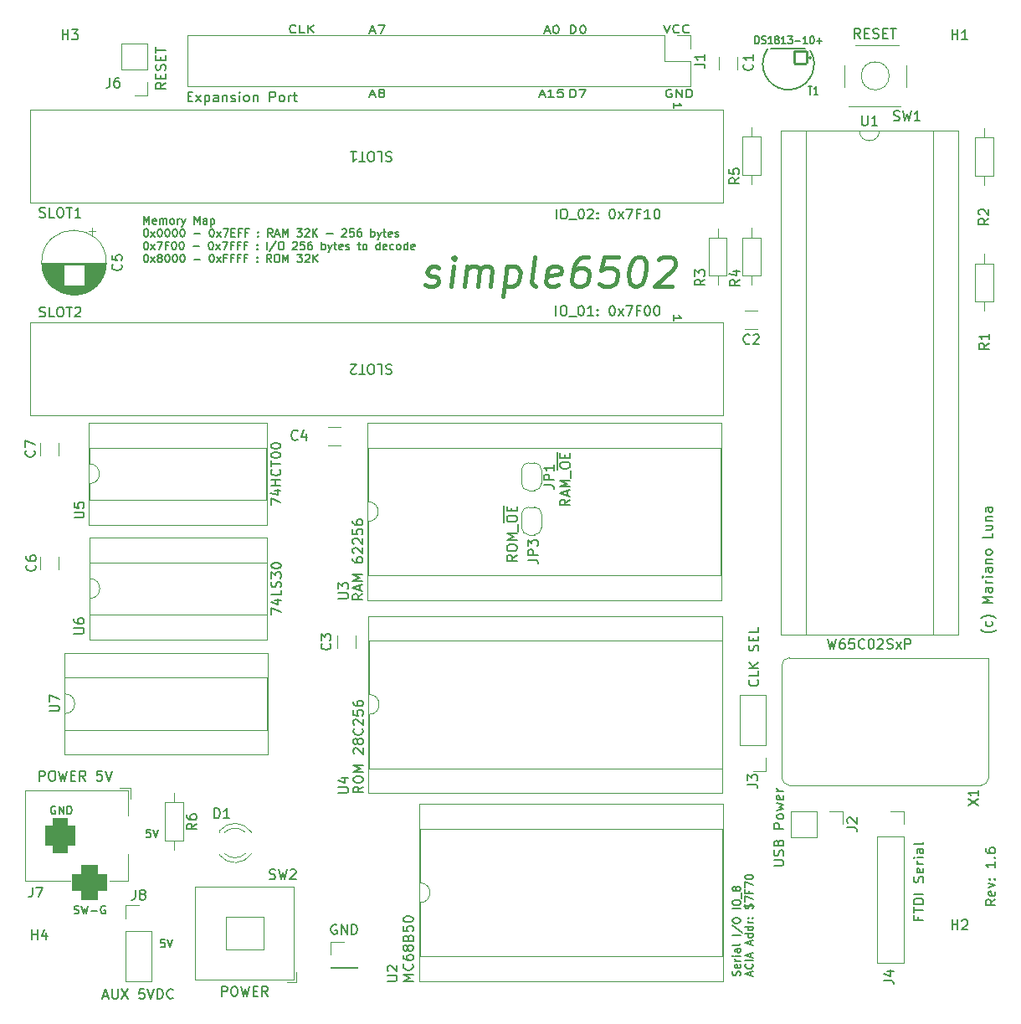
<source format=gbr>
G04 #@! TF.GenerationSoftware,KiCad,Pcbnew,7.0.7*
G04 #@! TF.CreationDate,2024-07-02T20:52:08-05:00*
G04 #@! TF.ProjectId,simple6502,73696d70-6c65-4363-9530-322e6b696361,1.6*
G04 #@! TF.SameCoordinates,Original*
G04 #@! TF.FileFunction,Legend,Top*
G04 #@! TF.FilePolarity,Positive*
%FSLAX46Y46*%
G04 Gerber Fmt 4.6, Leading zero omitted, Abs format (unit mm)*
G04 Created by KiCad (PCBNEW 7.0.7) date 2024-07-02 20:52:08*
%MOMM*%
%LPD*%
G01*
G04 APERTURE LIST*
G04 Aperture macros list*
%AMRoundRect*
0 Rectangle with rounded corners*
0 $1 Rounding radius*
0 $2 $3 $4 $5 $6 $7 $8 $9 X,Y pos of 4 corners*
0 Add a 4 corners polygon primitive as box body*
4,1,4,$2,$3,$4,$5,$6,$7,$8,$9,$2,$3,0*
0 Add four circle primitives for the rounded corners*
1,1,$1+$1,$2,$3*
1,1,$1+$1,$4,$5*
1,1,$1+$1,$6,$7*
1,1,$1+$1,$8,$9*
0 Add four rect primitives between the rounded corners*
20,1,$1+$1,$2,$3,$4,$5,0*
20,1,$1+$1,$4,$5,$6,$7,0*
20,1,$1+$1,$6,$7,$8,$9,0*
20,1,$1+$1,$8,$9,$2,$3,0*%
%AMFreePoly0*
4,1,19,0.500000,-0.750000,0.000000,-0.750000,0.000000,-0.744911,-0.071157,-0.744911,-0.207708,-0.704816,-0.327430,-0.627875,-0.420627,-0.520320,-0.479746,-0.390866,-0.500000,-0.250000,-0.500000,0.250000,-0.479746,0.390866,-0.420627,0.520320,-0.327430,0.627875,-0.207708,0.704816,-0.071157,0.744911,0.000000,0.744911,0.000000,0.750000,0.500000,0.750000,0.500000,-0.750000,0.500000,-0.750000,
$1*%
%AMFreePoly1*
4,1,19,0.000000,0.744911,0.071157,0.744911,0.207708,0.704816,0.327430,0.627875,0.420627,0.520320,0.479746,0.390866,0.500000,0.250000,0.500000,-0.250000,0.479746,-0.390866,0.420627,-0.520320,0.327430,-0.627875,0.207708,-0.704816,0.071157,-0.744911,0.000000,-0.744911,0.000000,-0.750000,-0.500000,-0.750000,-0.500000,0.750000,0.000000,0.750000,0.000000,0.744911,0.000000,0.744911,
$1*%
G04 Aperture macros list end*
%ADD10C,0.150000*%
%ADD11C,0.400000*%
%ADD12C,0.200000*%
%ADD13C,0.120000*%
%ADD14C,0.100000*%
%ADD15C,0.152400*%
%ADD16R,1.600000X1.600000*%
%ADD17O,1.600000X1.600000*%
%ADD18C,1.600000*%
%ADD19C,1.400000*%
%ADD20O,1.400000X1.400000*%
%ADD21R,1.524000X1.524000*%
%ADD22C,1.524000*%
%ADD23RoundRect,0.102000X0.635000X0.635000X-0.635000X0.635000X-0.635000X-0.635000X0.635000X-0.635000X0*%
%ADD24C,1.474000*%
%ADD25R,1.800000X1.800000*%
%ADD26C,1.800000*%
%ADD27FreePoly0,90.000000*%
%ADD28FreePoly1,90.000000*%
%ADD29R,1.700000X1.700000*%
%ADD30O,1.700000X1.700000*%
%ADD31C,0.800000*%
%ADD32C,5.400000*%
%ADD33R,3.500000X3.500000*%
%ADD34RoundRect,0.750000X-0.750000X-1.000000X0.750000X-1.000000X0.750000X1.000000X-0.750000X1.000000X0*%
%ADD35RoundRect,0.875000X-0.875000X-0.875000X0.875000X-0.875000X0.875000X0.875000X-0.875000X0.875000X0*%
%ADD36FreePoly0,270.000000*%
%ADD37FreePoly1,270.000000*%
%ADD38C,1.700000*%
G04 APERTURE END LIST*
D10*
X77838207Y-50998104D02*
X77790588Y-51036200D01*
X77790588Y-51036200D02*
X77647731Y-51074295D01*
X77647731Y-51074295D02*
X77552493Y-51074295D01*
X77552493Y-51074295D02*
X77409636Y-51036200D01*
X77409636Y-51036200D02*
X77314398Y-50960009D01*
X77314398Y-50960009D02*
X77266779Y-50883819D01*
X77266779Y-50883819D02*
X77219160Y-50731438D01*
X77219160Y-50731438D02*
X77219160Y-50617152D01*
X77219160Y-50617152D02*
X77266779Y-50464771D01*
X77266779Y-50464771D02*
X77314398Y-50388580D01*
X77314398Y-50388580D02*
X77409636Y-50312390D01*
X77409636Y-50312390D02*
X77552493Y-50274295D01*
X77552493Y-50274295D02*
X77647731Y-50274295D01*
X77647731Y-50274295D02*
X77790588Y-50312390D01*
X77790588Y-50312390D02*
X77838207Y-50350485D01*
X78742969Y-51074295D02*
X78266779Y-51074295D01*
X78266779Y-51074295D02*
X78266779Y-50274295D01*
X79076303Y-51074295D02*
X79076303Y-50274295D01*
X79647731Y-51074295D02*
X79219160Y-50617152D01*
X79647731Y-50274295D02*
X79076303Y-50731438D01*
X115043922Y-50254295D02*
X115377255Y-51054295D01*
X115377255Y-51054295D02*
X115710588Y-50254295D01*
X116615350Y-50978104D02*
X116567731Y-51016200D01*
X116567731Y-51016200D02*
X116424874Y-51054295D01*
X116424874Y-51054295D02*
X116329636Y-51054295D01*
X116329636Y-51054295D02*
X116186779Y-51016200D01*
X116186779Y-51016200D02*
X116091541Y-50940009D01*
X116091541Y-50940009D02*
X116043922Y-50863819D01*
X116043922Y-50863819D02*
X115996303Y-50711438D01*
X115996303Y-50711438D02*
X115996303Y-50597152D01*
X115996303Y-50597152D02*
X116043922Y-50444771D01*
X116043922Y-50444771D02*
X116091541Y-50368580D01*
X116091541Y-50368580D02*
X116186779Y-50292390D01*
X116186779Y-50292390D02*
X116329636Y-50254295D01*
X116329636Y-50254295D02*
X116424874Y-50254295D01*
X116424874Y-50254295D02*
X116567731Y-50292390D01*
X116567731Y-50292390D02*
X116615350Y-50330485D01*
X117615350Y-50978104D02*
X117567731Y-51016200D01*
X117567731Y-51016200D02*
X117424874Y-51054295D01*
X117424874Y-51054295D02*
X117329636Y-51054295D01*
X117329636Y-51054295D02*
X117186779Y-51016200D01*
X117186779Y-51016200D02*
X117091541Y-50940009D01*
X117091541Y-50940009D02*
X117043922Y-50863819D01*
X117043922Y-50863819D02*
X116996303Y-50711438D01*
X116996303Y-50711438D02*
X116996303Y-50597152D01*
X116996303Y-50597152D02*
X117043922Y-50444771D01*
X117043922Y-50444771D02*
X117091541Y-50368580D01*
X117091541Y-50368580D02*
X117186779Y-50292390D01*
X117186779Y-50292390D02*
X117329636Y-50254295D01*
X117329636Y-50254295D02*
X117424874Y-50254295D01*
X117424874Y-50254295D02*
X117567731Y-50292390D01*
X117567731Y-50292390D02*
X117615350Y-50330485D01*
X85379160Y-57345723D02*
X85855350Y-57345723D01*
X85283922Y-57574295D02*
X85617255Y-56774295D01*
X85617255Y-56774295D02*
X85950588Y-57574295D01*
X86426779Y-57117152D02*
X86331541Y-57079057D01*
X86331541Y-57079057D02*
X86283922Y-57040961D01*
X86283922Y-57040961D02*
X86236303Y-56964771D01*
X86236303Y-56964771D02*
X86236303Y-56926676D01*
X86236303Y-56926676D02*
X86283922Y-56850485D01*
X86283922Y-56850485D02*
X86331541Y-56812390D01*
X86331541Y-56812390D02*
X86426779Y-56774295D01*
X86426779Y-56774295D02*
X86617255Y-56774295D01*
X86617255Y-56774295D02*
X86712493Y-56812390D01*
X86712493Y-56812390D02*
X86760112Y-56850485D01*
X86760112Y-56850485D02*
X86807731Y-56926676D01*
X86807731Y-56926676D02*
X86807731Y-56964771D01*
X86807731Y-56964771D02*
X86760112Y-57040961D01*
X86760112Y-57040961D02*
X86712493Y-57079057D01*
X86712493Y-57079057D02*
X86617255Y-57117152D01*
X86617255Y-57117152D02*
X86426779Y-57117152D01*
X86426779Y-57117152D02*
X86331541Y-57155247D01*
X86331541Y-57155247D02*
X86283922Y-57193342D01*
X86283922Y-57193342D02*
X86236303Y-57269533D01*
X86236303Y-57269533D02*
X86236303Y-57421914D01*
X86236303Y-57421914D02*
X86283922Y-57498104D01*
X86283922Y-57498104D02*
X86331541Y-57536200D01*
X86331541Y-57536200D02*
X86426779Y-57574295D01*
X86426779Y-57574295D02*
X86617255Y-57574295D01*
X86617255Y-57574295D02*
X86712493Y-57536200D01*
X86712493Y-57536200D02*
X86760112Y-57498104D01*
X86760112Y-57498104D02*
X86807731Y-57421914D01*
X86807731Y-57421914D02*
X86807731Y-57269533D01*
X86807731Y-57269533D02*
X86760112Y-57193342D01*
X86760112Y-57193342D02*
X86712493Y-57155247D01*
X86712493Y-57155247D02*
X86617255Y-57117152D01*
X105636779Y-51104295D02*
X105636779Y-50304295D01*
X105636779Y-50304295D02*
X105874874Y-50304295D01*
X105874874Y-50304295D02*
X106017731Y-50342390D01*
X106017731Y-50342390D02*
X106112969Y-50418580D01*
X106112969Y-50418580D02*
X106160588Y-50494771D01*
X106160588Y-50494771D02*
X106208207Y-50647152D01*
X106208207Y-50647152D02*
X106208207Y-50761438D01*
X106208207Y-50761438D02*
X106160588Y-50913819D01*
X106160588Y-50913819D02*
X106112969Y-50990009D01*
X106112969Y-50990009D02*
X106017731Y-51066200D01*
X106017731Y-51066200D02*
X105874874Y-51104295D01*
X105874874Y-51104295D02*
X105636779Y-51104295D01*
X106827255Y-50304295D02*
X106922493Y-50304295D01*
X106922493Y-50304295D02*
X107017731Y-50342390D01*
X107017731Y-50342390D02*
X107065350Y-50380485D01*
X107065350Y-50380485D02*
X107112969Y-50456676D01*
X107112969Y-50456676D02*
X107160588Y-50609057D01*
X107160588Y-50609057D02*
X107160588Y-50799533D01*
X107160588Y-50799533D02*
X107112969Y-50951914D01*
X107112969Y-50951914D02*
X107065350Y-51028104D01*
X107065350Y-51028104D02*
X107017731Y-51066200D01*
X107017731Y-51066200D02*
X106922493Y-51104295D01*
X106922493Y-51104295D02*
X106827255Y-51104295D01*
X106827255Y-51104295D02*
X106732017Y-51066200D01*
X106732017Y-51066200D02*
X106684398Y-51028104D01*
X106684398Y-51028104D02*
X106636779Y-50951914D01*
X106636779Y-50951914D02*
X106589160Y-50799533D01*
X106589160Y-50799533D02*
X106589160Y-50609057D01*
X106589160Y-50609057D02*
X106636779Y-50456676D01*
X106636779Y-50456676D02*
X106684398Y-50380485D01*
X106684398Y-50380485D02*
X106732017Y-50342390D01*
X106732017Y-50342390D02*
X106827255Y-50304295D01*
X81968095Y-141272438D02*
X81872857Y-141224819D01*
X81872857Y-141224819D02*
X81730000Y-141224819D01*
X81730000Y-141224819D02*
X81587143Y-141272438D01*
X81587143Y-141272438D02*
X81491905Y-141367676D01*
X81491905Y-141367676D02*
X81444286Y-141462914D01*
X81444286Y-141462914D02*
X81396667Y-141653390D01*
X81396667Y-141653390D02*
X81396667Y-141796247D01*
X81396667Y-141796247D02*
X81444286Y-141986723D01*
X81444286Y-141986723D02*
X81491905Y-142081961D01*
X81491905Y-142081961D02*
X81587143Y-142177200D01*
X81587143Y-142177200D02*
X81730000Y-142224819D01*
X81730000Y-142224819D02*
X81825238Y-142224819D01*
X81825238Y-142224819D02*
X81968095Y-142177200D01*
X81968095Y-142177200D02*
X82015714Y-142129580D01*
X82015714Y-142129580D02*
X82015714Y-141796247D01*
X82015714Y-141796247D02*
X81825238Y-141796247D01*
X82444286Y-142224819D02*
X82444286Y-141224819D01*
X82444286Y-141224819D02*
X83015714Y-142224819D01*
X83015714Y-142224819D02*
X83015714Y-141224819D01*
X83491905Y-142224819D02*
X83491905Y-141224819D01*
X83491905Y-141224819D02*
X83730000Y-141224819D01*
X83730000Y-141224819D02*
X83872857Y-141272438D01*
X83872857Y-141272438D02*
X83968095Y-141367676D01*
X83968095Y-141367676D02*
X84015714Y-141462914D01*
X84015714Y-141462914D02*
X84063333Y-141653390D01*
X84063333Y-141653390D02*
X84063333Y-141796247D01*
X84063333Y-141796247D02*
X84015714Y-141986723D01*
X84015714Y-141986723D02*
X83968095Y-142081961D01*
X83968095Y-142081961D02*
X83872857Y-142177200D01*
X83872857Y-142177200D02*
X83730000Y-142224819D01*
X83730000Y-142224819D02*
X83491905Y-142224819D01*
X103019160Y-50875723D02*
X103495350Y-50875723D01*
X102923922Y-51104295D02*
X103257255Y-50304295D01*
X103257255Y-50304295D02*
X103590588Y-51104295D01*
X104114398Y-50304295D02*
X104209636Y-50304295D01*
X104209636Y-50304295D02*
X104304874Y-50342390D01*
X104304874Y-50342390D02*
X104352493Y-50380485D01*
X104352493Y-50380485D02*
X104400112Y-50456676D01*
X104400112Y-50456676D02*
X104447731Y-50609057D01*
X104447731Y-50609057D02*
X104447731Y-50799533D01*
X104447731Y-50799533D02*
X104400112Y-50951914D01*
X104400112Y-50951914D02*
X104352493Y-51028104D01*
X104352493Y-51028104D02*
X104304874Y-51066200D01*
X104304874Y-51066200D02*
X104209636Y-51104295D01*
X104209636Y-51104295D02*
X104114398Y-51104295D01*
X104114398Y-51104295D02*
X104019160Y-51066200D01*
X104019160Y-51066200D02*
X103971541Y-51028104D01*
X103971541Y-51028104D02*
X103923922Y-50951914D01*
X103923922Y-50951914D02*
X103876303Y-50799533D01*
X103876303Y-50799533D02*
X103876303Y-50609057D01*
X103876303Y-50609057D02*
X103923922Y-50456676D01*
X103923922Y-50456676D02*
X103971541Y-50380485D01*
X103971541Y-50380485D02*
X104019160Y-50342390D01*
X104019160Y-50342390D02*
X104114398Y-50304295D01*
D11*
X90964585Y-76559200D02*
X91232442Y-76702057D01*
X91232442Y-76702057D02*
X91803871Y-76702057D01*
X91803871Y-76702057D02*
X92107442Y-76559200D01*
X92107442Y-76559200D02*
X92286014Y-76273485D01*
X92286014Y-76273485D02*
X92303871Y-76130628D01*
X92303871Y-76130628D02*
X92196728Y-75844914D01*
X92196728Y-75844914D02*
X91928871Y-75702057D01*
X91928871Y-75702057D02*
X91500299Y-75702057D01*
X91500299Y-75702057D02*
X91232442Y-75559200D01*
X91232442Y-75559200D02*
X91125299Y-75273485D01*
X91125299Y-75273485D02*
X91143157Y-75130628D01*
X91143157Y-75130628D02*
X91321728Y-74844914D01*
X91321728Y-74844914D02*
X91625299Y-74702057D01*
X91625299Y-74702057D02*
X92053871Y-74702057D01*
X92053871Y-74702057D02*
X92321728Y-74844914D01*
X93518156Y-76702057D02*
X93768156Y-74702057D01*
X93893156Y-73702057D02*
X93732442Y-73844914D01*
X93732442Y-73844914D02*
X93857442Y-73987771D01*
X93857442Y-73987771D02*
X94018156Y-73844914D01*
X94018156Y-73844914D02*
X93893156Y-73702057D01*
X93893156Y-73702057D02*
X93857442Y-73987771D01*
X94946727Y-76702057D02*
X95196727Y-74702057D01*
X95161013Y-74987771D02*
X95321727Y-74844914D01*
X95321727Y-74844914D02*
X95625299Y-74702057D01*
X95625299Y-74702057D02*
X96053870Y-74702057D01*
X96053870Y-74702057D02*
X96321727Y-74844914D01*
X96321727Y-74844914D02*
X96428870Y-75130628D01*
X96428870Y-75130628D02*
X96232441Y-76702057D01*
X96428870Y-75130628D02*
X96607441Y-74844914D01*
X96607441Y-74844914D02*
X96911013Y-74702057D01*
X96911013Y-74702057D02*
X97339584Y-74702057D01*
X97339584Y-74702057D02*
X97607441Y-74844914D01*
X97607441Y-74844914D02*
X97714584Y-75130628D01*
X97714584Y-75130628D02*
X97518156Y-76702057D01*
X99196727Y-74702057D02*
X98821727Y-77702057D01*
X99178870Y-74844914D02*
X99482441Y-74702057D01*
X99482441Y-74702057D02*
X100053870Y-74702057D01*
X100053870Y-74702057D02*
X100321727Y-74844914D01*
X100321727Y-74844914D02*
X100446727Y-74987771D01*
X100446727Y-74987771D02*
X100553870Y-75273485D01*
X100553870Y-75273485D02*
X100446727Y-76130628D01*
X100446727Y-76130628D02*
X100268156Y-76416342D01*
X100268156Y-76416342D02*
X100107441Y-76559200D01*
X100107441Y-76559200D02*
X99803870Y-76702057D01*
X99803870Y-76702057D02*
X99232441Y-76702057D01*
X99232441Y-76702057D02*
X98964584Y-76559200D01*
X102089585Y-76702057D02*
X101821727Y-76559200D01*
X101821727Y-76559200D02*
X101714585Y-76273485D01*
X101714585Y-76273485D02*
X102036013Y-73702057D01*
X104393156Y-76559200D02*
X104089585Y-76702057D01*
X104089585Y-76702057D02*
X103518156Y-76702057D01*
X103518156Y-76702057D02*
X103250299Y-76559200D01*
X103250299Y-76559200D02*
X103143156Y-76273485D01*
X103143156Y-76273485D02*
X103286014Y-75130628D01*
X103286014Y-75130628D02*
X103464585Y-74844914D01*
X103464585Y-74844914D02*
X103768156Y-74702057D01*
X103768156Y-74702057D02*
X104339585Y-74702057D01*
X104339585Y-74702057D02*
X104607442Y-74844914D01*
X104607442Y-74844914D02*
X104714585Y-75130628D01*
X104714585Y-75130628D02*
X104678871Y-75416342D01*
X104678871Y-75416342D02*
X103214585Y-75702057D01*
X107464585Y-73702057D02*
X106893157Y-73702057D01*
X106893157Y-73702057D02*
X106589585Y-73844914D01*
X106589585Y-73844914D02*
X106428871Y-73987771D01*
X106428871Y-73987771D02*
X106089585Y-74416342D01*
X106089585Y-74416342D02*
X105875300Y-74987771D01*
X105875300Y-74987771D02*
X105732443Y-76130628D01*
X105732443Y-76130628D02*
X105839585Y-76416342D01*
X105839585Y-76416342D02*
X105964585Y-76559200D01*
X105964585Y-76559200D02*
X106232443Y-76702057D01*
X106232443Y-76702057D02*
X106803871Y-76702057D01*
X106803871Y-76702057D02*
X107107443Y-76559200D01*
X107107443Y-76559200D02*
X107268157Y-76416342D01*
X107268157Y-76416342D02*
X107446728Y-76130628D01*
X107446728Y-76130628D02*
X107536014Y-75416342D01*
X107536014Y-75416342D02*
X107428871Y-75130628D01*
X107428871Y-75130628D02*
X107303871Y-74987771D01*
X107303871Y-74987771D02*
X107036014Y-74844914D01*
X107036014Y-74844914D02*
X106464585Y-74844914D01*
X106464585Y-74844914D02*
X106161014Y-74987771D01*
X106161014Y-74987771D02*
X106000300Y-75130628D01*
X106000300Y-75130628D02*
X105821728Y-75416342D01*
X110464586Y-73702057D02*
X109036014Y-73702057D01*
X109036014Y-73702057D02*
X108714586Y-75130628D01*
X108714586Y-75130628D02*
X108875300Y-74987771D01*
X108875300Y-74987771D02*
X109178871Y-74844914D01*
X109178871Y-74844914D02*
X109893157Y-74844914D01*
X109893157Y-74844914D02*
X110161014Y-74987771D01*
X110161014Y-74987771D02*
X110286014Y-75130628D01*
X110286014Y-75130628D02*
X110393157Y-75416342D01*
X110393157Y-75416342D02*
X110303871Y-76130628D01*
X110303871Y-76130628D02*
X110125300Y-76416342D01*
X110125300Y-76416342D02*
X109964586Y-76559200D01*
X109964586Y-76559200D02*
X109661014Y-76702057D01*
X109661014Y-76702057D02*
X108946728Y-76702057D01*
X108946728Y-76702057D02*
X108678871Y-76559200D01*
X108678871Y-76559200D02*
X108553871Y-76416342D01*
X112464586Y-73702057D02*
X112750300Y-73702057D01*
X112750300Y-73702057D02*
X113018157Y-73844914D01*
X113018157Y-73844914D02*
X113143157Y-73987771D01*
X113143157Y-73987771D02*
X113250300Y-74273485D01*
X113250300Y-74273485D02*
X113321729Y-74844914D01*
X113321729Y-74844914D02*
X113232443Y-75559200D01*
X113232443Y-75559200D02*
X113018157Y-76130628D01*
X113018157Y-76130628D02*
X112839586Y-76416342D01*
X112839586Y-76416342D02*
X112678871Y-76559200D01*
X112678871Y-76559200D02*
X112375300Y-76702057D01*
X112375300Y-76702057D02*
X112089586Y-76702057D01*
X112089586Y-76702057D02*
X111821729Y-76559200D01*
X111821729Y-76559200D02*
X111696729Y-76416342D01*
X111696729Y-76416342D02*
X111589586Y-76130628D01*
X111589586Y-76130628D02*
X111518157Y-75559200D01*
X111518157Y-75559200D02*
X111607443Y-74844914D01*
X111607443Y-74844914D02*
X111821729Y-74273485D01*
X111821729Y-74273485D02*
X112000300Y-73987771D01*
X112000300Y-73987771D02*
X112161014Y-73844914D01*
X112161014Y-73844914D02*
X112464586Y-73702057D01*
X114571729Y-73987771D02*
X114732443Y-73844914D01*
X114732443Y-73844914D02*
X115036014Y-73702057D01*
X115036014Y-73702057D02*
X115750300Y-73702057D01*
X115750300Y-73702057D02*
X116018157Y-73844914D01*
X116018157Y-73844914D02*
X116143157Y-73987771D01*
X116143157Y-73987771D02*
X116250300Y-74273485D01*
X116250300Y-74273485D02*
X116214586Y-74559200D01*
X116214586Y-74559200D02*
X116018157Y-74987771D01*
X116018157Y-74987771D02*
X114089586Y-76702057D01*
X114089586Y-76702057D02*
X115946729Y-76702057D01*
D10*
X115860588Y-56812390D02*
X115765350Y-56774295D01*
X115765350Y-56774295D02*
X115622493Y-56774295D01*
X115622493Y-56774295D02*
X115479636Y-56812390D01*
X115479636Y-56812390D02*
X115384398Y-56888580D01*
X115384398Y-56888580D02*
X115336779Y-56964771D01*
X115336779Y-56964771D02*
X115289160Y-57117152D01*
X115289160Y-57117152D02*
X115289160Y-57231438D01*
X115289160Y-57231438D02*
X115336779Y-57383819D01*
X115336779Y-57383819D02*
X115384398Y-57460009D01*
X115384398Y-57460009D02*
X115479636Y-57536200D01*
X115479636Y-57536200D02*
X115622493Y-57574295D01*
X115622493Y-57574295D02*
X115717731Y-57574295D01*
X115717731Y-57574295D02*
X115860588Y-57536200D01*
X115860588Y-57536200D02*
X115908207Y-57498104D01*
X115908207Y-57498104D02*
X115908207Y-57231438D01*
X115908207Y-57231438D02*
X115717731Y-57231438D01*
X116336779Y-57574295D02*
X116336779Y-56774295D01*
X116336779Y-56774295D02*
X116908207Y-57574295D01*
X116908207Y-57574295D02*
X116908207Y-56774295D01*
X117384398Y-57574295D02*
X117384398Y-56774295D01*
X117384398Y-56774295D02*
X117622493Y-56774295D01*
X117622493Y-56774295D02*
X117765350Y-56812390D01*
X117765350Y-56812390D02*
X117860588Y-56888580D01*
X117860588Y-56888580D02*
X117908207Y-56964771D01*
X117908207Y-56964771D02*
X117955826Y-57117152D01*
X117955826Y-57117152D02*
X117955826Y-57231438D01*
X117955826Y-57231438D02*
X117908207Y-57383819D01*
X117908207Y-57383819D02*
X117860588Y-57460009D01*
X117860588Y-57460009D02*
X117765350Y-57536200D01*
X117765350Y-57536200D02*
X117622493Y-57574295D01*
X117622493Y-57574295D02*
X117384398Y-57574295D01*
X64570112Y-142744295D02*
X64189160Y-142744295D01*
X64189160Y-142744295D02*
X64151064Y-143125247D01*
X64151064Y-143125247D02*
X64189160Y-143087152D01*
X64189160Y-143087152D02*
X64265350Y-143049057D01*
X64265350Y-143049057D02*
X64455826Y-143049057D01*
X64455826Y-143049057D02*
X64532017Y-143087152D01*
X64532017Y-143087152D02*
X64570112Y-143125247D01*
X64570112Y-143125247D02*
X64608207Y-143201438D01*
X64608207Y-143201438D02*
X64608207Y-143391914D01*
X64608207Y-143391914D02*
X64570112Y-143468104D01*
X64570112Y-143468104D02*
X64532017Y-143506200D01*
X64532017Y-143506200D02*
X64455826Y-143544295D01*
X64455826Y-143544295D02*
X64265350Y-143544295D01*
X64265350Y-143544295D02*
X64189160Y-143506200D01*
X64189160Y-143506200D02*
X64151064Y-143468104D01*
X64836779Y-142744295D02*
X65103446Y-143544295D01*
X65103446Y-143544295D02*
X65370112Y-142744295D01*
X122778200Y-146408935D02*
X122816295Y-146294649D01*
X122816295Y-146294649D02*
X122816295Y-146104173D01*
X122816295Y-146104173D02*
X122778200Y-146027982D01*
X122778200Y-146027982D02*
X122740104Y-145989887D01*
X122740104Y-145989887D02*
X122663914Y-145951792D01*
X122663914Y-145951792D02*
X122587723Y-145951792D01*
X122587723Y-145951792D02*
X122511533Y-145989887D01*
X122511533Y-145989887D02*
X122473438Y-146027982D01*
X122473438Y-146027982D02*
X122435342Y-146104173D01*
X122435342Y-146104173D02*
X122397247Y-146256554D01*
X122397247Y-146256554D02*
X122359152Y-146332744D01*
X122359152Y-146332744D02*
X122321057Y-146370839D01*
X122321057Y-146370839D02*
X122244866Y-146408935D01*
X122244866Y-146408935D02*
X122168676Y-146408935D01*
X122168676Y-146408935D02*
X122092485Y-146370839D01*
X122092485Y-146370839D02*
X122054390Y-146332744D01*
X122054390Y-146332744D02*
X122016295Y-146256554D01*
X122016295Y-146256554D02*
X122016295Y-146066077D01*
X122016295Y-146066077D02*
X122054390Y-145951792D01*
X122778200Y-145304172D02*
X122816295Y-145380363D01*
X122816295Y-145380363D02*
X122816295Y-145532744D01*
X122816295Y-145532744D02*
X122778200Y-145608934D01*
X122778200Y-145608934D02*
X122702009Y-145647030D01*
X122702009Y-145647030D02*
X122397247Y-145647030D01*
X122397247Y-145647030D02*
X122321057Y-145608934D01*
X122321057Y-145608934D02*
X122282961Y-145532744D01*
X122282961Y-145532744D02*
X122282961Y-145380363D01*
X122282961Y-145380363D02*
X122321057Y-145304172D01*
X122321057Y-145304172D02*
X122397247Y-145266077D01*
X122397247Y-145266077D02*
X122473438Y-145266077D01*
X122473438Y-145266077D02*
X122549628Y-145647030D01*
X122816295Y-144923220D02*
X122282961Y-144923220D01*
X122435342Y-144923220D02*
X122359152Y-144885125D01*
X122359152Y-144885125D02*
X122321057Y-144847030D01*
X122321057Y-144847030D02*
X122282961Y-144770839D01*
X122282961Y-144770839D02*
X122282961Y-144694649D01*
X122816295Y-144427982D02*
X122282961Y-144427982D01*
X122016295Y-144427982D02*
X122054390Y-144466078D01*
X122054390Y-144466078D02*
X122092485Y-144427982D01*
X122092485Y-144427982D02*
X122054390Y-144389887D01*
X122054390Y-144389887D02*
X122016295Y-144427982D01*
X122016295Y-144427982D02*
X122092485Y-144427982D01*
X122816295Y-143704173D02*
X122397247Y-143704173D01*
X122397247Y-143704173D02*
X122321057Y-143742268D01*
X122321057Y-143742268D02*
X122282961Y-143818459D01*
X122282961Y-143818459D02*
X122282961Y-143970840D01*
X122282961Y-143970840D02*
X122321057Y-144047030D01*
X122778200Y-143704173D02*
X122816295Y-143780364D01*
X122816295Y-143780364D02*
X122816295Y-143970840D01*
X122816295Y-143970840D02*
X122778200Y-144047030D01*
X122778200Y-144047030D02*
X122702009Y-144085126D01*
X122702009Y-144085126D02*
X122625819Y-144085126D01*
X122625819Y-144085126D02*
X122549628Y-144047030D01*
X122549628Y-144047030D02*
X122511533Y-143970840D01*
X122511533Y-143970840D02*
X122511533Y-143780364D01*
X122511533Y-143780364D02*
X122473438Y-143704173D01*
X122816295Y-143208935D02*
X122778200Y-143285125D01*
X122778200Y-143285125D02*
X122702009Y-143323220D01*
X122702009Y-143323220D02*
X122016295Y-143323220D01*
X122816295Y-142294648D02*
X122016295Y-142294648D01*
X121978200Y-141342268D02*
X123006771Y-142027982D01*
X122016295Y-140923220D02*
X122016295Y-140770839D01*
X122016295Y-140770839D02*
X122054390Y-140694649D01*
X122054390Y-140694649D02*
X122130580Y-140618458D01*
X122130580Y-140618458D02*
X122282961Y-140580363D01*
X122282961Y-140580363D02*
X122549628Y-140580363D01*
X122549628Y-140580363D02*
X122702009Y-140618458D01*
X122702009Y-140618458D02*
X122778200Y-140694649D01*
X122778200Y-140694649D02*
X122816295Y-140770839D01*
X122816295Y-140770839D02*
X122816295Y-140923220D01*
X122816295Y-140923220D02*
X122778200Y-140999411D01*
X122778200Y-140999411D02*
X122702009Y-141075601D01*
X122702009Y-141075601D02*
X122549628Y-141113697D01*
X122549628Y-141113697D02*
X122282961Y-141113697D01*
X122282961Y-141113697D02*
X122130580Y-141075601D01*
X122130580Y-141075601D02*
X122054390Y-140999411D01*
X122054390Y-140999411D02*
X122016295Y-140923220D01*
X122816295Y-139627982D02*
X122016295Y-139627982D01*
X122016295Y-139094649D02*
X122016295Y-138942268D01*
X122016295Y-138942268D02*
X122054390Y-138866078D01*
X122054390Y-138866078D02*
X122130580Y-138789887D01*
X122130580Y-138789887D02*
X122282961Y-138751792D01*
X122282961Y-138751792D02*
X122549628Y-138751792D01*
X122549628Y-138751792D02*
X122702009Y-138789887D01*
X122702009Y-138789887D02*
X122778200Y-138866078D01*
X122778200Y-138866078D02*
X122816295Y-138942268D01*
X122816295Y-138942268D02*
X122816295Y-139094649D01*
X122816295Y-139094649D02*
X122778200Y-139170840D01*
X122778200Y-139170840D02*
X122702009Y-139247030D01*
X122702009Y-139247030D02*
X122549628Y-139285126D01*
X122549628Y-139285126D02*
X122282961Y-139285126D01*
X122282961Y-139285126D02*
X122130580Y-139247030D01*
X122130580Y-139247030D02*
X122054390Y-139170840D01*
X122054390Y-139170840D02*
X122016295Y-139094649D01*
X122892485Y-138599412D02*
X122892485Y-137989888D01*
X122359152Y-137685126D02*
X122321057Y-137761316D01*
X122321057Y-137761316D02*
X122282961Y-137799411D01*
X122282961Y-137799411D02*
X122206771Y-137837507D01*
X122206771Y-137837507D02*
X122168676Y-137837507D01*
X122168676Y-137837507D02*
X122092485Y-137799411D01*
X122092485Y-137799411D02*
X122054390Y-137761316D01*
X122054390Y-137761316D02*
X122016295Y-137685126D01*
X122016295Y-137685126D02*
X122016295Y-137532745D01*
X122016295Y-137532745D02*
X122054390Y-137456554D01*
X122054390Y-137456554D02*
X122092485Y-137418459D01*
X122092485Y-137418459D02*
X122168676Y-137380364D01*
X122168676Y-137380364D02*
X122206771Y-137380364D01*
X122206771Y-137380364D02*
X122282961Y-137418459D01*
X122282961Y-137418459D02*
X122321057Y-137456554D01*
X122321057Y-137456554D02*
X122359152Y-137532745D01*
X122359152Y-137532745D02*
X122359152Y-137685126D01*
X122359152Y-137685126D02*
X122397247Y-137761316D01*
X122397247Y-137761316D02*
X122435342Y-137799411D01*
X122435342Y-137799411D02*
X122511533Y-137837507D01*
X122511533Y-137837507D02*
X122663914Y-137837507D01*
X122663914Y-137837507D02*
X122740104Y-137799411D01*
X122740104Y-137799411D02*
X122778200Y-137761316D01*
X122778200Y-137761316D02*
X122816295Y-137685126D01*
X122816295Y-137685126D02*
X122816295Y-137532745D01*
X122816295Y-137532745D02*
X122778200Y-137456554D01*
X122778200Y-137456554D02*
X122740104Y-137418459D01*
X122740104Y-137418459D02*
X122663914Y-137380364D01*
X122663914Y-137380364D02*
X122511533Y-137380364D01*
X122511533Y-137380364D02*
X122435342Y-137418459D01*
X122435342Y-137418459D02*
X122397247Y-137456554D01*
X122397247Y-137456554D02*
X122359152Y-137532745D01*
X123875723Y-146408935D02*
X123875723Y-146027982D01*
X124104295Y-146485125D02*
X123304295Y-146218458D01*
X123304295Y-146218458D02*
X124104295Y-145951792D01*
X124028104Y-145227982D02*
X124066200Y-145266078D01*
X124066200Y-145266078D02*
X124104295Y-145380363D01*
X124104295Y-145380363D02*
X124104295Y-145456554D01*
X124104295Y-145456554D02*
X124066200Y-145570840D01*
X124066200Y-145570840D02*
X123990009Y-145647030D01*
X123990009Y-145647030D02*
X123913819Y-145685125D01*
X123913819Y-145685125D02*
X123761438Y-145723221D01*
X123761438Y-145723221D02*
X123647152Y-145723221D01*
X123647152Y-145723221D02*
X123494771Y-145685125D01*
X123494771Y-145685125D02*
X123418580Y-145647030D01*
X123418580Y-145647030D02*
X123342390Y-145570840D01*
X123342390Y-145570840D02*
X123304295Y-145456554D01*
X123304295Y-145456554D02*
X123304295Y-145380363D01*
X123304295Y-145380363D02*
X123342390Y-145266078D01*
X123342390Y-145266078D02*
X123380485Y-145227982D01*
X124104295Y-144885125D02*
X123304295Y-144885125D01*
X123875723Y-144542269D02*
X123875723Y-144161316D01*
X124104295Y-144618459D02*
X123304295Y-144351792D01*
X123304295Y-144351792D02*
X124104295Y-144085126D01*
X123875723Y-143247031D02*
X123875723Y-142866078D01*
X124104295Y-143323221D02*
X123304295Y-143056554D01*
X123304295Y-143056554D02*
X124104295Y-142789888D01*
X124104295Y-142180364D02*
X123304295Y-142180364D01*
X124066200Y-142180364D02*
X124104295Y-142256555D01*
X124104295Y-142256555D02*
X124104295Y-142408936D01*
X124104295Y-142408936D02*
X124066200Y-142485126D01*
X124066200Y-142485126D02*
X124028104Y-142523221D01*
X124028104Y-142523221D02*
X123951914Y-142561317D01*
X123951914Y-142561317D02*
X123723342Y-142561317D01*
X123723342Y-142561317D02*
X123647152Y-142523221D01*
X123647152Y-142523221D02*
X123609057Y-142485126D01*
X123609057Y-142485126D02*
X123570961Y-142408936D01*
X123570961Y-142408936D02*
X123570961Y-142256555D01*
X123570961Y-142256555D02*
X123609057Y-142180364D01*
X124104295Y-141456554D02*
X123304295Y-141456554D01*
X124066200Y-141456554D02*
X124104295Y-141532745D01*
X124104295Y-141532745D02*
X124104295Y-141685126D01*
X124104295Y-141685126D02*
X124066200Y-141761316D01*
X124066200Y-141761316D02*
X124028104Y-141799411D01*
X124028104Y-141799411D02*
X123951914Y-141837507D01*
X123951914Y-141837507D02*
X123723342Y-141837507D01*
X123723342Y-141837507D02*
X123647152Y-141799411D01*
X123647152Y-141799411D02*
X123609057Y-141761316D01*
X123609057Y-141761316D02*
X123570961Y-141685126D01*
X123570961Y-141685126D02*
X123570961Y-141532745D01*
X123570961Y-141532745D02*
X123609057Y-141456554D01*
X124104295Y-141075601D02*
X123570961Y-141075601D01*
X123723342Y-141075601D02*
X123647152Y-141037506D01*
X123647152Y-141037506D02*
X123609057Y-140999411D01*
X123609057Y-140999411D02*
X123570961Y-140923220D01*
X123570961Y-140923220D02*
X123570961Y-140847030D01*
X124028104Y-140580363D02*
X124066200Y-140542268D01*
X124066200Y-140542268D02*
X124104295Y-140580363D01*
X124104295Y-140580363D02*
X124066200Y-140618459D01*
X124066200Y-140618459D02*
X124028104Y-140580363D01*
X124028104Y-140580363D02*
X124104295Y-140580363D01*
X123609057Y-140580363D02*
X123647152Y-140542268D01*
X123647152Y-140542268D02*
X123685247Y-140580363D01*
X123685247Y-140580363D02*
X123647152Y-140618459D01*
X123647152Y-140618459D02*
X123609057Y-140580363D01*
X123609057Y-140580363D02*
X123685247Y-140580363D01*
X124066200Y-139627983D02*
X124104295Y-139513697D01*
X124104295Y-139513697D02*
X124104295Y-139323221D01*
X124104295Y-139323221D02*
X124066200Y-139247030D01*
X124066200Y-139247030D02*
X124028104Y-139208935D01*
X124028104Y-139208935D02*
X123951914Y-139170840D01*
X123951914Y-139170840D02*
X123875723Y-139170840D01*
X123875723Y-139170840D02*
X123799533Y-139208935D01*
X123799533Y-139208935D02*
X123761438Y-139247030D01*
X123761438Y-139247030D02*
X123723342Y-139323221D01*
X123723342Y-139323221D02*
X123685247Y-139475602D01*
X123685247Y-139475602D02*
X123647152Y-139551792D01*
X123647152Y-139551792D02*
X123609057Y-139589887D01*
X123609057Y-139589887D02*
X123532866Y-139627983D01*
X123532866Y-139627983D02*
X123456676Y-139627983D01*
X123456676Y-139627983D02*
X123380485Y-139589887D01*
X123380485Y-139589887D02*
X123342390Y-139551792D01*
X123342390Y-139551792D02*
X123304295Y-139475602D01*
X123304295Y-139475602D02*
X123304295Y-139285125D01*
X123304295Y-139285125D02*
X123342390Y-139170840D01*
X123190009Y-139399411D02*
X124218580Y-139399411D01*
X123304295Y-138904173D02*
X123304295Y-138370839D01*
X123304295Y-138370839D02*
X124104295Y-138713697D01*
X123685247Y-137799411D02*
X123685247Y-138066077D01*
X124104295Y-138066077D02*
X123304295Y-138066077D01*
X123304295Y-138066077D02*
X123304295Y-137685125D01*
X123304295Y-137456554D02*
X123304295Y-136923220D01*
X123304295Y-136923220D02*
X124104295Y-137266078D01*
X123304295Y-136466077D02*
X123304295Y-136389887D01*
X123304295Y-136389887D02*
X123342390Y-136313696D01*
X123342390Y-136313696D02*
X123380485Y-136275601D01*
X123380485Y-136275601D02*
X123456676Y-136237506D01*
X123456676Y-136237506D02*
X123609057Y-136199411D01*
X123609057Y-136199411D02*
X123799533Y-136199411D01*
X123799533Y-136199411D02*
X123951914Y-136237506D01*
X123951914Y-136237506D02*
X124028104Y-136275601D01*
X124028104Y-136275601D02*
X124066200Y-136313696D01*
X124066200Y-136313696D02*
X124104295Y-136389887D01*
X124104295Y-136389887D02*
X124104295Y-136466077D01*
X124104295Y-136466077D02*
X124066200Y-136542268D01*
X124066200Y-136542268D02*
X124028104Y-136580363D01*
X124028104Y-136580363D02*
X123951914Y-136618458D01*
X123951914Y-136618458D02*
X123799533Y-136656554D01*
X123799533Y-136656554D02*
X123609057Y-136656554D01*
X123609057Y-136656554D02*
X123456676Y-136618458D01*
X123456676Y-136618458D02*
X123380485Y-136580363D01*
X123380485Y-136580363D02*
X123342390Y-136542268D01*
X123342390Y-136542268D02*
X123304295Y-136466077D01*
X62489160Y-70410295D02*
X62489160Y-69610295D01*
X62489160Y-69610295D02*
X62755826Y-70181723D01*
X62755826Y-70181723D02*
X63022493Y-69610295D01*
X63022493Y-69610295D02*
X63022493Y-70410295D01*
X63708208Y-70372200D02*
X63632017Y-70410295D01*
X63632017Y-70410295D02*
X63479636Y-70410295D01*
X63479636Y-70410295D02*
X63403446Y-70372200D01*
X63403446Y-70372200D02*
X63365350Y-70296009D01*
X63365350Y-70296009D02*
X63365350Y-69991247D01*
X63365350Y-69991247D02*
X63403446Y-69915057D01*
X63403446Y-69915057D02*
X63479636Y-69876961D01*
X63479636Y-69876961D02*
X63632017Y-69876961D01*
X63632017Y-69876961D02*
X63708208Y-69915057D01*
X63708208Y-69915057D02*
X63746303Y-69991247D01*
X63746303Y-69991247D02*
X63746303Y-70067438D01*
X63746303Y-70067438D02*
X63365350Y-70143628D01*
X64089160Y-70410295D02*
X64089160Y-69876961D01*
X64089160Y-69953152D02*
X64127255Y-69915057D01*
X64127255Y-69915057D02*
X64203445Y-69876961D01*
X64203445Y-69876961D02*
X64317731Y-69876961D01*
X64317731Y-69876961D02*
X64393922Y-69915057D01*
X64393922Y-69915057D02*
X64432017Y-69991247D01*
X64432017Y-69991247D02*
X64432017Y-70410295D01*
X64432017Y-69991247D02*
X64470112Y-69915057D01*
X64470112Y-69915057D02*
X64546303Y-69876961D01*
X64546303Y-69876961D02*
X64660588Y-69876961D01*
X64660588Y-69876961D02*
X64736779Y-69915057D01*
X64736779Y-69915057D02*
X64774874Y-69991247D01*
X64774874Y-69991247D02*
X64774874Y-70410295D01*
X65270112Y-70410295D02*
X65193922Y-70372200D01*
X65193922Y-70372200D02*
X65155827Y-70334104D01*
X65155827Y-70334104D02*
X65117731Y-70257914D01*
X65117731Y-70257914D02*
X65117731Y-70029342D01*
X65117731Y-70029342D02*
X65155827Y-69953152D01*
X65155827Y-69953152D02*
X65193922Y-69915057D01*
X65193922Y-69915057D02*
X65270112Y-69876961D01*
X65270112Y-69876961D02*
X65384398Y-69876961D01*
X65384398Y-69876961D02*
X65460589Y-69915057D01*
X65460589Y-69915057D02*
X65498684Y-69953152D01*
X65498684Y-69953152D02*
X65536779Y-70029342D01*
X65536779Y-70029342D02*
X65536779Y-70257914D01*
X65536779Y-70257914D02*
X65498684Y-70334104D01*
X65498684Y-70334104D02*
X65460589Y-70372200D01*
X65460589Y-70372200D02*
X65384398Y-70410295D01*
X65384398Y-70410295D02*
X65270112Y-70410295D01*
X65879637Y-70410295D02*
X65879637Y-69876961D01*
X65879637Y-70029342D02*
X65917732Y-69953152D01*
X65917732Y-69953152D02*
X65955827Y-69915057D01*
X65955827Y-69915057D02*
X66032018Y-69876961D01*
X66032018Y-69876961D02*
X66108208Y-69876961D01*
X66298684Y-69876961D02*
X66489160Y-70410295D01*
X66679637Y-69876961D02*
X66489160Y-70410295D01*
X66489160Y-70410295D02*
X66412970Y-70600771D01*
X66412970Y-70600771D02*
X66374875Y-70638866D01*
X66374875Y-70638866D02*
X66298684Y-70676961D01*
X67593923Y-70410295D02*
X67593923Y-69610295D01*
X67593923Y-69610295D02*
X67860589Y-70181723D01*
X67860589Y-70181723D02*
X68127256Y-69610295D01*
X68127256Y-69610295D02*
X68127256Y-70410295D01*
X68851066Y-70410295D02*
X68851066Y-69991247D01*
X68851066Y-69991247D02*
X68812971Y-69915057D01*
X68812971Y-69915057D02*
X68736780Y-69876961D01*
X68736780Y-69876961D02*
X68584399Y-69876961D01*
X68584399Y-69876961D02*
X68508209Y-69915057D01*
X68851066Y-70372200D02*
X68774875Y-70410295D01*
X68774875Y-70410295D02*
X68584399Y-70410295D01*
X68584399Y-70410295D02*
X68508209Y-70372200D01*
X68508209Y-70372200D02*
X68470113Y-70296009D01*
X68470113Y-70296009D02*
X68470113Y-70219819D01*
X68470113Y-70219819D02*
X68508209Y-70143628D01*
X68508209Y-70143628D02*
X68584399Y-70105533D01*
X68584399Y-70105533D02*
X68774875Y-70105533D01*
X68774875Y-70105533D02*
X68851066Y-70067438D01*
X69232019Y-69876961D02*
X69232019Y-70676961D01*
X69232019Y-69915057D02*
X69308209Y-69876961D01*
X69308209Y-69876961D02*
X69460590Y-69876961D01*
X69460590Y-69876961D02*
X69536781Y-69915057D01*
X69536781Y-69915057D02*
X69574876Y-69953152D01*
X69574876Y-69953152D02*
X69612971Y-70029342D01*
X69612971Y-70029342D02*
X69612971Y-70257914D01*
X69612971Y-70257914D02*
X69574876Y-70334104D01*
X69574876Y-70334104D02*
X69536781Y-70372200D01*
X69536781Y-70372200D02*
X69460590Y-70410295D01*
X69460590Y-70410295D02*
X69308209Y-70410295D01*
X69308209Y-70410295D02*
X69232019Y-70372200D01*
X62641541Y-70898295D02*
X62717731Y-70898295D01*
X62717731Y-70898295D02*
X62793922Y-70936390D01*
X62793922Y-70936390D02*
X62832017Y-70974485D01*
X62832017Y-70974485D02*
X62870112Y-71050676D01*
X62870112Y-71050676D02*
X62908207Y-71203057D01*
X62908207Y-71203057D02*
X62908207Y-71393533D01*
X62908207Y-71393533D02*
X62870112Y-71545914D01*
X62870112Y-71545914D02*
X62832017Y-71622104D01*
X62832017Y-71622104D02*
X62793922Y-71660200D01*
X62793922Y-71660200D02*
X62717731Y-71698295D01*
X62717731Y-71698295D02*
X62641541Y-71698295D01*
X62641541Y-71698295D02*
X62565350Y-71660200D01*
X62565350Y-71660200D02*
X62527255Y-71622104D01*
X62527255Y-71622104D02*
X62489160Y-71545914D01*
X62489160Y-71545914D02*
X62451064Y-71393533D01*
X62451064Y-71393533D02*
X62451064Y-71203057D01*
X62451064Y-71203057D02*
X62489160Y-71050676D01*
X62489160Y-71050676D02*
X62527255Y-70974485D01*
X62527255Y-70974485D02*
X62565350Y-70936390D01*
X62565350Y-70936390D02*
X62641541Y-70898295D01*
X63174874Y-71698295D02*
X63593922Y-71164961D01*
X63174874Y-71164961D02*
X63593922Y-71698295D01*
X64051065Y-70898295D02*
X64127255Y-70898295D01*
X64127255Y-70898295D02*
X64203446Y-70936390D01*
X64203446Y-70936390D02*
X64241541Y-70974485D01*
X64241541Y-70974485D02*
X64279636Y-71050676D01*
X64279636Y-71050676D02*
X64317731Y-71203057D01*
X64317731Y-71203057D02*
X64317731Y-71393533D01*
X64317731Y-71393533D02*
X64279636Y-71545914D01*
X64279636Y-71545914D02*
X64241541Y-71622104D01*
X64241541Y-71622104D02*
X64203446Y-71660200D01*
X64203446Y-71660200D02*
X64127255Y-71698295D01*
X64127255Y-71698295D02*
X64051065Y-71698295D01*
X64051065Y-71698295D02*
X63974874Y-71660200D01*
X63974874Y-71660200D02*
X63936779Y-71622104D01*
X63936779Y-71622104D02*
X63898684Y-71545914D01*
X63898684Y-71545914D02*
X63860588Y-71393533D01*
X63860588Y-71393533D02*
X63860588Y-71203057D01*
X63860588Y-71203057D02*
X63898684Y-71050676D01*
X63898684Y-71050676D02*
X63936779Y-70974485D01*
X63936779Y-70974485D02*
X63974874Y-70936390D01*
X63974874Y-70936390D02*
X64051065Y-70898295D01*
X64812970Y-70898295D02*
X64889160Y-70898295D01*
X64889160Y-70898295D02*
X64965351Y-70936390D01*
X64965351Y-70936390D02*
X65003446Y-70974485D01*
X65003446Y-70974485D02*
X65041541Y-71050676D01*
X65041541Y-71050676D02*
X65079636Y-71203057D01*
X65079636Y-71203057D02*
X65079636Y-71393533D01*
X65079636Y-71393533D02*
X65041541Y-71545914D01*
X65041541Y-71545914D02*
X65003446Y-71622104D01*
X65003446Y-71622104D02*
X64965351Y-71660200D01*
X64965351Y-71660200D02*
X64889160Y-71698295D01*
X64889160Y-71698295D02*
X64812970Y-71698295D01*
X64812970Y-71698295D02*
X64736779Y-71660200D01*
X64736779Y-71660200D02*
X64698684Y-71622104D01*
X64698684Y-71622104D02*
X64660589Y-71545914D01*
X64660589Y-71545914D02*
X64622493Y-71393533D01*
X64622493Y-71393533D02*
X64622493Y-71203057D01*
X64622493Y-71203057D02*
X64660589Y-71050676D01*
X64660589Y-71050676D02*
X64698684Y-70974485D01*
X64698684Y-70974485D02*
X64736779Y-70936390D01*
X64736779Y-70936390D02*
X64812970Y-70898295D01*
X65574875Y-70898295D02*
X65651065Y-70898295D01*
X65651065Y-70898295D02*
X65727256Y-70936390D01*
X65727256Y-70936390D02*
X65765351Y-70974485D01*
X65765351Y-70974485D02*
X65803446Y-71050676D01*
X65803446Y-71050676D02*
X65841541Y-71203057D01*
X65841541Y-71203057D02*
X65841541Y-71393533D01*
X65841541Y-71393533D02*
X65803446Y-71545914D01*
X65803446Y-71545914D02*
X65765351Y-71622104D01*
X65765351Y-71622104D02*
X65727256Y-71660200D01*
X65727256Y-71660200D02*
X65651065Y-71698295D01*
X65651065Y-71698295D02*
X65574875Y-71698295D01*
X65574875Y-71698295D02*
X65498684Y-71660200D01*
X65498684Y-71660200D02*
X65460589Y-71622104D01*
X65460589Y-71622104D02*
X65422494Y-71545914D01*
X65422494Y-71545914D02*
X65384398Y-71393533D01*
X65384398Y-71393533D02*
X65384398Y-71203057D01*
X65384398Y-71203057D02*
X65422494Y-71050676D01*
X65422494Y-71050676D02*
X65460589Y-70974485D01*
X65460589Y-70974485D02*
X65498684Y-70936390D01*
X65498684Y-70936390D02*
X65574875Y-70898295D01*
X66336780Y-70898295D02*
X66412970Y-70898295D01*
X66412970Y-70898295D02*
X66489161Y-70936390D01*
X66489161Y-70936390D02*
X66527256Y-70974485D01*
X66527256Y-70974485D02*
X66565351Y-71050676D01*
X66565351Y-71050676D02*
X66603446Y-71203057D01*
X66603446Y-71203057D02*
X66603446Y-71393533D01*
X66603446Y-71393533D02*
X66565351Y-71545914D01*
X66565351Y-71545914D02*
X66527256Y-71622104D01*
X66527256Y-71622104D02*
X66489161Y-71660200D01*
X66489161Y-71660200D02*
X66412970Y-71698295D01*
X66412970Y-71698295D02*
X66336780Y-71698295D01*
X66336780Y-71698295D02*
X66260589Y-71660200D01*
X66260589Y-71660200D02*
X66222494Y-71622104D01*
X66222494Y-71622104D02*
X66184399Y-71545914D01*
X66184399Y-71545914D02*
X66146303Y-71393533D01*
X66146303Y-71393533D02*
X66146303Y-71203057D01*
X66146303Y-71203057D02*
X66184399Y-71050676D01*
X66184399Y-71050676D02*
X66222494Y-70974485D01*
X66222494Y-70974485D02*
X66260589Y-70936390D01*
X66260589Y-70936390D02*
X66336780Y-70898295D01*
X67555828Y-71393533D02*
X68165352Y-71393533D01*
X69308209Y-70898295D02*
X69384399Y-70898295D01*
X69384399Y-70898295D02*
X69460590Y-70936390D01*
X69460590Y-70936390D02*
X69498685Y-70974485D01*
X69498685Y-70974485D02*
X69536780Y-71050676D01*
X69536780Y-71050676D02*
X69574875Y-71203057D01*
X69574875Y-71203057D02*
X69574875Y-71393533D01*
X69574875Y-71393533D02*
X69536780Y-71545914D01*
X69536780Y-71545914D02*
X69498685Y-71622104D01*
X69498685Y-71622104D02*
X69460590Y-71660200D01*
X69460590Y-71660200D02*
X69384399Y-71698295D01*
X69384399Y-71698295D02*
X69308209Y-71698295D01*
X69308209Y-71698295D02*
X69232018Y-71660200D01*
X69232018Y-71660200D02*
X69193923Y-71622104D01*
X69193923Y-71622104D02*
X69155828Y-71545914D01*
X69155828Y-71545914D02*
X69117732Y-71393533D01*
X69117732Y-71393533D02*
X69117732Y-71203057D01*
X69117732Y-71203057D02*
X69155828Y-71050676D01*
X69155828Y-71050676D02*
X69193923Y-70974485D01*
X69193923Y-70974485D02*
X69232018Y-70936390D01*
X69232018Y-70936390D02*
X69308209Y-70898295D01*
X69841542Y-71698295D02*
X70260590Y-71164961D01*
X69841542Y-71164961D02*
X70260590Y-71698295D01*
X70489161Y-70898295D02*
X71022495Y-70898295D01*
X71022495Y-70898295D02*
X70679637Y-71698295D01*
X71327257Y-71279247D02*
X71593923Y-71279247D01*
X71708209Y-71698295D02*
X71327257Y-71698295D01*
X71327257Y-71698295D02*
X71327257Y-70898295D01*
X71327257Y-70898295D02*
X71708209Y-70898295D01*
X72317733Y-71279247D02*
X72051067Y-71279247D01*
X72051067Y-71698295D02*
X72051067Y-70898295D01*
X72051067Y-70898295D02*
X72432019Y-70898295D01*
X73003447Y-71279247D02*
X72736781Y-71279247D01*
X72736781Y-71698295D02*
X72736781Y-70898295D01*
X72736781Y-70898295D02*
X73117733Y-70898295D01*
X74032019Y-71622104D02*
X74070114Y-71660200D01*
X74070114Y-71660200D02*
X74032019Y-71698295D01*
X74032019Y-71698295D02*
X73993923Y-71660200D01*
X73993923Y-71660200D02*
X74032019Y-71622104D01*
X74032019Y-71622104D02*
X74032019Y-71698295D01*
X74032019Y-71203057D02*
X74070114Y-71241152D01*
X74070114Y-71241152D02*
X74032019Y-71279247D01*
X74032019Y-71279247D02*
X73993923Y-71241152D01*
X73993923Y-71241152D02*
X74032019Y-71203057D01*
X74032019Y-71203057D02*
X74032019Y-71279247D01*
X75479638Y-71698295D02*
X75212971Y-71317342D01*
X75022495Y-71698295D02*
X75022495Y-70898295D01*
X75022495Y-70898295D02*
X75327257Y-70898295D01*
X75327257Y-70898295D02*
X75403447Y-70936390D01*
X75403447Y-70936390D02*
X75441542Y-70974485D01*
X75441542Y-70974485D02*
X75479638Y-71050676D01*
X75479638Y-71050676D02*
X75479638Y-71164961D01*
X75479638Y-71164961D02*
X75441542Y-71241152D01*
X75441542Y-71241152D02*
X75403447Y-71279247D01*
X75403447Y-71279247D02*
X75327257Y-71317342D01*
X75327257Y-71317342D02*
X75022495Y-71317342D01*
X75784399Y-71469723D02*
X76165352Y-71469723D01*
X75708209Y-71698295D02*
X75974876Y-70898295D01*
X75974876Y-70898295D02*
X76241542Y-71698295D01*
X76508209Y-71698295D02*
X76508209Y-70898295D01*
X76508209Y-70898295D02*
X76774875Y-71469723D01*
X76774875Y-71469723D02*
X77041542Y-70898295D01*
X77041542Y-70898295D02*
X77041542Y-71698295D01*
X77955828Y-70898295D02*
X78451066Y-70898295D01*
X78451066Y-70898295D02*
X78184400Y-71203057D01*
X78184400Y-71203057D02*
X78298685Y-71203057D01*
X78298685Y-71203057D02*
X78374876Y-71241152D01*
X78374876Y-71241152D02*
X78412971Y-71279247D01*
X78412971Y-71279247D02*
X78451066Y-71355438D01*
X78451066Y-71355438D02*
X78451066Y-71545914D01*
X78451066Y-71545914D02*
X78412971Y-71622104D01*
X78412971Y-71622104D02*
X78374876Y-71660200D01*
X78374876Y-71660200D02*
X78298685Y-71698295D01*
X78298685Y-71698295D02*
X78070114Y-71698295D01*
X78070114Y-71698295D02*
X77993923Y-71660200D01*
X77993923Y-71660200D02*
X77955828Y-71622104D01*
X78755828Y-70974485D02*
X78793924Y-70936390D01*
X78793924Y-70936390D02*
X78870114Y-70898295D01*
X78870114Y-70898295D02*
X79060590Y-70898295D01*
X79060590Y-70898295D02*
X79136781Y-70936390D01*
X79136781Y-70936390D02*
X79174876Y-70974485D01*
X79174876Y-70974485D02*
X79212971Y-71050676D01*
X79212971Y-71050676D02*
X79212971Y-71126866D01*
X79212971Y-71126866D02*
X79174876Y-71241152D01*
X79174876Y-71241152D02*
X78717733Y-71698295D01*
X78717733Y-71698295D02*
X79212971Y-71698295D01*
X79555829Y-71698295D02*
X79555829Y-70898295D01*
X80012972Y-71698295D02*
X79670114Y-71241152D01*
X80012972Y-70898295D02*
X79555829Y-71355438D01*
X80965353Y-71393533D02*
X81574877Y-71393533D01*
X82527257Y-70974485D02*
X82565353Y-70936390D01*
X82565353Y-70936390D02*
X82641543Y-70898295D01*
X82641543Y-70898295D02*
X82832019Y-70898295D01*
X82832019Y-70898295D02*
X82908210Y-70936390D01*
X82908210Y-70936390D02*
X82946305Y-70974485D01*
X82946305Y-70974485D02*
X82984400Y-71050676D01*
X82984400Y-71050676D02*
X82984400Y-71126866D01*
X82984400Y-71126866D02*
X82946305Y-71241152D01*
X82946305Y-71241152D02*
X82489162Y-71698295D01*
X82489162Y-71698295D02*
X82984400Y-71698295D01*
X83708210Y-70898295D02*
X83327258Y-70898295D01*
X83327258Y-70898295D02*
X83289162Y-71279247D01*
X83289162Y-71279247D02*
X83327258Y-71241152D01*
X83327258Y-71241152D02*
X83403448Y-71203057D01*
X83403448Y-71203057D02*
X83593924Y-71203057D01*
X83593924Y-71203057D02*
X83670115Y-71241152D01*
X83670115Y-71241152D02*
X83708210Y-71279247D01*
X83708210Y-71279247D02*
X83746305Y-71355438D01*
X83746305Y-71355438D02*
X83746305Y-71545914D01*
X83746305Y-71545914D02*
X83708210Y-71622104D01*
X83708210Y-71622104D02*
X83670115Y-71660200D01*
X83670115Y-71660200D02*
X83593924Y-71698295D01*
X83593924Y-71698295D02*
X83403448Y-71698295D01*
X83403448Y-71698295D02*
X83327258Y-71660200D01*
X83327258Y-71660200D02*
X83289162Y-71622104D01*
X84432020Y-70898295D02*
X84279639Y-70898295D01*
X84279639Y-70898295D02*
X84203448Y-70936390D01*
X84203448Y-70936390D02*
X84165353Y-70974485D01*
X84165353Y-70974485D02*
X84089163Y-71088771D01*
X84089163Y-71088771D02*
X84051067Y-71241152D01*
X84051067Y-71241152D02*
X84051067Y-71545914D01*
X84051067Y-71545914D02*
X84089163Y-71622104D01*
X84089163Y-71622104D02*
X84127258Y-71660200D01*
X84127258Y-71660200D02*
X84203448Y-71698295D01*
X84203448Y-71698295D02*
X84355829Y-71698295D01*
X84355829Y-71698295D02*
X84432020Y-71660200D01*
X84432020Y-71660200D02*
X84470115Y-71622104D01*
X84470115Y-71622104D02*
X84508210Y-71545914D01*
X84508210Y-71545914D02*
X84508210Y-71355438D01*
X84508210Y-71355438D02*
X84470115Y-71279247D01*
X84470115Y-71279247D02*
X84432020Y-71241152D01*
X84432020Y-71241152D02*
X84355829Y-71203057D01*
X84355829Y-71203057D02*
X84203448Y-71203057D01*
X84203448Y-71203057D02*
X84127258Y-71241152D01*
X84127258Y-71241152D02*
X84089163Y-71279247D01*
X84089163Y-71279247D02*
X84051067Y-71355438D01*
X85460592Y-71698295D02*
X85460592Y-70898295D01*
X85460592Y-71203057D02*
X85536782Y-71164961D01*
X85536782Y-71164961D02*
X85689163Y-71164961D01*
X85689163Y-71164961D02*
X85765354Y-71203057D01*
X85765354Y-71203057D02*
X85803449Y-71241152D01*
X85803449Y-71241152D02*
X85841544Y-71317342D01*
X85841544Y-71317342D02*
X85841544Y-71545914D01*
X85841544Y-71545914D02*
X85803449Y-71622104D01*
X85803449Y-71622104D02*
X85765354Y-71660200D01*
X85765354Y-71660200D02*
X85689163Y-71698295D01*
X85689163Y-71698295D02*
X85536782Y-71698295D01*
X85536782Y-71698295D02*
X85460592Y-71660200D01*
X86108211Y-71164961D02*
X86298687Y-71698295D01*
X86489164Y-71164961D02*
X86298687Y-71698295D01*
X86298687Y-71698295D02*
X86222497Y-71888771D01*
X86222497Y-71888771D02*
X86184402Y-71926866D01*
X86184402Y-71926866D02*
X86108211Y-71964961D01*
X86679640Y-71164961D02*
X86984402Y-71164961D01*
X86793926Y-70898295D02*
X86793926Y-71584009D01*
X86793926Y-71584009D02*
X86832021Y-71660200D01*
X86832021Y-71660200D02*
X86908211Y-71698295D01*
X86908211Y-71698295D02*
X86984402Y-71698295D01*
X87555831Y-71660200D02*
X87479640Y-71698295D01*
X87479640Y-71698295D02*
X87327259Y-71698295D01*
X87327259Y-71698295D02*
X87251069Y-71660200D01*
X87251069Y-71660200D02*
X87212973Y-71584009D01*
X87212973Y-71584009D02*
X87212973Y-71279247D01*
X87212973Y-71279247D02*
X87251069Y-71203057D01*
X87251069Y-71203057D02*
X87327259Y-71164961D01*
X87327259Y-71164961D02*
X87479640Y-71164961D01*
X87479640Y-71164961D02*
X87555831Y-71203057D01*
X87555831Y-71203057D02*
X87593926Y-71279247D01*
X87593926Y-71279247D02*
X87593926Y-71355438D01*
X87593926Y-71355438D02*
X87212973Y-71431628D01*
X87898687Y-71660200D02*
X87974878Y-71698295D01*
X87974878Y-71698295D02*
X88127259Y-71698295D01*
X88127259Y-71698295D02*
X88203449Y-71660200D01*
X88203449Y-71660200D02*
X88241545Y-71584009D01*
X88241545Y-71584009D02*
X88241545Y-71545914D01*
X88241545Y-71545914D02*
X88203449Y-71469723D01*
X88203449Y-71469723D02*
X88127259Y-71431628D01*
X88127259Y-71431628D02*
X88012973Y-71431628D01*
X88012973Y-71431628D02*
X87936783Y-71393533D01*
X87936783Y-71393533D02*
X87898687Y-71317342D01*
X87898687Y-71317342D02*
X87898687Y-71279247D01*
X87898687Y-71279247D02*
X87936783Y-71203057D01*
X87936783Y-71203057D02*
X88012973Y-71164961D01*
X88012973Y-71164961D02*
X88127259Y-71164961D01*
X88127259Y-71164961D02*
X88203449Y-71203057D01*
X62641541Y-72186295D02*
X62717731Y-72186295D01*
X62717731Y-72186295D02*
X62793922Y-72224390D01*
X62793922Y-72224390D02*
X62832017Y-72262485D01*
X62832017Y-72262485D02*
X62870112Y-72338676D01*
X62870112Y-72338676D02*
X62908207Y-72491057D01*
X62908207Y-72491057D02*
X62908207Y-72681533D01*
X62908207Y-72681533D02*
X62870112Y-72833914D01*
X62870112Y-72833914D02*
X62832017Y-72910104D01*
X62832017Y-72910104D02*
X62793922Y-72948200D01*
X62793922Y-72948200D02*
X62717731Y-72986295D01*
X62717731Y-72986295D02*
X62641541Y-72986295D01*
X62641541Y-72986295D02*
X62565350Y-72948200D01*
X62565350Y-72948200D02*
X62527255Y-72910104D01*
X62527255Y-72910104D02*
X62489160Y-72833914D01*
X62489160Y-72833914D02*
X62451064Y-72681533D01*
X62451064Y-72681533D02*
X62451064Y-72491057D01*
X62451064Y-72491057D02*
X62489160Y-72338676D01*
X62489160Y-72338676D02*
X62527255Y-72262485D01*
X62527255Y-72262485D02*
X62565350Y-72224390D01*
X62565350Y-72224390D02*
X62641541Y-72186295D01*
X63174874Y-72986295D02*
X63593922Y-72452961D01*
X63174874Y-72452961D02*
X63593922Y-72986295D01*
X63822493Y-72186295D02*
X64355827Y-72186295D01*
X64355827Y-72186295D02*
X64012969Y-72986295D01*
X64927255Y-72567247D02*
X64660589Y-72567247D01*
X64660589Y-72986295D02*
X64660589Y-72186295D01*
X64660589Y-72186295D02*
X65041541Y-72186295D01*
X65498684Y-72186295D02*
X65574874Y-72186295D01*
X65574874Y-72186295D02*
X65651065Y-72224390D01*
X65651065Y-72224390D02*
X65689160Y-72262485D01*
X65689160Y-72262485D02*
X65727255Y-72338676D01*
X65727255Y-72338676D02*
X65765350Y-72491057D01*
X65765350Y-72491057D02*
X65765350Y-72681533D01*
X65765350Y-72681533D02*
X65727255Y-72833914D01*
X65727255Y-72833914D02*
X65689160Y-72910104D01*
X65689160Y-72910104D02*
X65651065Y-72948200D01*
X65651065Y-72948200D02*
X65574874Y-72986295D01*
X65574874Y-72986295D02*
X65498684Y-72986295D01*
X65498684Y-72986295D02*
X65422493Y-72948200D01*
X65422493Y-72948200D02*
X65384398Y-72910104D01*
X65384398Y-72910104D02*
X65346303Y-72833914D01*
X65346303Y-72833914D02*
X65308207Y-72681533D01*
X65308207Y-72681533D02*
X65308207Y-72491057D01*
X65308207Y-72491057D02*
X65346303Y-72338676D01*
X65346303Y-72338676D02*
X65384398Y-72262485D01*
X65384398Y-72262485D02*
X65422493Y-72224390D01*
X65422493Y-72224390D02*
X65498684Y-72186295D01*
X66260589Y-72186295D02*
X66336779Y-72186295D01*
X66336779Y-72186295D02*
X66412970Y-72224390D01*
X66412970Y-72224390D02*
X66451065Y-72262485D01*
X66451065Y-72262485D02*
X66489160Y-72338676D01*
X66489160Y-72338676D02*
X66527255Y-72491057D01*
X66527255Y-72491057D02*
X66527255Y-72681533D01*
X66527255Y-72681533D02*
X66489160Y-72833914D01*
X66489160Y-72833914D02*
X66451065Y-72910104D01*
X66451065Y-72910104D02*
X66412970Y-72948200D01*
X66412970Y-72948200D02*
X66336779Y-72986295D01*
X66336779Y-72986295D02*
X66260589Y-72986295D01*
X66260589Y-72986295D02*
X66184398Y-72948200D01*
X66184398Y-72948200D02*
X66146303Y-72910104D01*
X66146303Y-72910104D02*
X66108208Y-72833914D01*
X66108208Y-72833914D02*
X66070112Y-72681533D01*
X66070112Y-72681533D02*
X66070112Y-72491057D01*
X66070112Y-72491057D02*
X66108208Y-72338676D01*
X66108208Y-72338676D02*
X66146303Y-72262485D01*
X66146303Y-72262485D02*
X66184398Y-72224390D01*
X66184398Y-72224390D02*
X66260589Y-72186295D01*
X67479637Y-72681533D02*
X68089161Y-72681533D01*
X69232018Y-72186295D02*
X69308208Y-72186295D01*
X69308208Y-72186295D02*
X69384399Y-72224390D01*
X69384399Y-72224390D02*
X69422494Y-72262485D01*
X69422494Y-72262485D02*
X69460589Y-72338676D01*
X69460589Y-72338676D02*
X69498684Y-72491057D01*
X69498684Y-72491057D02*
X69498684Y-72681533D01*
X69498684Y-72681533D02*
X69460589Y-72833914D01*
X69460589Y-72833914D02*
X69422494Y-72910104D01*
X69422494Y-72910104D02*
X69384399Y-72948200D01*
X69384399Y-72948200D02*
X69308208Y-72986295D01*
X69308208Y-72986295D02*
X69232018Y-72986295D01*
X69232018Y-72986295D02*
X69155827Y-72948200D01*
X69155827Y-72948200D02*
X69117732Y-72910104D01*
X69117732Y-72910104D02*
X69079637Y-72833914D01*
X69079637Y-72833914D02*
X69041541Y-72681533D01*
X69041541Y-72681533D02*
X69041541Y-72491057D01*
X69041541Y-72491057D02*
X69079637Y-72338676D01*
X69079637Y-72338676D02*
X69117732Y-72262485D01*
X69117732Y-72262485D02*
X69155827Y-72224390D01*
X69155827Y-72224390D02*
X69232018Y-72186295D01*
X69765351Y-72986295D02*
X70184399Y-72452961D01*
X69765351Y-72452961D02*
X70184399Y-72986295D01*
X70412970Y-72186295D02*
X70946304Y-72186295D01*
X70946304Y-72186295D02*
X70603446Y-72986295D01*
X71517732Y-72567247D02*
X71251066Y-72567247D01*
X71251066Y-72986295D02*
X71251066Y-72186295D01*
X71251066Y-72186295D02*
X71632018Y-72186295D01*
X72203446Y-72567247D02*
X71936780Y-72567247D01*
X71936780Y-72986295D02*
X71936780Y-72186295D01*
X71936780Y-72186295D02*
X72317732Y-72186295D01*
X72889160Y-72567247D02*
X72622494Y-72567247D01*
X72622494Y-72986295D02*
X72622494Y-72186295D01*
X72622494Y-72186295D02*
X73003446Y-72186295D01*
X73917732Y-72910104D02*
X73955827Y-72948200D01*
X73955827Y-72948200D02*
X73917732Y-72986295D01*
X73917732Y-72986295D02*
X73879636Y-72948200D01*
X73879636Y-72948200D02*
X73917732Y-72910104D01*
X73917732Y-72910104D02*
X73917732Y-72986295D01*
X73917732Y-72491057D02*
X73955827Y-72529152D01*
X73955827Y-72529152D02*
X73917732Y-72567247D01*
X73917732Y-72567247D02*
X73879636Y-72529152D01*
X73879636Y-72529152D02*
X73917732Y-72491057D01*
X73917732Y-72491057D02*
X73917732Y-72567247D01*
X74908208Y-72986295D02*
X74908208Y-72186295D01*
X75860588Y-72148200D02*
X75174874Y-73176771D01*
X76279636Y-72186295D02*
X76432017Y-72186295D01*
X76432017Y-72186295D02*
X76508207Y-72224390D01*
X76508207Y-72224390D02*
X76584398Y-72300580D01*
X76584398Y-72300580D02*
X76622493Y-72452961D01*
X76622493Y-72452961D02*
X76622493Y-72719628D01*
X76622493Y-72719628D02*
X76584398Y-72872009D01*
X76584398Y-72872009D02*
X76508207Y-72948200D01*
X76508207Y-72948200D02*
X76432017Y-72986295D01*
X76432017Y-72986295D02*
X76279636Y-72986295D01*
X76279636Y-72986295D02*
X76203445Y-72948200D01*
X76203445Y-72948200D02*
X76127255Y-72872009D01*
X76127255Y-72872009D02*
X76089159Y-72719628D01*
X76089159Y-72719628D02*
X76089159Y-72452961D01*
X76089159Y-72452961D02*
X76127255Y-72300580D01*
X76127255Y-72300580D02*
X76203445Y-72224390D01*
X76203445Y-72224390D02*
X76279636Y-72186295D01*
X77536778Y-72262485D02*
X77574874Y-72224390D01*
X77574874Y-72224390D02*
X77651064Y-72186295D01*
X77651064Y-72186295D02*
X77841540Y-72186295D01*
X77841540Y-72186295D02*
X77917731Y-72224390D01*
X77917731Y-72224390D02*
X77955826Y-72262485D01*
X77955826Y-72262485D02*
X77993921Y-72338676D01*
X77993921Y-72338676D02*
X77993921Y-72414866D01*
X77993921Y-72414866D02*
X77955826Y-72529152D01*
X77955826Y-72529152D02*
X77498683Y-72986295D01*
X77498683Y-72986295D02*
X77993921Y-72986295D01*
X78717731Y-72186295D02*
X78336779Y-72186295D01*
X78336779Y-72186295D02*
X78298683Y-72567247D01*
X78298683Y-72567247D02*
X78336779Y-72529152D01*
X78336779Y-72529152D02*
X78412969Y-72491057D01*
X78412969Y-72491057D02*
X78603445Y-72491057D01*
X78603445Y-72491057D02*
X78679636Y-72529152D01*
X78679636Y-72529152D02*
X78717731Y-72567247D01*
X78717731Y-72567247D02*
X78755826Y-72643438D01*
X78755826Y-72643438D02*
X78755826Y-72833914D01*
X78755826Y-72833914D02*
X78717731Y-72910104D01*
X78717731Y-72910104D02*
X78679636Y-72948200D01*
X78679636Y-72948200D02*
X78603445Y-72986295D01*
X78603445Y-72986295D02*
X78412969Y-72986295D01*
X78412969Y-72986295D02*
X78336779Y-72948200D01*
X78336779Y-72948200D02*
X78298683Y-72910104D01*
X79441541Y-72186295D02*
X79289160Y-72186295D01*
X79289160Y-72186295D02*
X79212969Y-72224390D01*
X79212969Y-72224390D02*
X79174874Y-72262485D01*
X79174874Y-72262485D02*
X79098684Y-72376771D01*
X79098684Y-72376771D02*
X79060588Y-72529152D01*
X79060588Y-72529152D02*
X79060588Y-72833914D01*
X79060588Y-72833914D02*
X79098684Y-72910104D01*
X79098684Y-72910104D02*
X79136779Y-72948200D01*
X79136779Y-72948200D02*
X79212969Y-72986295D01*
X79212969Y-72986295D02*
X79365350Y-72986295D01*
X79365350Y-72986295D02*
X79441541Y-72948200D01*
X79441541Y-72948200D02*
X79479636Y-72910104D01*
X79479636Y-72910104D02*
X79517731Y-72833914D01*
X79517731Y-72833914D02*
X79517731Y-72643438D01*
X79517731Y-72643438D02*
X79479636Y-72567247D01*
X79479636Y-72567247D02*
X79441541Y-72529152D01*
X79441541Y-72529152D02*
X79365350Y-72491057D01*
X79365350Y-72491057D02*
X79212969Y-72491057D01*
X79212969Y-72491057D02*
X79136779Y-72529152D01*
X79136779Y-72529152D02*
X79098684Y-72567247D01*
X79098684Y-72567247D02*
X79060588Y-72643438D01*
X80470113Y-72986295D02*
X80470113Y-72186295D01*
X80470113Y-72491057D02*
X80546303Y-72452961D01*
X80546303Y-72452961D02*
X80698684Y-72452961D01*
X80698684Y-72452961D02*
X80774875Y-72491057D01*
X80774875Y-72491057D02*
X80812970Y-72529152D01*
X80812970Y-72529152D02*
X80851065Y-72605342D01*
X80851065Y-72605342D02*
X80851065Y-72833914D01*
X80851065Y-72833914D02*
X80812970Y-72910104D01*
X80812970Y-72910104D02*
X80774875Y-72948200D01*
X80774875Y-72948200D02*
X80698684Y-72986295D01*
X80698684Y-72986295D02*
X80546303Y-72986295D01*
X80546303Y-72986295D02*
X80470113Y-72948200D01*
X81117732Y-72452961D02*
X81308208Y-72986295D01*
X81498685Y-72452961D02*
X81308208Y-72986295D01*
X81308208Y-72986295D02*
X81232018Y-73176771D01*
X81232018Y-73176771D02*
X81193923Y-73214866D01*
X81193923Y-73214866D02*
X81117732Y-73252961D01*
X81689161Y-72452961D02*
X81993923Y-72452961D01*
X81803447Y-72186295D02*
X81803447Y-72872009D01*
X81803447Y-72872009D02*
X81841542Y-72948200D01*
X81841542Y-72948200D02*
X81917732Y-72986295D01*
X81917732Y-72986295D02*
X81993923Y-72986295D01*
X82565352Y-72948200D02*
X82489161Y-72986295D01*
X82489161Y-72986295D02*
X82336780Y-72986295D01*
X82336780Y-72986295D02*
X82260590Y-72948200D01*
X82260590Y-72948200D02*
X82222494Y-72872009D01*
X82222494Y-72872009D02*
X82222494Y-72567247D01*
X82222494Y-72567247D02*
X82260590Y-72491057D01*
X82260590Y-72491057D02*
X82336780Y-72452961D01*
X82336780Y-72452961D02*
X82489161Y-72452961D01*
X82489161Y-72452961D02*
X82565352Y-72491057D01*
X82565352Y-72491057D02*
X82603447Y-72567247D01*
X82603447Y-72567247D02*
X82603447Y-72643438D01*
X82603447Y-72643438D02*
X82222494Y-72719628D01*
X82908208Y-72948200D02*
X82984399Y-72986295D01*
X82984399Y-72986295D02*
X83136780Y-72986295D01*
X83136780Y-72986295D02*
X83212970Y-72948200D01*
X83212970Y-72948200D02*
X83251066Y-72872009D01*
X83251066Y-72872009D02*
X83251066Y-72833914D01*
X83251066Y-72833914D02*
X83212970Y-72757723D01*
X83212970Y-72757723D02*
X83136780Y-72719628D01*
X83136780Y-72719628D02*
X83022494Y-72719628D01*
X83022494Y-72719628D02*
X82946304Y-72681533D01*
X82946304Y-72681533D02*
X82908208Y-72605342D01*
X82908208Y-72605342D02*
X82908208Y-72567247D01*
X82908208Y-72567247D02*
X82946304Y-72491057D01*
X82946304Y-72491057D02*
X83022494Y-72452961D01*
X83022494Y-72452961D02*
X83136780Y-72452961D01*
X83136780Y-72452961D02*
X83212970Y-72491057D01*
X84089161Y-72452961D02*
X84393923Y-72452961D01*
X84203447Y-72186295D02*
X84203447Y-72872009D01*
X84203447Y-72872009D02*
X84241542Y-72948200D01*
X84241542Y-72948200D02*
X84317732Y-72986295D01*
X84317732Y-72986295D02*
X84393923Y-72986295D01*
X84774875Y-72986295D02*
X84698685Y-72948200D01*
X84698685Y-72948200D02*
X84660590Y-72910104D01*
X84660590Y-72910104D02*
X84622494Y-72833914D01*
X84622494Y-72833914D02*
X84622494Y-72605342D01*
X84622494Y-72605342D02*
X84660590Y-72529152D01*
X84660590Y-72529152D02*
X84698685Y-72491057D01*
X84698685Y-72491057D02*
X84774875Y-72452961D01*
X84774875Y-72452961D02*
X84889161Y-72452961D01*
X84889161Y-72452961D02*
X84965352Y-72491057D01*
X84965352Y-72491057D02*
X85003447Y-72529152D01*
X85003447Y-72529152D02*
X85041542Y-72605342D01*
X85041542Y-72605342D02*
X85041542Y-72833914D01*
X85041542Y-72833914D02*
X85003447Y-72910104D01*
X85003447Y-72910104D02*
X84965352Y-72948200D01*
X84965352Y-72948200D02*
X84889161Y-72986295D01*
X84889161Y-72986295D02*
X84774875Y-72986295D01*
X86336781Y-72986295D02*
X86336781Y-72186295D01*
X86336781Y-72948200D02*
X86260590Y-72986295D01*
X86260590Y-72986295D02*
X86108209Y-72986295D01*
X86108209Y-72986295D02*
X86032019Y-72948200D01*
X86032019Y-72948200D02*
X85993924Y-72910104D01*
X85993924Y-72910104D02*
X85955828Y-72833914D01*
X85955828Y-72833914D02*
X85955828Y-72605342D01*
X85955828Y-72605342D02*
X85993924Y-72529152D01*
X85993924Y-72529152D02*
X86032019Y-72491057D01*
X86032019Y-72491057D02*
X86108209Y-72452961D01*
X86108209Y-72452961D02*
X86260590Y-72452961D01*
X86260590Y-72452961D02*
X86336781Y-72491057D01*
X87022496Y-72948200D02*
X86946305Y-72986295D01*
X86946305Y-72986295D02*
X86793924Y-72986295D01*
X86793924Y-72986295D02*
X86717734Y-72948200D01*
X86717734Y-72948200D02*
X86679638Y-72872009D01*
X86679638Y-72872009D02*
X86679638Y-72567247D01*
X86679638Y-72567247D02*
X86717734Y-72491057D01*
X86717734Y-72491057D02*
X86793924Y-72452961D01*
X86793924Y-72452961D02*
X86946305Y-72452961D01*
X86946305Y-72452961D02*
X87022496Y-72491057D01*
X87022496Y-72491057D02*
X87060591Y-72567247D01*
X87060591Y-72567247D02*
X87060591Y-72643438D01*
X87060591Y-72643438D02*
X86679638Y-72719628D01*
X87746305Y-72948200D02*
X87670114Y-72986295D01*
X87670114Y-72986295D02*
X87517733Y-72986295D01*
X87517733Y-72986295D02*
X87441543Y-72948200D01*
X87441543Y-72948200D02*
X87403448Y-72910104D01*
X87403448Y-72910104D02*
X87365352Y-72833914D01*
X87365352Y-72833914D02*
X87365352Y-72605342D01*
X87365352Y-72605342D02*
X87403448Y-72529152D01*
X87403448Y-72529152D02*
X87441543Y-72491057D01*
X87441543Y-72491057D02*
X87517733Y-72452961D01*
X87517733Y-72452961D02*
X87670114Y-72452961D01*
X87670114Y-72452961D02*
X87746305Y-72491057D01*
X88203447Y-72986295D02*
X88127257Y-72948200D01*
X88127257Y-72948200D02*
X88089162Y-72910104D01*
X88089162Y-72910104D02*
X88051066Y-72833914D01*
X88051066Y-72833914D02*
X88051066Y-72605342D01*
X88051066Y-72605342D02*
X88089162Y-72529152D01*
X88089162Y-72529152D02*
X88127257Y-72491057D01*
X88127257Y-72491057D02*
X88203447Y-72452961D01*
X88203447Y-72452961D02*
X88317733Y-72452961D01*
X88317733Y-72452961D02*
X88393924Y-72491057D01*
X88393924Y-72491057D02*
X88432019Y-72529152D01*
X88432019Y-72529152D02*
X88470114Y-72605342D01*
X88470114Y-72605342D02*
X88470114Y-72833914D01*
X88470114Y-72833914D02*
X88432019Y-72910104D01*
X88432019Y-72910104D02*
X88393924Y-72948200D01*
X88393924Y-72948200D02*
X88317733Y-72986295D01*
X88317733Y-72986295D02*
X88203447Y-72986295D01*
X89155829Y-72986295D02*
X89155829Y-72186295D01*
X89155829Y-72948200D02*
X89079638Y-72986295D01*
X89079638Y-72986295D02*
X88927257Y-72986295D01*
X88927257Y-72986295D02*
X88851067Y-72948200D01*
X88851067Y-72948200D02*
X88812972Y-72910104D01*
X88812972Y-72910104D02*
X88774876Y-72833914D01*
X88774876Y-72833914D02*
X88774876Y-72605342D01*
X88774876Y-72605342D02*
X88812972Y-72529152D01*
X88812972Y-72529152D02*
X88851067Y-72491057D01*
X88851067Y-72491057D02*
X88927257Y-72452961D01*
X88927257Y-72452961D02*
X89079638Y-72452961D01*
X89079638Y-72452961D02*
X89155829Y-72491057D01*
X89841544Y-72948200D02*
X89765353Y-72986295D01*
X89765353Y-72986295D02*
X89612972Y-72986295D01*
X89612972Y-72986295D02*
X89536782Y-72948200D01*
X89536782Y-72948200D02*
X89498686Y-72872009D01*
X89498686Y-72872009D02*
X89498686Y-72567247D01*
X89498686Y-72567247D02*
X89536782Y-72491057D01*
X89536782Y-72491057D02*
X89612972Y-72452961D01*
X89612972Y-72452961D02*
X89765353Y-72452961D01*
X89765353Y-72452961D02*
X89841544Y-72491057D01*
X89841544Y-72491057D02*
X89879639Y-72567247D01*
X89879639Y-72567247D02*
X89879639Y-72643438D01*
X89879639Y-72643438D02*
X89498686Y-72719628D01*
X62641541Y-73474295D02*
X62717731Y-73474295D01*
X62717731Y-73474295D02*
X62793922Y-73512390D01*
X62793922Y-73512390D02*
X62832017Y-73550485D01*
X62832017Y-73550485D02*
X62870112Y-73626676D01*
X62870112Y-73626676D02*
X62908207Y-73779057D01*
X62908207Y-73779057D02*
X62908207Y-73969533D01*
X62908207Y-73969533D02*
X62870112Y-74121914D01*
X62870112Y-74121914D02*
X62832017Y-74198104D01*
X62832017Y-74198104D02*
X62793922Y-74236200D01*
X62793922Y-74236200D02*
X62717731Y-74274295D01*
X62717731Y-74274295D02*
X62641541Y-74274295D01*
X62641541Y-74274295D02*
X62565350Y-74236200D01*
X62565350Y-74236200D02*
X62527255Y-74198104D01*
X62527255Y-74198104D02*
X62489160Y-74121914D01*
X62489160Y-74121914D02*
X62451064Y-73969533D01*
X62451064Y-73969533D02*
X62451064Y-73779057D01*
X62451064Y-73779057D02*
X62489160Y-73626676D01*
X62489160Y-73626676D02*
X62527255Y-73550485D01*
X62527255Y-73550485D02*
X62565350Y-73512390D01*
X62565350Y-73512390D02*
X62641541Y-73474295D01*
X63174874Y-74274295D02*
X63593922Y-73740961D01*
X63174874Y-73740961D02*
X63593922Y-74274295D01*
X64012969Y-73817152D02*
X63936779Y-73779057D01*
X63936779Y-73779057D02*
X63898684Y-73740961D01*
X63898684Y-73740961D02*
X63860588Y-73664771D01*
X63860588Y-73664771D02*
X63860588Y-73626676D01*
X63860588Y-73626676D02*
X63898684Y-73550485D01*
X63898684Y-73550485D02*
X63936779Y-73512390D01*
X63936779Y-73512390D02*
X64012969Y-73474295D01*
X64012969Y-73474295D02*
X64165350Y-73474295D01*
X64165350Y-73474295D02*
X64241541Y-73512390D01*
X64241541Y-73512390D02*
X64279636Y-73550485D01*
X64279636Y-73550485D02*
X64317731Y-73626676D01*
X64317731Y-73626676D02*
X64317731Y-73664771D01*
X64317731Y-73664771D02*
X64279636Y-73740961D01*
X64279636Y-73740961D02*
X64241541Y-73779057D01*
X64241541Y-73779057D02*
X64165350Y-73817152D01*
X64165350Y-73817152D02*
X64012969Y-73817152D01*
X64012969Y-73817152D02*
X63936779Y-73855247D01*
X63936779Y-73855247D02*
X63898684Y-73893342D01*
X63898684Y-73893342D02*
X63860588Y-73969533D01*
X63860588Y-73969533D02*
X63860588Y-74121914D01*
X63860588Y-74121914D02*
X63898684Y-74198104D01*
X63898684Y-74198104D02*
X63936779Y-74236200D01*
X63936779Y-74236200D02*
X64012969Y-74274295D01*
X64012969Y-74274295D02*
X64165350Y-74274295D01*
X64165350Y-74274295D02*
X64241541Y-74236200D01*
X64241541Y-74236200D02*
X64279636Y-74198104D01*
X64279636Y-74198104D02*
X64317731Y-74121914D01*
X64317731Y-74121914D02*
X64317731Y-73969533D01*
X64317731Y-73969533D02*
X64279636Y-73893342D01*
X64279636Y-73893342D02*
X64241541Y-73855247D01*
X64241541Y-73855247D02*
X64165350Y-73817152D01*
X64812970Y-73474295D02*
X64889160Y-73474295D01*
X64889160Y-73474295D02*
X64965351Y-73512390D01*
X64965351Y-73512390D02*
X65003446Y-73550485D01*
X65003446Y-73550485D02*
X65041541Y-73626676D01*
X65041541Y-73626676D02*
X65079636Y-73779057D01*
X65079636Y-73779057D02*
X65079636Y-73969533D01*
X65079636Y-73969533D02*
X65041541Y-74121914D01*
X65041541Y-74121914D02*
X65003446Y-74198104D01*
X65003446Y-74198104D02*
X64965351Y-74236200D01*
X64965351Y-74236200D02*
X64889160Y-74274295D01*
X64889160Y-74274295D02*
X64812970Y-74274295D01*
X64812970Y-74274295D02*
X64736779Y-74236200D01*
X64736779Y-74236200D02*
X64698684Y-74198104D01*
X64698684Y-74198104D02*
X64660589Y-74121914D01*
X64660589Y-74121914D02*
X64622493Y-73969533D01*
X64622493Y-73969533D02*
X64622493Y-73779057D01*
X64622493Y-73779057D02*
X64660589Y-73626676D01*
X64660589Y-73626676D02*
X64698684Y-73550485D01*
X64698684Y-73550485D02*
X64736779Y-73512390D01*
X64736779Y-73512390D02*
X64812970Y-73474295D01*
X65574875Y-73474295D02*
X65651065Y-73474295D01*
X65651065Y-73474295D02*
X65727256Y-73512390D01*
X65727256Y-73512390D02*
X65765351Y-73550485D01*
X65765351Y-73550485D02*
X65803446Y-73626676D01*
X65803446Y-73626676D02*
X65841541Y-73779057D01*
X65841541Y-73779057D02*
X65841541Y-73969533D01*
X65841541Y-73969533D02*
X65803446Y-74121914D01*
X65803446Y-74121914D02*
X65765351Y-74198104D01*
X65765351Y-74198104D02*
X65727256Y-74236200D01*
X65727256Y-74236200D02*
X65651065Y-74274295D01*
X65651065Y-74274295D02*
X65574875Y-74274295D01*
X65574875Y-74274295D02*
X65498684Y-74236200D01*
X65498684Y-74236200D02*
X65460589Y-74198104D01*
X65460589Y-74198104D02*
X65422494Y-74121914D01*
X65422494Y-74121914D02*
X65384398Y-73969533D01*
X65384398Y-73969533D02*
X65384398Y-73779057D01*
X65384398Y-73779057D02*
X65422494Y-73626676D01*
X65422494Y-73626676D02*
X65460589Y-73550485D01*
X65460589Y-73550485D02*
X65498684Y-73512390D01*
X65498684Y-73512390D02*
X65574875Y-73474295D01*
X66336780Y-73474295D02*
X66412970Y-73474295D01*
X66412970Y-73474295D02*
X66489161Y-73512390D01*
X66489161Y-73512390D02*
X66527256Y-73550485D01*
X66527256Y-73550485D02*
X66565351Y-73626676D01*
X66565351Y-73626676D02*
X66603446Y-73779057D01*
X66603446Y-73779057D02*
X66603446Y-73969533D01*
X66603446Y-73969533D02*
X66565351Y-74121914D01*
X66565351Y-74121914D02*
X66527256Y-74198104D01*
X66527256Y-74198104D02*
X66489161Y-74236200D01*
X66489161Y-74236200D02*
X66412970Y-74274295D01*
X66412970Y-74274295D02*
X66336780Y-74274295D01*
X66336780Y-74274295D02*
X66260589Y-74236200D01*
X66260589Y-74236200D02*
X66222494Y-74198104D01*
X66222494Y-74198104D02*
X66184399Y-74121914D01*
X66184399Y-74121914D02*
X66146303Y-73969533D01*
X66146303Y-73969533D02*
X66146303Y-73779057D01*
X66146303Y-73779057D02*
X66184399Y-73626676D01*
X66184399Y-73626676D02*
X66222494Y-73550485D01*
X66222494Y-73550485D02*
X66260589Y-73512390D01*
X66260589Y-73512390D02*
X66336780Y-73474295D01*
X67555828Y-73969533D02*
X68165352Y-73969533D01*
X69308209Y-73474295D02*
X69384399Y-73474295D01*
X69384399Y-73474295D02*
X69460590Y-73512390D01*
X69460590Y-73512390D02*
X69498685Y-73550485D01*
X69498685Y-73550485D02*
X69536780Y-73626676D01*
X69536780Y-73626676D02*
X69574875Y-73779057D01*
X69574875Y-73779057D02*
X69574875Y-73969533D01*
X69574875Y-73969533D02*
X69536780Y-74121914D01*
X69536780Y-74121914D02*
X69498685Y-74198104D01*
X69498685Y-74198104D02*
X69460590Y-74236200D01*
X69460590Y-74236200D02*
X69384399Y-74274295D01*
X69384399Y-74274295D02*
X69308209Y-74274295D01*
X69308209Y-74274295D02*
X69232018Y-74236200D01*
X69232018Y-74236200D02*
X69193923Y-74198104D01*
X69193923Y-74198104D02*
X69155828Y-74121914D01*
X69155828Y-74121914D02*
X69117732Y-73969533D01*
X69117732Y-73969533D02*
X69117732Y-73779057D01*
X69117732Y-73779057D02*
X69155828Y-73626676D01*
X69155828Y-73626676D02*
X69193923Y-73550485D01*
X69193923Y-73550485D02*
X69232018Y-73512390D01*
X69232018Y-73512390D02*
X69308209Y-73474295D01*
X69841542Y-74274295D02*
X70260590Y-73740961D01*
X69841542Y-73740961D02*
X70260590Y-74274295D01*
X70832018Y-73855247D02*
X70565352Y-73855247D01*
X70565352Y-74274295D02*
X70565352Y-73474295D01*
X70565352Y-73474295D02*
X70946304Y-73474295D01*
X71517732Y-73855247D02*
X71251066Y-73855247D01*
X71251066Y-74274295D02*
X71251066Y-73474295D01*
X71251066Y-73474295D02*
X71632018Y-73474295D01*
X72203446Y-73855247D02*
X71936780Y-73855247D01*
X71936780Y-74274295D02*
X71936780Y-73474295D01*
X71936780Y-73474295D02*
X72317732Y-73474295D01*
X72889160Y-73855247D02*
X72622494Y-73855247D01*
X72622494Y-74274295D02*
X72622494Y-73474295D01*
X72622494Y-73474295D02*
X73003446Y-73474295D01*
X73917732Y-74198104D02*
X73955827Y-74236200D01*
X73955827Y-74236200D02*
X73917732Y-74274295D01*
X73917732Y-74274295D02*
X73879636Y-74236200D01*
X73879636Y-74236200D02*
X73917732Y-74198104D01*
X73917732Y-74198104D02*
X73917732Y-74274295D01*
X73917732Y-73779057D02*
X73955827Y-73817152D01*
X73955827Y-73817152D02*
X73917732Y-73855247D01*
X73917732Y-73855247D02*
X73879636Y-73817152D01*
X73879636Y-73817152D02*
X73917732Y-73779057D01*
X73917732Y-73779057D02*
X73917732Y-73855247D01*
X75365351Y-74274295D02*
X75098684Y-73893342D01*
X74908208Y-74274295D02*
X74908208Y-73474295D01*
X74908208Y-73474295D02*
X75212970Y-73474295D01*
X75212970Y-73474295D02*
X75289160Y-73512390D01*
X75289160Y-73512390D02*
X75327255Y-73550485D01*
X75327255Y-73550485D02*
X75365351Y-73626676D01*
X75365351Y-73626676D02*
X75365351Y-73740961D01*
X75365351Y-73740961D02*
X75327255Y-73817152D01*
X75327255Y-73817152D02*
X75289160Y-73855247D01*
X75289160Y-73855247D02*
X75212970Y-73893342D01*
X75212970Y-73893342D02*
X74908208Y-73893342D01*
X75860589Y-73474295D02*
X76012970Y-73474295D01*
X76012970Y-73474295D02*
X76089160Y-73512390D01*
X76089160Y-73512390D02*
X76165351Y-73588580D01*
X76165351Y-73588580D02*
X76203446Y-73740961D01*
X76203446Y-73740961D02*
X76203446Y-74007628D01*
X76203446Y-74007628D02*
X76165351Y-74160009D01*
X76165351Y-74160009D02*
X76089160Y-74236200D01*
X76089160Y-74236200D02*
X76012970Y-74274295D01*
X76012970Y-74274295D02*
X75860589Y-74274295D01*
X75860589Y-74274295D02*
X75784398Y-74236200D01*
X75784398Y-74236200D02*
X75708208Y-74160009D01*
X75708208Y-74160009D02*
X75670112Y-74007628D01*
X75670112Y-74007628D02*
X75670112Y-73740961D01*
X75670112Y-73740961D02*
X75708208Y-73588580D01*
X75708208Y-73588580D02*
X75784398Y-73512390D01*
X75784398Y-73512390D02*
X75860589Y-73474295D01*
X76546303Y-74274295D02*
X76546303Y-73474295D01*
X76546303Y-73474295D02*
X76812969Y-74045723D01*
X76812969Y-74045723D02*
X77079636Y-73474295D01*
X77079636Y-73474295D02*
X77079636Y-74274295D01*
X77993922Y-73474295D02*
X78489160Y-73474295D01*
X78489160Y-73474295D02*
X78222494Y-73779057D01*
X78222494Y-73779057D02*
X78336779Y-73779057D01*
X78336779Y-73779057D02*
X78412970Y-73817152D01*
X78412970Y-73817152D02*
X78451065Y-73855247D01*
X78451065Y-73855247D02*
X78489160Y-73931438D01*
X78489160Y-73931438D02*
X78489160Y-74121914D01*
X78489160Y-74121914D02*
X78451065Y-74198104D01*
X78451065Y-74198104D02*
X78412970Y-74236200D01*
X78412970Y-74236200D02*
X78336779Y-74274295D01*
X78336779Y-74274295D02*
X78108208Y-74274295D01*
X78108208Y-74274295D02*
X78032017Y-74236200D01*
X78032017Y-74236200D02*
X77993922Y-74198104D01*
X78793922Y-73550485D02*
X78832018Y-73512390D01*
X78832018Y-73512390D02*
X78908208Y-73474295D01*
X78908208Y-73474295D02*
X79098684Y-73474295D01*
X79098684Y-73474295D02*
X79174875Y-73512390D01*
X79174875Y-73512390D02*
X79212970Y-73550485D01*
X79212970Y-73550485D02*
X79251065Y-73626676D01*
X79251065Y-73626676D02*
X79251065Y-73702866D01*
X79251065Y-73702866D02*
X79212970Y-73817152D01*
X79212970Y-73817152D02*
X78755827Y-74274295D01*
X78755827Y-74274295D02*
X79251065Y-74274295D01*
X79593923Y-74274295D02*
X79593923Y-73474295D01*
X80051066Y-74274295D02*
X79708208Y-73817152D01*
X80051066Y-73474295D02*
X79593923Y-73931438D01*
X102529160Y-57345723D02*
X103005350Y-57345723D01*
X102433922Y-57574295D02*
X102767255Y-56774295D01*
X102767255Y-56774295D02*
X103100588Y-57574295D01*
X103957731Y-57574295D02*
X103386303Y-57574295D01*
X103672017Y-57574295D02*
X103672017Y-56774295D01*
X103672017Y-56774295D02*
X103576779Y-56888580D01*
X103576779Y-56888580D02*
X103481541Y-56964771D01*
X103481541Y-56964771D02*
X103386303Y-57002866D01*
X104862493Y-56774295D02*
X104386303Y-56774295D01*
X104386303Y-56774295D02*
X104338684Y-57155247D01*
X104338684Y-57155247D02*
X104386303Y-57117152D01*
X104386303Y-57117152D02*
X104481541Y-57079057D01*
X104481541Y-57079057D02*
X104719636Y-57079057D01*
X104719636Y-57079057D02*
X104814874Y-57117152D01*
X104814874Y-57117152D02*
X104862493Y-57155247D01*
X104862493Y-57155247D02*
X104910112Y-57231438D01*
X104910112Y-57231438D02*
X104910112Y-57421914D01*
X104910112Y-57421914D02*
X104862493Y-57498104D01*
X104862493Y-57498104D02*
X104814874Y-57536200D01*
X104814874Y-57536200D02*
X104719636Y-57574295D01*
X104719636Y-57574295D02*
X104481541Y-57574295D01*
X104481541Y-57574295D02*
X104386303Y-57536200D01*
X104386303Y-57536200D02*
X104338684Y-57498104D01*
X53508207Y-129282390D02*
X53432017Y-129244295D01*
X53432017Y-129244295D02*
X53317731Y-129244295D01*
X53317731Y-129244295D02*
X53203445Y-129282390D01*
X53203445Y-129282390D02*
X53127255Y-129358580D01*
X53127255Y-129358580D02*
X53089160Y-129434771D01*
X53089160Y-129434771D02*
X53051064Y-129587152D01*
X53051064Y-129587152D02*
X53051064Y-129701438D01*
X53051064Y-129701438D02*
X53089160Y-129853819D01*
X53089160Y-129853819D02*
X53127255Y-129930009D01*
X53127255Y-129930009D02*
X53203445Y-130006200D01*
X53203445Y-130006200D02*
X53317731Y-130044295D01*
X53317731Y-130044295D02*
X53393922Y-130044295D01*
X53393922Y-130044295D02*
X53508207Y-130006200D01*
X53508207Y-130006200D02*
X53546303Y-129968104D01*
X53546303Y-129968104D02*
X53546303Y-129701438D01*
X53546303Y-129701438D02*
X53393922Y-129701438D01*
X53889160Y-130044295D02*
X53889160Y-129244295D01*
X53889160Y-129244295D02*
X54346303Y-130044295D01*
X54346303Y-130044295D02*
X54346303Y-129244295D01*
X54727255Y-130044295D02*
X54727255Y-129244295D01*
X54727255Y-129244295D02*
X54917731Y-129244295D01*
X54917731Y-129244295D02*
X55032017Y-129282390D01*
X55032017Y-129282390D02*
X55108207Y-129358580D01*
X55108207Y-129358580D02*
X55146302Y-129434771D01*
X55146302Y-129434771D02*
X55184398Y-129587152D01*
X55184398Y-129587152D02*
X55184398Y-129701438D01*
X55184398Y-129701438D02*
X55146302Y-129853819D01*
X55146302Y-129853819D02*
X55108207Y-129930009D01*
X55108207Y-129930009D02*
X55032017Y-130006200D01*
X55032017Y-130006200D02*
X54917731Y-130044295D01*
X54917731Y-130044295D02*
X54727255Y-130044295D01*
X85379160Y-50875723D02*
X85855350Y-50875723D01*
X85283922Y-51104295D02*
X85617255Y-50304295D01*
X85617255Y-50304295D02*
X85950588Y-51104295D01*
X86188684Y-50304295D02*
X86855350Y-50304295D01*
X86855350Y-50304295D02*
X86426779Y-51104295D01*
D12*
X148617219Y-138698898D02*
X148141028Y-139032231D01*
X148617219Y-139270326D02*
X147617219Y-139270326D01*
X147617219Y-139270326D02*
X147617219Y-138889374D01*
X147617219Y-138889374D02*
X147664838Y-138794136D01*
X147664838Y-138794136D02*
X147712457Y-138746517D01*
X147712457Y-138746517D02*
X147807695Y-138698898D01*
X147807695Y-138698898D02*
X147950552Y-138698898D01*
X147950552Y-138698898D02*
X148045790Y-138746517D01*
X148045790Y-138746517D02*
X148093409Y-138794136D01*
X148093409Y-138794136D02*
X148141028Y-138889374D01*
X148141028Y-138889374D02*
X148141028Y-139270326D01*
X148569600Y-137889374D02*
X148617219Y-137984612D01*
X148617219Y-137984612D02*
X148617219Y-138175088D01*
X148617219Y-138175088D02*
X148569600Y-138270326D01*
X148569600Y-138270326D02*
X148474361Y-138317945D01*
X148474361Y-138317945D02*
X148093409Y-138317945D01*
X148093409Y-138317945D02*
X147998171Y-138270326D01*
X147998171Y-138270326D02*
X147950552Y-138175088D01*
X147950552Y-138175088D02*
X147950552Y-137984612D01*
X147950552Y-137984612D02*
X147998171Y-137889374D01*
X147998171Y-137889374D02*
X148093409Y-137841755D01*
X148093409Y-137841755D02*
X148188647Y-137841755D01*
X148188647Y-137841755D02*
X148283885Y-138317945D01*
X147950552Y-137508421D02*
X148617219Y-137270326D01*
X148617219Y-137270326D02*
X147950552Y-137032231D01*
X148521980Y-136651278D02*
X148569600Y-136603659D01*
X148569600Y-136603659D02*
X148617219Y-136651278D01*
X148617219Y-136651278D02*
X148569600Y-136698897D01*
X148569600Y-136698897D02*
X148521980Y-136651278D01*
X148521980Y-136651278D02*
X148617219Y-136651278D01*
X147998171Y-136651278D02*
X148045790Y-136603659D01*
X148045790Y-136603659D02*
X148093409Y-136651278D01*
X148093409Y-136651278D02*
X148045790Y-136698897D01*
X148045790Y-136698897D02*
X147998171Y-136651278D01*
X147998171Y-136651278D02*
X148093409Y-136651278D01*
X148617219Y-134889374D02*
X148617219Y-135460802D01*
X148617219Y-135175088D02*
X147617219Y-135175088D01*
X147617219Y-135175088D02*
X147760076Y-135270326D01*
X147760076Y-135270326D02*
X147855314Y-135365564D01*
X147855314Y-135365564D02*
X147902933Y-135460802D01*
X148521980Y-134460802D02*
X148569600Y-134413183D01*
X148569600Y-134413183D02*
X148617219Y-134460802D01*
X148617219Y-134460802D02*
X148569600Y-134508421D01*
X148569600Y-134508421D02*
X148521980Y-134460802D01*
X148521980Y-134460802D02*
X148617219Y-134460802D01*
X147617219Y-133556041D02*
X147617219Y-133746517D01*
X147617219Y-133746517D02*
X147664838Y-133841755D01*
X147664838Y-133841755D02*
X147712457Y-133889374D01*
X147712457Y-133889374D02*
X147855314Y-133984612D01*
X147855314Y-133984612D02*
X148045790Y-134032231D01*
X148045790Y-134032231D02*
X148426742Y-134032231D01*
X148426742Y-134032231D02*
X148521980Y-133984612D01*
X148521980Y-133984612D02*
X148569600Y-133936993D01*
X148569600Y-133936993D02*
X148617219Y-133841755D01*
X148617219Y-133841755D02*
X148617219Y-133651279D01*
X148617219Y-133651279D02*
X148569600Y-133556041D01*
X148569600Y-133556041D02*
X148521980Y-133508422D01*
X148521980Y-133508422D02*
X148426742Y-133460803D01*
X148426742Y-133460803D02*
X148188647Y-133460803D01*
X148188647Y-133460803D02*
X148093409Y-133508422D01*
X148093409Y-133508422D02*
X148045790Y-133556041D01*
X148045790Y-133556041D02*
X147998171Y-133651279D01*
X147998171Y-133651279D02*
X147998171Y-133841755D01*
X147998171Y-133841755D02*
X148045790Y-133936993D01*
X148045790Y-133936993D02*
X148093409Y-133984612D01*
X148093409Y-133984612D02*
X148188647Y-134032231D01*
D10*
X105616779Y-57574295D02*
X105616779Y-56774295D01*
X105616779Y-56774295D02*
X105854874Y-56774295D01*
X105854874Y-56774295D02*
X105997731Y-56812390D01*
X105997731Y-56812390D02*
X106092969Y-56888580D01*
X106092969Y-56888580D02*
X106140588Y-56964771D01*
X106140588Y-56964771D02*
X106188207Y-57117152D01*
X106188207Y-57117152D02*
X106188207Y-57231438D01*
X106188207Y-57231438D02*
X106140588Y-57383819D01*
X106140588Y-57383819D02*
X106092969Y-57460009D01*
X106092969Y-57460009D02*
X105997731Y-57536200D01*
X105997731Y-57536200D02*
X105854874Y-57574295D01*
X105854874Y-57574295D02*
X105616779Y-57574295D01*
X106521541Y-56774295D02*
X107188207Y-56774295D01*
X107188207Y-56774295D02*
X106759636Y-57574295D01*
D12*
X148678171Y-111414612D02*
X148630552Y-111462231D01*
X148630552Y-111462231D02*
X148487695Y-111557469D01*
X148487695Y-111557469D02*
X148392457Y-111605088D01*
X148392457Y-111605088D02*
X148249600Y-111652707D01*
X148249600Y-111652707D02*
X148011504Y-111700326D01*
X148011504Y-111700326D02*
X147821028Y-111700326D01*
X147821028Y-111700326D02*
X147582933Y-111652707D01*
X147582933Y-111652707D02*
X147440076Y-111605088D01*
X147440076Y-111605088D02*
X147344838Y-111557469D01*
X147344838Y-111557469D02*
X147201980Y-111462231D01*
X147201980Y-111462231D02*
X147154361Y-111414612D01*
X148249600Y-110605088D02*
X148297219Y-110700326D01*
X148297219Y-110700326D02*
X148297219Y-110890802D01*
X148297219Y-110890802D02*
X148249600Y-110986040D01*
X148249600Y-110986040D02*
X148201980Y-111033659D01*
X148201980Y-111033659D02*
X148106742Y-111081278D01*
X148106742Y-111081278D02*
X147821028Y-111081278D01*
X147821028Y-111081278D02*
X147725790Y-111033659D01*
X147725790Y-111033659D02*
X147678171Y-110986040D01*
X147678171Y-110986040D02*
X147630552Y-110890802D01*
X147630552Y-110890802D02*
X147630552Y-110700326D01*
X147630552Y-110700326D02*
X147678171Y-110605088D01*
X148678171Y-110271754D02*
X148630552Y-110224135D01*
X148630552Y-110224135D02*
X148487695Y-110128897D01*
X148487695Y-110128897D02*
X148392457Y-110081278D01*
X148392457Y-110081278D02*
X148249600Y-110033659D01*
X148249600Y-110033659D02*
X148011504Y-109986040D01*
X148011504Y-109986040D02*
X147821028Y-109986040D01*
X147821028Y-109986040D02*
X147582933Y-110033659D01*
X147582933Y-110033659D02*
X147440076Y-110081278D01*
X147440076Y-110081278D02*
X147344838Y-110128897D01*
X147344838Y-110128897D02*
X147201980Y-110224135D01*
X147201980Y-110224135D02*
X147154361Y-110271754D01*
X148297219Y-108747944D02*
X147297219Y-108747944D01*
X147297219Y-108747944D02*
X148011504Y-108414611D01*
X148011504Y-108414611D02*
X147297219Y-108081278D01*
X147297219Y-108081278D02*
X148297219Y-108081278D01*
X148297219Y-107176516D02*
X147773409Y-107176516D01*
X147773409Y-107176516D02*
X147678171Y-107224135D01*
X147678171Y-107224135D02*
X147630552Y-107319373D01*
X147630552Y-107319373D02*
X147630552Y-107509849D01*
X147630552Y-107509849D02*
X147678171Y-107605087D01*
X148249600Y-107176516D02*
X148297219Y-107271754D01*
X148297219Y-107271754D02*
X148297219Y-107509849D01*
X148297219Y-107509849D02*
X148249600Y-107605087D01*
X148249600Y-107605087D02*
X148154361Y-107652706D01*
X148154361Y-107652706D02*
X148059123Y-107652706D01*
X148059123Y-107652706D02*
X147963885Y-107605087D01*
X147963885Y-107605087D02*
X147916266Y-107509849D01*
X147916266Y-107509849D02*
X147916266Y-107271754D01*
X147916266Y-107271754D02*
X147868647Y-107176516D01*
X148297219Y-106700325D02*
X147630552Y-106700325D01*
X147821028Y-106700325D02*
X147725790Y-106652706D01*
X147725790Y-106652706D02*
X147678171Y-106605087D01*
X147678171Y-106605087D02*
X147630552Y-106509849D01*
X147630552Y-106509849D02*
X147630552Y-106414611D01*
X148297219Y-106081277D02*
X147630552Y-106081277D01*
X147297219Y-106081277D02*
X147344838Y-106128896D01*
X147344838Y-106128896D02*
X147392457Y-106081277D01*
X147392457Y-106081277D02*
X147344838Y-106033658D01*
X147344838Y-106033658D02*
X147297219Y-106081277D01*
X147297219Y-106081277D02*
X147392457Y-106081277D01*
X148297219Y-105176516D02*
X147773409Y-105176516D01*
X147773409Y-105176516D02*
X147678171Y-105224135D01*
X147678171Y-105224135D02*
X147630552Y-105319373D01*
X147630552Y-105319373D02*
X147630552Y-105509849D01*
X147630552Y-105509849D02*
X147678171Y-105605087D01*
X148249600Y-105176516D02*
X148297219Y-105271754D01*
X148297219Y-105271754D02*
X148297219Y-105509849D01*
X148297219Y-105509849D02*
X148249600Y-105605087D01*
X148249600Y-105605087D02*
X148154361Y-105652706D01*
X148154361Y-105652706D02*
X148059123Y-105652706D01*
X148059123Y-105652706D02*
X147963885Y-105605087D01*
X147963885Y-105605087D02*
X147916266Y-105509849D01*
X147916266Y-105509849D02*
X147916266Y-105271754D01*
X147916266Y-105271754D02*
X147868647Y-105176516D01*
X147630552Y-104700325D02*
X148297219Y-104700325D01*
X147725790Y-104700325D02*
X147678171Y-104652706D01*
X147678171Y-104652706D02*
X147630552Y-104557468D01*
X147630552Y-104557468D02*
X147630552Y-104414611D01*
X147630552Y-104414611D02*
X147678171Y-104319373D01*
X147678171Y-104319373D02*
X147773409Y-104271754D01*
X147773409Y-104271754D02*
X148297219Y-104271754D01*
X148297219Y-103652706D02*
X148249600Y-103747944D01*
X148249600Y-103747944D02*
X148201980Y-103795563D01*
X148201980Y-103795563D02*
X148106742Y-103843182D01*
X148106742Y-103843182D02*
X147821028Y-103843182D01*
X147821028Y-103843182D02*
X147725790Y-103795563D01*
X147725790Y-103795563D02*
X147678171Y-103747944D01*
X147678171Y-103747944D02*
X147630552Y-103652706D01*
X147630552Y-103652706D02*
X147630552Y-103509849D01*
X147630552Y-103509849D02*
X147678171Y-103414611D01*
X147678171Y-103414611D02*
X147725790Y-103366992D01*
X147725790Y-103366992D02*
X147821028Y-103319373D01*
X147821028Y-103319373D02*
X148106742Y-103319373D01*
X148106742Y-103319373D02*
X148201980Y-103366992D01*
X148201980Y-103366992D02*
X148249600Y-103414611D01*
X148249600Y-103414611D02*
X148297219Y-103509849D01*
X148297219Y-103509849D02*
X148297219Y-103652706D01*
X148297219Y-101652706D02*
X148297219Y-102128896D01*
X148297219Y-102128896D02*
X147297219Y-102128896D01*
X147630552Y-100890801D02*
X148297219Y-100890801D01*
X147630552Y-101319372D02*
X148154361Y-101319372D01*
X148154361Y-101319372D02*
X148249600Y-101271753D01*
X148249600Y-101271753D02*
X148297219Y-101176515D01*
X148297219Y-101176515D02*
X148297219Y-101033658D01*
X148297219Y-101033658D02*
X148249600Y-100938420D01*
X148249600Y-100938420D02*
X148201980Y-100890801D01*
X147630552Y-100414610D02*
X148297219Y-100414610D01*
X147725790Y-100414610D02*
X147678171Y-100366991D01*
X147678171Y-100366991D02*
X147630552Y-100271753D01*
X147630552Y-100271753D02*
X147630552Y-100128896D01*
X147630552Y-100128896D02*
X147678171Y-100033658D01*
X147678171Y-100033658D02*
X147773409Y-99986039D01*
X147773409Y-99986039D02*
X148297219Y-99986039D01*
X148297219Y-99081277D02*
X147773409Y-99081277D01*
X147773409Y-99081277D02*
X147678171Y-99128896D01*
X147678171Y-99128896D02*
X147630552Y-99224134D01*
X147630552Y-99224134D02*
X147630552Y-99414610D01*
X147630552Y-99414610D02*
X147678171Y-99509848D01*
X148249600Y-99081277D02*
X148297219Y-99176515D01*
X148297219Y-99176515D02*
X148297219Y-99414610D01*
X148297219Y-99414610D02*
X148249600Y-99509848D01*
X148249600Y-99509848D02*
X148154361Y-99557467D01*
X148154361Y-99557467D02*
X148059123Y-99557467D01*
X148059123Y-99557467D02*
X147963885Y-99509848D01*
X147963885Y-99509848D02*
X147916266Y-99414610D01*
X147916266Y-99414610D02*
X147916266Y-99176515D01*
X147916266Y-99176515D02*
X147868647Y-99081277D01*
D10*
X63130112Y-131634295D02*
X62749160Y-131634295D01*
X62749160Y-131634295D02*
X62711064Y-132015247D01*
X62711064Y-132015247D02*
X62749160Y-131977152D01*
X62749160Y-131977152D02*
X62825350Y-131939057D01*
X62825350Y-131939057D02*
X63015826Y-131939057D01*
X63015826Y-131939057D02*
X63092017Y-131977152D01*
X63092017Y-131977152D02*
X63130112Y-132015247D01*
X63130112Y-132015247D02*
X63168207Y-132091438D01*
X63168207Y-132091438D02*
X63168207Y-132281914D01*
X63168207Y-132281914D02*
X63130112Y-132358104D01*
X63130112Y-132358104D02*
X63092017Y-132396200D01*
X63092017Y-132396200D02*
X63015826Y-132434295D01*
X63015826Y-132434295D02*
X62825350Y-132434295D01*
X62825350Y-132434295D02*
X62749160Y-132396200D01*
X62749160Y-132396200D02*
X62711064Y-132358104D01*
X63396779Y-131634295D02*
X63663446Y-132434295D01*
X63663446Y-132434295D02*
X63930112Y-131634295D01*
X55441064Y-140116200D02*
X55555350Y-140154295D01*
X55555350Y-140154295D02*
X55745826Y-140154295D01*
X55745826Y-140154295D02*
X55822017Y-140116200D01*
X55822017Y-140116200D02*
X55860112Y-140078104D01*
X55860112Y-140078104D02*
X55898207Y-140001914D01*
X55898207Y-140001914D02*
X55898207Y-139925723D01*
X55898207Y-139925723D02*
X55860112Y-139849533D01*
X55860112Y-139849533D02*
X55822017Y-139811438D01*
X55822017Y-139811438D02*
X55745826Y-139773342D01*
X55745826Y-139773342D02*
X55593445Y-139735247D01*
X55593445Y-139735247D02*
X55517255Y-139697152D01*
X55517255Y-139697152D02*
X55479160Y-139659057D01*
X55479160Y-139659057D02*
X55441064Y-139582866D01*
X55441064Y-139582866D02*
X55441064Y-139506676D01*
X55441064Y-139506676D02*
X55479160Y-139430485D01*
X55479160Y-139430485D02*
X55517255Y-139392390D01*
X55517255Y-139392390D02*
X55593445Y-139354295D01*
X55593445Y-139354295D02*
X55783922Y-139354295D01*
X55783922Y-139354295D02*
X55898207Y-139392390D01*
X56164874Y-139354295D02*
X56355350Y-140154295D01*
X56355350Y-140154295D02*
X56507731Y-139582866D01*
X56507731Y-139582866D02*
X56660112Y-140154295D01*
X56660112Y-140154295D02*
X56850589Y-139354295D01*
X57155351Y-139849533D02*
X57764875Y-139849533D01*
X58564874Y-139392390D02*
X58488684Y-139354295D01*
X58488684Y-139354295D02*
X58374398Y-139354295D01*
X58374398Y-139354295D02*
X58260112Y-139392390D01*
X58260112Y-139392390D02*
X58183922Y-139468580D01*
X58183922Y-139468580D02*
X58145827Y-139544771D01*
X58145827Y-139544771D02*
X58107731Y-139697152D01*
X58107731Y-139697152D02*
X58107731Y-139811438D01*
X58107731Y-139811438D02*
X58145827Y-139963819D01*
X58145827Y-139963819D02*
X58183922Y-140040009D01*
X58183922Y-140040009D02*
X58260112Y-140116200D01*
X58260112Y-140116200D02*
X58374398Y-140154295D01*
X58374398Y-140154295D02*
X58450589Y-140154295D01*
X58450589Y-140154295D02*
X58564874Y-140116200D01*
X58564874Y-140116200D02*
X58602970Y-140078104D01*
X58602970Y-140078104D02*
X58602970Y-139811438D01*
X58602970Y-139811438D02*
X58450589Y-139811438D01*
X52934819Y-119671904D02*
X53744342Y-119671904D01*
X53744342Y-119671904D02*
X53839580Y-119624285D01*
X53839580Y-119624285D02*
X53887200Y-119576666D01*
X53887200Y-119576666D02*
X53934819Y-119481428D01*
X53934819Y-119481428D02*
X53934819Y-119290952D01*
X53934819Y-119290952D02*
X53887200Y-119195714D01*
X53887200Y-119195714D02*
X53839580Y-119148095D01*
X53839580Y-119148095D02*
X53744342Y-119100476D01*
X53744342Y-119100476D02*
X52934819Y-119100476D01*
X52934819Y-118719523D02*
X52934819Y-118052857D01*
X52934819Y-118052857D02*
X53934819Y-118481428D01*
X60159580Y-74466666D02*
X60207200Y-74514285D01*
X60207200Y-74514285D02*
X60254819Y-74657142D01*
X60254819Y-74657142D02*
X60254819Y-74752380D01*
X60254819Y-74752380D02*
X60207200Y-74895237D01*
X60207200Y-74895237D02*
X60111961Y-74990475D01*
X60111961Y-74990475D02*
X60016723Y-75038094D01*
X60016723Y-75038094D02*
X59826247Y-75085713D01*
X59826247Y-75085713D02*
X59683390Y-75085713D01*
X59683390Y-75085713D02*
X59492914Y-75038094D01*
X59492914Y-75038094D02*
X59397676Y-74990475D01*
X59397676Y-74990475D02*
X59302438Y-74895237D01*
X59302438Y-74895237D02*
X59254819Y-74752380D01*
X59254819Y-74752380D02*
X59254819Y-74657142D01*
X59254819Y-74657142D02*
X59302438Y-74514285D01*
X59302438Y-74514285D02*
X59350057Y-74466666D01*
X59254819Y-73561904D02*
X59254819Y-74038094D01*
X59254819Y-74038094D02*
X59731009Y-74085713D01*
X59731009Y-74085713D02*
X59683390Y-74038094D01*
X59683390Y-74038094D02*
X59635771Y-73942856D01*
X59635771Y-73942856D02*
X59635771Y-73704761D01*
X59635771Y-73704761D02*
X59683390Y-73609523D01*
X59683390Y-73609523D02*
X59731009Y-73561904D01*
X59731009Y-73561904D02*
X59826247Y-73514285D01*
X59826247Y-73514285D02*
X60064342Y-73514285D01*
X60064342Y-73514285D02*
X60159580Y-73561904D01*
X60159580Y-73561904D02*
X60207200Y-73609523D01*
X60207200Y-73609523D02*
X60254819Y-73704761D01*
X60254819Y-73704761D02*
X60254819Y-73942856D01*
X60254819Y-73942856D02*
X60207200Y-74038094D01*
X60207200Y-74038094D02*
X60159580Y-74085713D01*
X147964819Y-82456666D02*
X147488628Y-82789999D01*
X147964819Y-83028094D02*
X146964819Y-83028094D01*
X146964819Y-83028094D02*
X146964819Y-82647142D01*
X146964819Y-82647142D02*
X147012438Y-82551904D01*
X147012438Y-82551904D02*
X147060057Y-82504285D01*
X147060057Y-82504285D02*
X147155295Y-82456666D01*
X147155295Y-82456666D02*
X147298152Y-82456666D01*
X147298152Y-82456666D02*
X147393390Y-82504285D01*
X147393390Y-82504285D02*
X147441009Y-82551904D01*
X147441009Y-82551904D02*
X147488628Y-82647142D01*
X147488628Y-82647142D02*
X147488628Y-83028094D01*
X147964819Y-81504285D02*
X147964819Y-82075713D01*
X147964819Y-81789999D02*
X146964819Y-81789999D01*
X146964819Y-81789999D02*
X147107676Y-81885237D01*
X147107676Y-81885237D02*
X147202914Y-81980475D01*
X147202914Y-81980475D02*
X147250533Y-82075713D01*
X147934819Y-69826666D02*
X147458628Y-70159999D01*
X147934819Y-70398094D02*
X146934819Y-70398094D01*
X146934819Y-70398094D02*
X146934819Y-70017142D01*
X146934819Y-70017142D02*
X146982438Y-69921904D01*
X146982438Y-69921904D02*
X147030057Y-69874285D01*
X147030057Y-69874285D02*
X147125295Y-69826666D01*
X147125295Y-69826666D02*
X147268152Y-69826666D01*
X147268152Y-69826666D02*
X147363390Y-69874285D01*
X147363390Y-69874285D02*
X147411009Y-69921904D01*
X147411009Y-69921904D02*
X147458628Y-70017142D01*
X147458628Y-70017142D02*
X147458628Y-70398094D01*
X147030057Y-69445713D02*
X146982438Y-69398094D01*
X146982438Y-69398094D02*
X146934819Y-69302856D01*
X146934819Y-69302856D02*
X146934819Y-69064761D01*
X146934819Y-69064761D02*
X146982438Y-68969523D01*
X146982438Y-68969523D02*
X147030057Y-68921904D01*
X147030057Y-68921904D02*
X147125295Y-68874285D01*
X147125295Y-68874285D02*
X147220533Y-68874285D01*
X147220533Y-68874285D02*
X147363390Y-68921904D01*
X147363390Y-68921904D02*
X147934819Y-69493332D01*
X147934819Y-69493332D02*
X147934819Y-68874285D01*
X87543428Y-63142800D02*
X87400571Y-63095180D01*
X87400571Y-63095180D02*
X87162476Y-63095180D01*
X87162476Y-63095180D02*
X87067238Y-63142800D01*
X87067238Y-63142800D02*
X87019619Y-63190419D01*
X87019619Y-63190419D02*
X86972000Y-63285657D01*
X86972000Y-63285657D02*
X86972000Y-63380895D01*
X86972000Y-63380895D02*
X87019619Y-63476133D01*
X87019619Y-63476133D02*
X87067238Y-63523752D01*
X87067238Y-63523752D02*
X87162476Y-63571371D01*
X87162476Y-63571371D02*
X87352952Y-63618990D01*
X87352952Y-63618990D02*
X87448190Y-63666609D01*
X87448190Y-63666609D02*
X87495809Y-63714228D01*
X87495809Y-63714228D02*
X87543428Y-63809466D01*
X87543428Y-63809466D02*
X87543428Y-63904704D01*
X87543428Y-63904704D02*
X87495809Y-63999942D01*
X87495809Y-63999942D02*
X87448190Y-64047561D01*
X87448190Y-64047561D02*
X87352952Y-64095180D01*
X87352952Y-64095180D02*
X87114857Y-64095180D01*
X87114857Y-64095180D02*
X86972000Y-64047561D01*
X86067238Y-63095180D02*
X86543428Y-63095180D01*
X86543428Y-63095180D02*
X86543428Y-64095180D01*
X85543428Y-64095180D02*
X85352952Y-64095180D01*
X85352952Y-64095180D02*
X85257714Y-64047561D01*
X85257714Y-64047561D02*
X85162476Y-63952323D01*
X85162476Y-63952323D02*
X85114857Y-63761847D01*
X85114857Y-63761847D02*
X85114857Y-63428514D01*
X85114857Y-63428514D02*
X85162476Y-63238038D01*
X85162476Y-63238038D02*
X85257714Y-63142800D01*
X85257714Y-63142800D02*
X85352952Y-63095180D01*
X85352952Y-63095180D02*
X85543428Y-63095180D01*
X85543428Y-63095180D02*
X85638666Y-63142800D01*
X85638666Y-63142800D02*
X85733904Y-63238038D01*
X85733904Y-63238038D02*
X85781523Y-63428514D01*
X85781523Y-63428514D02*
X85781523Y-63761847D01*
X85781523Y-63761847D02*
X85733904Y-63952323D01*
X85733904Y-63952323D02*
X85638666Y-64047561D01*
X85638666Y-64047561D02*
X85543428Y-64095180D01*
X84829142Y-64095180D02*
X84257714Y-64095180D01*
X84543428Y-63095180D02*
X84543428Y-64095180D01*
X83400571Y-63095180D02*
X83971999Y-63095180D01*
X83686285Y-63095180D02*
X83686285Y-64095180D01*
X83686285Y-64095180D02*
X83781523Y-63952323D01*
X83781523Y-63952323D02*
X83876761Y-63857085D01*
X83876761Y-63857085D02*
X83971999Y-63809466D01*
X104185714Y-69874819D02*
X104185714Y-68874819D01*
X104852380Y-68874819D02*
X105042856Y-68874819D01*
X105042856Y-68874819D02*
X105138094Y-68922438D01*
X105138094Y-68922438D02*
X105233332Y-69017676D01*
X105233332Y-69017676D02*
X105280951Y-69208152D01*
X105280951Y-69208152D02*
X105280951Y-69541485D01*
X105280951Y-69541485D02*
X105233332Y-69731961D01*
X105233332Y-69731961D02*
X105138094Y-69827200D01*
X105138094Y-69827200D02*
X105042856Y-69874819D01*
X105042856Y-69874819D02*
X104852380Y-69874819D01*
X104852380Y-69874819D02*
X104757142Y-69827200D01*
X104757142Y-69827200D02*
X104661904Y-69731961D01*
X104661904Y-69731961D02*
X104614285Y-69541485D01*
X104614285Y-69541485D02*
X104614285Y-69208152D01*
X104614285Y-69208152D02*
X104661904Y-69017676D01*
X104661904Y-69017676D02*
X104757142Y-68922438D01*
X104757142Y-68922438D02*
X104852380Y-68874819D01*
X105471428Y-69970057D02*
X106233332Y-69970057D01*
X106661904Y-68874819D02*
X106757142Y-68874819D01*
X106757142Y-68874819D02*
X106852380Y-68922438D01*
X106852380Y-68922438D02*
X106899999Y-68970057D01*
X106899999Y-68970057D02*
X106947618Y-69065295D01*
X106947618Y-69065295D02*
X106995237Y-69255771D01*
X106995237Y-69255771D02*
X106995237Y-69493866D01*
X106995237Y-69493866D02*
X106947618Y-69684342D01*
X106947618Y-69684342D02*
X106899999Y-69779580D01*
X106899999Y-69779580D02*
X106852380Y-69827200D01*
X106852380Y-69827200D02*
X106757142Y-69874819D01*
X106757142Y-69874819D02*
X106661904Y-69874819D01*
X106661904Y-69874819D02*
X106566666Y-69827200D01*
X106566666Y-69827200D02*
X106519047Y-69779580D01*
X106519047Y-69779580D02*
X106471428Y-69684342D01*
X106471428Y-69684342D02*
X106423809Y-69493866D01*
X106423809Y-69493866D02*
X106423809Y-69255771D01*
X106423809Y-69255771D02*
X106471428Y-69065295D01*
X106471428Y-69065295D02*
X106519047Y-68970057D01*
X106519047Y-68970057D02*
X106566666Y-68922438D01*
X106566666Y-68922438D02*
X106661904Y-68874819D01*
X107376190Y-68970057D02*
X107423809Y-68922438D01*
X107423809Y-68922438D02*
X107519047Y-68874819D01*
X107519047Y-68874819D02*
X107757142Y-68874819D01*
X107757142Y-68874819D02*
X107852380Y-68922438D01*
X107852380Y-68922438D02*
X107899999Y-68970057D01*
X107899999Y-68970057D02*
X107947618Y-69065295D01*
X107947618Y-69065295D02*
X107947618Y-69160533D01*
X107947618Y-69160533D02*
X107899999Y-69303390D01*
X107899999Y-69303390D02*
X107328571Y-69874819D01*
X107328571Y-69874819D02*
X107947618Y-69874819D01*
X108376190Y-69779580D02*
X108423809Y-69827200D01*
X108423809Y-69827200D02*
X108376190Y-69874819D01*
X108376190Y-69874819D02*
X108328571Y-69827200D01*
X108328571Y-69827200D02*
X108376190Y-69779580D01*
X108376190Y-69779580D02*
X108376190Y-69874819D01*
X108376190Y-69255771D02*
X108423809Y-69303390D01*
X108423809Y-69303390D02*
X108376190Y-69351009D01*
X108376190Y-69351009D02*
X108328571Y-69303390D01*
X108328571Y-69303390D02*
X108376190Y-69255771D01*
X108376190Y-69255771D02*
X108376190Y-69351009D01*
X109804761Y-68874819D02*
X109899999Y-68874819D01*
X109899999Y-68874819D02*
X109995237Y-68922438D01*
X109995237Y-68922438D02*
X110042856Y-68970057D01*
X110042856Y-68970057D02*
X110090475Y-69065295D01*
X110090475Y-69065295D02*
X110138094Y-69255771D01*
X110138094Y-69255771D02*
X110138094Y-69493866D01*
X110138094Y-69493866D02*
X110090475Y-69684342D01*
X110090475Y-69684342D02*
X110042856Y-69779580D01*
X110042856Y-69779580D02*
X109995237Y-69827200D01*
X109995237Y-69827200D02*
X109899999Y-69874819D01*
X109899999Y-69874819D02*
X109804761Y-69874819D01*
X109804761Y-69874819D02*
X109709523Y-69827200D01*
X109709523Y-69827200D02*
X109661904Y-69779580D01*
X109661904Y-69779580D02*
X109614285Y-69684342D01*
X109614285Y-69684342D02*
X109566666Y-69493866D01*
X109566666Y-69493866D02*
X109566666Y-69255771D01*
X109566666Y-69255771D02*
X109614285Y-69065295D01*
X109614285Y-69065295D02*
X109661904Y-68970057D01*
X109661904Y-68970057D02*
X109709523Y-68922438D01*
X109709523Y-68922438D02*
X109804761Y-68874819D01*
X110471428Y-69874819D02*
X110995237Y-69208152D01*
X110471428Y-69208152D02*
X110995237Y-69874819D01*
X111280952Y-68874819D02*
X111947618Y-68874819D01*
X111947618Y-68874819D02*
X111519047Y-69874819D01*
X112661904Y-69351009D02*
X112328571Y-69351009D01*
X112328571Y-69874819D02*
X112328571Y-68874819D01*
X112328571Y-68874819D02*
X112804761Y-68874819D01*
X113709523Y-69874819D02*
X113138095Y-69874819D01*
X113423809Y-69874819D02*
X113423809Y-68874819D01*
X113423809Y-68874819D02*
X113328571Y-69017676D01*
X113328571Y-69017676D02*
X113233333Y-69112914D01*
X113233333Y-69112914D02*
X113138095Y-69160533D01*
X114328571Y-68874819D02*
X114423809Y-68874819D01*
X114423809Y-68874819D02*
X114519047Y-68922438D01*
X114519047Y-68922438D02*
X114566666Y-68970057D01*
X114566666Y-68970057D02*
X114614285Y-69065295D01*
X114614285Y-69065295D02*
X114661904Y-69255771D01*
X114661904Y-69255771D02*
X114661904Y-69493866D01*
X114661904Y-69493866D02*
X114614285Y-69684342D01*
X114614285Y-69684342D02*
X114566666Y-69779580D01*
X114566666Y-69779580D02*
X114519047Y-69827200D01*
X114519047Y-69827200D02*
X114423809Y-69874819D01*
X114423809Y-69874819D02*
X114328571Y-69874819D01*
X114328571Y-69874819D02*
X114233333Y-69827200D01*
X114233333Y-69827200D02*
X114185714Y-69779580D01*
X114185714Y-69779580D02*
X114138095Y-69684342D01*
X114138095Y-69684342D02*
X114090476Y-69493866D01*
X114090476Y-69493866D02*
X114090476Y-69255771D01*
X114090476Y-69255771D02*
X114138095Y-69065295D01*
X114138095Y-69065295D02*
X114185714Y-68970057D01*
X114185714Y-68970057D02*
X114233333Y-68922438D01*
X114233333Y-68922438D02*
X114328571Y-68874819D01*
X51928571Y-69687200D02*
X52071428Y-69734819D01*
X52071428Y-69734819D02*
X52309523Y-69734819D01*
X52309523Y-69734819D02*
X52404761Y-69687200D01*
X52404761Y-69687200D02*
X52452380Y-69639580D01*
X52452380Y-69639580D02*
X52499999Y-69544342D01*
X52499999Y-69544342D02*
X52499999Y-69449104D01*
X52499999Y-69449104D02*
X52452380Y-69353866D01*
X52452380Y-69353866D02*
X52404761Y-69306247D01*
X52404761Y-69306247D02*
X52309523Y-69258628D01*
X52309523Y-69258628D02*
X52119047Y-69211009D01*
X52119047Y-69211009D02*
X52023809Y-69163390D01*
X52023809Y-69163390D02*
X51976190Y-69115771D01*
X51976190Y-69115771D02*
X51928571Y-69020533D01*
X51928571Y-69020533D02*
X51928571Y-68925295D01*
X51928571Y-68925295D02*
X51976190Y-68830057D01*
X51976190Y-68830057D02*
X52023809Y-68782438D01*
X52023809Y-68782438D02*
X52119047Y-68734819D01*
X52119047Y-68734819D02*
X52357142Y-68734819D01*
X52357142Y-68734819D02*
X52499999Y-68782438D01*
X53404761Y-69734819D02*
X52928571Y-69734819D01*
X52928571Y-69734819D02*
X52928571Y-68734819D01*
X53928571Y-68734819D02*
X54119047Y-68734819D01*
X54119047Y-68734819D02*
X54214285Y-68782438D01*
X54214285Y-68782438D02*
X54309523Y-68877676D01*
X54309523Y-68877676D02*
X54357142Y-69068152D01*
X54357142Y-69068152D02*
X54357142Y-69401485D01*
X54357142Y-69401485D02*
X54309523Y-69591961D01*
X54309523Y-69591961D02*
X54214285Y-69687200D01*
X54214285Y-69687200D02*
X54119047Y-69734819D01*
X54119047Y-69734819D02*
X53928571Y-69734819D01*
X53928571Y-69734819D02*
X53833333Y-69687200D01*
X53833333Y-69687200D02*
X53738095Y-69591961D01*
X53738095Y-69591961D02*
X53690476Y-69401485D01*
X53690476Y-69401485D02*
X53690476Y-69068152D01*
X53690476Y-69068152D02*
X53738095Y-68877676D01*
X53738095Y-68877676D02*
X53833333Y-68782438D01*
X53833333Y-68782438D02*
X53928571Y-68734819D01*
X54642857Y-68734819D02*
X55214285Y-68734819D01*
X54928571Y-69734819D02*
X54928571Y-68734819D01*
X56071428Y-69734819D02*
X55500000Y-69734819D01*
X55785714Y-69734819D02*
X55785714Y-68734819D01*
X55785714Y-68734819D02*
X55690476Y-68877676D01*
X55690476Y-68877676D02*
X55595238Y-68972914D01*
X55595238Y-68972914D02*
X55500000Y-69020533D01*
X116065704Y-58710588D02*
X116065704Y-58139160D01*
X116065704Y-58424874D02*
X116865704Y-58424874D01*
X116865704Y-58424874D02*
X116751419Y-58329636D01*
X116751419Y-58329636D02*
X116675228Y-58234398D01*
X116675228Y-58234398D02*
X116637133Y-58139160D01*
X51359580Y-93316666D02*
X51407200Y-93364285D01*
X51407200Y-93364285D02*
X51454819Y-93507142D01*
X51454819Y-93507142D02*
X51454819Y-93602380D01*
X51454819Y-93602380D02*
X51407200Y-93745237D01*
X51407200Y-93745237D02*
X51311961Y-93840475D01*
X51311961Y-93840475D02*
X51216723Y-93888094D01*
X51216723Y-93888094D02*
X51026247Y-93935713D01*
X51026247Y-93935713D02*
X50883390Y-93935713D01*
X50883390Y-93935713D02*
X50692914Y-93888094D01*
X50692914Y-93888094D02*
X50597676Y-93840475D01*
X50597676Y-93840475D02*
X50502438Y-93745237D01*
X50502438Y-93745237D02*
X50454819Y-93602380D01*
X50454819Y-93602380D02*
X50454819Y-93507142D01*
X50454819Y-93507142D02*
X50502438Y-93364285D01*
X50502438Y-93364285D02*
X50550057Y-93316666D01*
X50454819Y-92983332D02*
X50454819Y-92316666D01*
X50454819Y-92316666D02*
X51454819Y-92745237D01*
X81309580Y-112826666D02*
X81357200Y-112874285D01*
X81357200Y-112874285D02*
X81404819Y-113017142D01*
X81404819Y-113017142D02*
X81404819Y-113112380D01*
X81404819Y-113112380D02*
X81357200Y-113255237D01*
X81357200Y-113255237D02*
X81261961Y-113350475D01*
X81261961Y-113350475D02*
X81166723Y-113398094D01*
X81166723Y-113398094D02*
X80976247Y-113445713D01*
X80976247Y-113445713D02*
X80833390Y-113445713D01*
X80833390Y-113445713D02*
X80642914Y-113398094D01*
X80642914Y-113398094D02*
X80547676Y-113350475D01*
X80547676Y-113350475D02*
X80452438Y-113255237D01*
X80452438Y-113255237D02*
X80404819Y-113112380D01*
X80404819Y-113112380D02*
X80404819Y-113017142D01*
X80404819Y-113017142D02*
X80452438Y-112874285D01*
X80452438Y-112874285D02*
X80500057Y-112826666D01*
X80404819Y-112493332D02*
X80404819Y-111874285D01*
X80404819Y-111874285D02*
X80785771Y-112207618D01*
X80785771Y-112207618D02*
X80785771Y-112064761D01*
X80785771Y-112064761D02*
X80833390Y-111969523D01*
X80833390Y-111969523D02*
X80881009Y-111921904D01*
X80881009Y-111921904D02*
X80976247Y-111874285D01*
X80976247Y-111874285D02*
X81214342Y-111874285D01*
X81214342Y-111874285D02*
X81309580Y-111921904D01*
X81309580Y-111921904D02*
X81357200Y-111969523D01*
X81357200Y-111969523D02*
X81404819Y-112064761D01*
X81404819Y-112064761D02*
X81404819Y-112350475D01*
X81404819Y-112350475D02*
X81357200Y-112445713D01*
X81357200Y-112445713D02*
X81309580Y-112493332D01*
X67794819Y-131026666D02*
X67318628Y-131359999D01*
X67794819Y-131598094D02*
X66794819Y-131598094D01*
X66794819Y-131598094D02*
X66794819Y-131217142D01*
X66794819Y-131217142D02*
X66842438Y-131121904D01*
X66842438Y-131121904D02*
X66890057Y-131074285D01*
X66890057Y-131074285D02*
X66985295Y-131026666D01*
X66985295Y-131026666D02*
X67128152Y-131026666D01*
X67128152Y-131026666D02*
X67223390Y-131074285D01*
X67223390Y-131074285D02*
X67271009Y-131121904D01*
X67271009Y-131121904D02*
X67318628Y-131217142D01*
X67318628Y-131217142D02*
X67318628Y-131598094D01*
X66794819Y-130169523D02*
X66794819Y-130359999D01*
X66794819Y-130359999D02*
X66842438Y-130455237D01*
X66842438Y-130455237D02*
X66890057Y-130502856D01*
X66890057Y-130502856D02*
X67032914Y-130598094D01*
X67032914Y-130598094D02*
X67223390Y-130645713D01*
X67223390Y-130645713D02*
X67604342Y-130645713D01*
X67604342Y-130645713D02*
X67699580Y-130598094D01*
X67699580Y-130598094D02*
X67747200Y-130550475D01*
X67747200Y-130550475D02*
X67794819Y-130455237D01*
X67794819Y-130455237D02*
X67794819Y-130264761D01*
X67794819Y-130264761D02*
X67747200Y-130169523D01*
X67747200Y-130169523D02*
X67699580Y-130121904D01*
X67699580Y-130121904D02*
X67604342Y-130074285D01*
X67604342Y-130074285D02*
X67366247Y-130074285D01*
X67366247Y-130074285D02*
X67271009Y-130121904D01*
X67271009Y-130121904D02*
X67223390Y-130169523D01*
X67223390Y-130169523D02*
X67175771Y-130264761D01*
X67175771Y-130264761D02*
X67175771Y-130455237D01*
X67175771Y-130455237D02*
X67223390Y-130550475D01*
X67223390Y-130550475D02*
X67271009Y-130598094D01*
X67271009Y-130598094D02*
X67366247Y-130645713D01*
X129666666Y-56512295D02*
X130066666Y-56512295D01*
X129866666Y-57312295D02*
X129866666Y-56512295D01*
X130666666Y-57312295D02*
X130266666Y-57312295D01*
X130466666Y-57312295D02*
X130466666Y-56512295D01*
X130466666Y-56512295D02*
X130399999Y-56626580D01*
X130399999Y-56626580D02*
X130333333Y-56702771D01*
X130333333Y-56702771D02*
X130266666Y-56740866D01*
X124326665Y-52182295D02*
X124326665Y-51382295D01*
X124326665Y-51382295D02*
X124493332Y-51382295D01*
X124493332Y-51382295D02*
X124593332Y-51420390D01*
X124593332Y-51420390D02*
X124659999Y-51496580D01*
X124659999Y-51496580D02*
X124693332Y-51572771D01*
X124693332Y-51572771D02*
X124726665Y-51725152D01*
X124726665Y-51725152D02*
X124726665Y-51839438D01*
X124726665Y-51839438D02*
X124693332Y-51991819D01*
X124693332Y-51991819D02*
X124659999Y-52068009D01*
X124659999Y-52068009D02*
X124593332Y-52144200D01*
X124593332Y-52144200D02*
X124493332Y-52182295D01*
X124493332Y-52182295D02*
X124326665Y-52182295D01*
X124993332Y-52144200D02*
X125093332Y-52182295D01*
X125093332Y-52182295D02*
X125259999Y-52182295D01*
X125259999Y-52182295D02*
X125326665Y-52144200D01*
X125326665Y-52144200D02*
X125359999Y-52106104D01*
X125359999Y-52106104D02*
X125393332Y-52029914D01*
X125393332Y-52029914D02*
X125393332Y-51953723D01*
X125393332Y-51953723D02*
X125359999Y-51877533D01*
X125359999Y-51877533D02*
X125326665Y-51839438D01*
X125326665Y-51839438D02*
X125259999Y-51801342D01*
X125259999Y-51801342D02*
X125126665Y-51763247D01*
X125126665Y-51763247D02*
X125059999Y-51725152D01*
X125059999Y-51725152D02*
X125026665Y-51687057D01*
X125026665Y-51687057D02*
X124993332Y-51610866D01*
X124993332Y-51610866D02*
X124993332Y-51534676D01*
X124993332Y-51534676D02*
X125026665Y-51458485D01*
X125026665Y-51458485D02*
X125059999Y-51420390D01*
X125059999Y-51420390D02*
X125126665Y-51382295D01*
X125126665Y-51382295D02*
X125293332Y-51382295D01*
X125293332Y-51382295D02*
X125393332Y-51420390D01*
X126059999Y-52182295D02*
X125659999Y-52182295D01*
X125859999Y-52182295D02*
X125859999Y-51382295D01*
X125859999Y-51382295D02*
X125793332Y-51496580D01*
X125793332Y-51496580D02*
X125726666Y-51572771D01*
X125726666Y-51572771D02*
X125659999Y-51610866D01*
X126459999Y-51725152D02*
X126393333Y-51687057D01*
X126393333Y-51687057D02*
X126359999Y-51648961D01*
X126359999Y-51648961D02*
X126326666Y-51572771D01*
X126326666Y-51572771D02*
X126326666Y-51534676D01*
X126326666Y-51534676D02*
X126359999Y-51458485D01*
X126359999Y-51458485D02*
X126393333Y-51420390D01*
X126393333Y-51420390D02*
X126459999Y-51382295D01*
X126459999Y-51382295D02*
X126593333Y-51382295D01*
X126593333Y-51382295D02*
X126659999Y-51420390D01*
X126659999Y-51420390D02*
X126693333Y-51458485D01*
X126693333Y-51458485D02*
X126726666Y-51534676D01*
X126726666Y-51534676D02*
X126726666Y-51572771D01*
X126726666Y-51572771D02*
X126693333Y-51648961D01*
X126693333Y-51648961D02*
X126659999Y-51687057D01*
X126659999Y-51687057D02*
X126593333Y-51725152D01*
X126593333Y-51725152D02*
X126459999Y-51725152D01*
X126459999Y-51725152D02*
X126393333Y-51763247D01*
X126393333Y-51763247D02*
X126359999Y-51801342D01*
X126359999Y-51801342D02*
X126326666Y-51877533D01*
X126326666Y-51877533D02*
X126326666Y-52029914D01*
X126326666Y-52029914D02*
X126359999Y-52106104D01*
X126359999Y-52106104D02*
X126393333Y-52144200D01*
X126393333Y-52144200D02*
X126459999Y-52182295D01*
X126459999Y-52182295D02*
X126593333Y-52182295D01*
X126593333Y-52182295D02*
X126659999Y-52144200D01*
X126659999Y-52144200D02*
X126693333Y-52106104D01*
X126693333Y-52106104D02*
X126726666Y-52029914D01*
X126726666Y-52029914D02*
X126726666Y-51877533D01*
X126726666Y-51877533D02*
X126693333Y-51801342D01*
X126693333Y-51801342D02*
X126659999Y-51763247D01*
X126659999Y-51763247D02*
X126593333Y-51725152D01*
X127393333Y-52182295D02*
X126993333Y-52182295D01*
X127193333Y-52182295D02*
X127193333Y-51382295D01*
X127193333Y-51382295D02*
X127126666Y-51496580D01*
X127126666Y-51496580D02*
X127060000Y-51572771D01*
X127060000Y-51572771D02*
X126993333Y-51610866D01*
X127626667Y-51382295D02*
X128060000Y-51382295D01*
X128060000Y-51382295D02*
X127826667Y-51687057D01*
X127826667Y-51687057D02*
X127926667Y-51687057D01*
X127926667Y-51687057D02*
X127993333Y-51725152D01*
X127993333Y-51725152D02*
X128026667Y-51763247D01*
X128026667Y-51763247D02*
X128060000Y-51839438D01*
X128060000Y-51839438D02*
X128060000Y-52029914D01*
X128060000Y-52029914D02*
X128026667Y-52106104D01*
X128026667Y-52106104D02*
X127993333Y-52144200D01*
X127993333Y-52144200D02*
X127926667Y-52182295D01*
X127926667Y-52182295D02*
X127726667Y-52182295D01*
X127726667Y-52182295D02*
X127660000Y-52144200D01*
X127660000Y-52144200D02*
X127626667Y-52106104D01*
X128360000Y-51877533D02*
X128893334Y-51877533D01*
X129593334Y-52182295D02*
X129193334Y-52182295D01*
X129393334Y-52182295D02*
X129393334Y-51382295D01*
X129393334Y-51382295D02*
X129326667Y-51496580D01*
X129326667Y-51496580D02*
X129260001Y-51572771D01*
X129260001Y-51572771D02*
X129193334Y-51610866D01*
X130026668Y-51382295D02*
X130093334Y-51382295D01*
X130093334Y-51382295D02*
X130160001Y-51420390D01*
X130160001Y-51420390D02*
X130193334Y-51458485D01*
X130193334Y-51458485D02*
X130226668Y-51534676D01*
X130226668Y-51534676D02*
X130260001Y-51687057D01*
X130260001Y-51687057D02*
X130260001Y-51877533D01*
X130260001Y-51877533D02*
X130226668Y-52029914D01*
X130226668Y-52029914D02*
X130193334Y-52106104D01*
X130193334Y-52106104D02*
X130160001Y-52144200D01*
X130160001Y-52144200D02*
X130093334Y-52182295D01*
X130093334Y-52182295D02*
X130026668Y-52182295D01*
X130026668Y-52182295D02*
X129960001Y-52144200D01*
X129960001Y-52144200D02*
X129926668Y-52106104D01*
X129926668Y-52106104D02*
X129893334Y-52029914D01*
X129893334Y-52029914D02*
X129860001Y-51877533D01*
X129860001Y-51877533D02*
X129860001Y-51687057D01*
X129860001Y-51687057D02*
X129893334Y-51534676D01*
X129893334Y-51534676D02*
X129926668Y-51458485D01*
X129926668Y-51458485D02*
X129960001Y-51420390D01*
X129960001Y-51420390D02*
X130026668Y-51382295D01*
X130560001Y-51877533D02*
X131093335Y-51877533D01*
X130826668Y-52182295D02*
X130826668Y-51572771D01*
X51459580Y-104866666D02*
X51507200Y-104914285D01*
X51507200Y-104914285D02*
X51554819Y-105057142D01*
X51554819Y-105057142D02*
X51554819Y-105152380D01*
X51554819Y-105152380D02*
X51507200Y-105295237D01*
X51507200Y-105295237D02*
X51411961Y-105390475D01*
X51411961Y-105390475D02*
X51316723Y-105438094D01*
X51316723Y-105438094D02*
X51126247Y-105485713D01*
X51126247Y-105485713D02*
X50983390Y-105485713D01*
X50983390Y-105485713D02*
X50792914Y-105438094D01*
X50792914Y-105438094D02*
X50697676Y-105390475D01*
X50697676Y-105390475D02*
X50602438Y-105295237D01*
X50602438Y-105295237D02*
X50554819Y-105152380D01*
X50554819Y-105152380D02*
X50554819Y-105057142D01*
X50554819Y-105057142D02*
X50602438Y-104914285D01*
X50602438Y-104914285D02*
X50650057Y-104866666D01*
X50554819Y-104009523D02*
X50554819Y-104199999D01*
X50554819Y-104199999D02*
X50602438Y-104295237D01*
X50602438Y-104295237D02*
X50650057Y-104342856D01*
X50650057Y-104342856D02*
X50792914Y-104438094D01*
X50792914Y-104438094D02*
X50983390Y-104485713D01*
X50983390Y-104485713D02*
X51364342Y-104485713D01*
X51364342Y-104485713D02*
X51459580Y-104438094D01*
X51459580Y-104438094D02*
X51507200Y-104390475D01*
X51507200Y-104390475D02*
X51554819Y-104295237D01*
X51554819Y-104295237D02*
X51554819Y-104104761D01*
X51554819Y-104104761D02*
X51507200Y-104009523D01*
X51507200Y-104009523D02*
X51459580Y-103961904D01*
X51459580Y-103961904D02*
X51364342Y-103914285D01*
X51364342Y-103914285D02*
X51126247Y-103914285D01*
X51126247Y-103914285D02*
X51031009Y-103961904D01*
X51031009Y-103961904D02*
X50983390Y-104009523D01*
X50983390Y-104009523D02*
X50935771Y-104104761D01*
X50935771Y-104104761D02*
X50935771Y-104295237D01*
X50935771Y-104295237D02*
X50983390Y-104390475D01*
X50983390Y-104390475D02*
X51031009Y-104438094D01*
X51031009Y-104438094D02*
X51126247Y-104485713D01*
X69611905Y-130474819D02*
X69611905Y-129474819D01*
X69611905Y-129474819D02*
X69850000Y-129474819D01*
X69850000Y-129474819D02*
X69992857Y-129522438D01*
X69992857Y-129522438D02*
X70088095Y-129617676D01*
X70088095Y-129617676D02*
X70135714Y-129712914D01*
X70135714Y-129712914D02*
X70183333Y-129903390D01*
X70183333Y-129903390D02*
X70183333Y-130046247D01*
X70183333Y-130046247D02*
X70135714Y-130236723D01*
X70135714Y-130236723D02*
X70088095Y-130331961D01*
X70088095Y-130331961D02*
X69992857Y-130427200D01*
X69992857Y-130427200D02*
X69850000Y-130474819D01*
X69850000Y-130474819D02*
X69611905Y-130474819D01*
X71135714Y-130474819D02*
X70564286Y-130474819D01*
X70850000Y-130474819D02*
X70850000Y-129474819D01*
X70850000Y-129474819D02*
X70754762Y-129617676D01*
X70754762Y-129617676D02*
X70659524Y-129712914D01*
X70659524Y-129712914D02*
X70564286Y-129760533D01*
X87543428Y-84632800D02*
X87400571Y-84585180D01*
X87400571Y-84585180D02*
X87162476Y-84585180D01*
X87162476Y-84585180D02*
X87067238Y-84632800D01*
X87067238Y-84632800D02*
X87019619Y-84680419D01*
X87019619Y-84680419D02*
X86972000Y-84775657D01*
X86972000Y-84775657D02*
X86972000Y-84870895D01*
X86972000Y-84870895D02*
X87019619Y-84966133D01*
X87019619Y-84966133D02*
X87067238Y-85013752D01*
X87067238Y-85013752D02*
X87162476Y-85061371D01*
X87162476Y-85061371D02*
X87352952Y-85108990D01*
X87352952Y-85108990D02*
X87448190Y-85156609D01*
X87448190Y-85156609D02*
X87495809Y-85204228D01*
X87495809Y-85204228D02*
X87543428Y-85299466D01*
X87543428Y-85299466D02*
X87543428Y-85394704D01*
X87543428Y-85394704D02*
X87495809Y-85489942D01*
X87495809Y-85489942D02*
X87448190Y-85537561D01*
X87448190Y-85537561D02*
X87352952Y-85585180D01*
X87352952Y-85585180D02*
X87114857Y-85585180D01*
X87114857Y-85585180D02*
X86972000Y-85537561D01*
X86067238Y-84585180D02*
X86543428Y-84585180D01*
X86543428Y-84585180D02*
X86543428Y-85585180D01*
X85543428Y-85585180D02*
X85352952Y-85585180D01*
X85352952Y-85585180D02*
X85257714Y-85537561D01*
X85257714Y-85537561D02*
X85162476Y-85442323D01*
X85162476Y-85442323D02*
X85114857Y-85251847D01*
X85114857Y-85251847D02*
X85114857Y-84918514D01*
X85114857Y-84918514D02*
X85162476Y-84728038D01*
X85162476Y-84728038D02*
X85257714Y-84632800D01*
X85257714Y-84632800D02*
X85352952Y-84585180D01*
X85352952Y-84585180D02*
X85543428Y-84585180D01*
X85543428Y-84585180D02*
X85638666Y-84632800D01*
X85638666Y-84632800D02*
X85733904Y-84728038D01*
X85733904Y-84728038D02*
X85781523Y-84918514D01*
X85781523Y-84918514D02*
X85781523Y-85251847D01*
X85781523Y-85251847D02*
X85733904Y-85442323D01*
X85733904Y-85442323D02*
X85638666Y-85537561D01*
X85638666Y-85537561D02*
X85543428Y-85585180D01*
X84829142Y-85585180D02*
X84257714Y-85585180D01*
X84543428Y-84585180D02*
X84543428Y-85585180D01*
X83971999Y-85489942D02*
X83924380Y-85537561D01*
X83924380Y-85537561D02*
X83829142Y-85585180D01*
X83829142Y-85585180D02*
X83591047Y-85585180D01*
X83591047Y-85585180D02*
X83495809Y-85537561D01*
X83495809Y-85537561D02*
X83448190Y-85489942D01*
X83448190Y-85489942D02*
X83400571Y-85394704D01*
X83400571Y-85394704D02*
X83400571Y-85299466D01*
X83400571Y-85299466D02*
X83448190Y-85156609D01*
X83448190Y-85156609D02*
X84019618Y-84585180D01*
X84019618Y-84585180D02*
X83400571Y-84585180D01*
X104175714Y-79654819D02*
X104175714Y-78654819D01*
X104842380Y-78654819D02*
X105032856Y-78654819D01*
X105032856Y-78654819D02*
X105128094Y-78702438D01*
X105128094Y-78702438D02*
X105223332Y-78797676D01*
X105223332Y-78797676D02*
X105270951Y-78988152D01*
X105270951Y-78988152D02*
X105270951Y-79321485D01*
X105270951Y-79321485D02*
X105223332Y-79511961D01*
X105223332Y-79511961D02*
X105128094Y-79607200D01*
X105128094Y-79607200D02*
X105032856Y-79654819D01*
X105032856Y-79654819D02*
X104842380Y-79654819D01*
X104842380Y-79654819D02*
X104747142Y-79607200D01*
X104747142Y-79607200D02*
X104651904Y-79511961D01*
X104651904Y-79511961D02*
X104604285Y-79321485D01*
X104604285Y-79321485D02*
X104604285Y-78988152D01*
X104604285Y-78988152D02*
X104651904Y-78797676D01*
X104651904Y-78797676D02*
X104747142Y-78702438D01*
X104747142Y-78702438D02*
X104842380Y-78654819D01*
X105461428Y-79750057D02*
X106223332Y-79750057D01*
X106651904Y-78654819D02*
X106747142Y-78654819D01*
X106747142Y-78654819D02*
X106842380Y-78702438D01*
X106842380Y-78702438D02*
X106889999Y-78750057D01*
X106889999Y-78750057D02*
X106937618Y-78845295D01*
X106937618Y-78845295D02*
X106985237Y-79035771D01*
X106985237Y-79035771D02*
X106985237Y-79273866D01*
X106985237Y-79273866D02*
X106937618Y-79464342D01*
X106937618Y-79464342D02*
X106889999Y-79559580D01*
X106889999Y-79559580D02*
X106842380Y-79607200D01*
X106842380Y-79607200D02*
X106747142Y-79654819D01*
X106747142Y-79654819D02*
X106651904Y-79654819D01*
X106651904Y-79654819D02*
X106556666Y-79607200D01*
X106556666Y-79607200D02*
X106509047Y-79559580D01*
X106509047Y-79559580D02*
X106461428Y-79464342D01*
X106461428Y-79464342D02*
X106413809Y-79273866D01*
X106413809Y-79273866D02*
X106413809Y-79035771D01*
X106413809Y-79035771D02*
X106461428Y-78845295D01*
X106461428Y-78845295D02*
X106509047Y-78750057D01*
X106509047Y-78750057D02*
X106556666Y-78702438D01*
X106556666Y-78702438D02*
X106651904Y-78654819D01*
X107937618Y-79654819D02*
X107366190Y-79654819D01*
X107651904Y-79654819D02*
X107651904Y-78654819D01*
X107651904Y-78654819D02*
X107556666Y-78797676D01*
X107556666Y-78797676D02*
X107461428Y-78892914D01*
X107461428Y-78892914D02*
X107366190Y-78940533D01*
X108366190Y-79559580D02*
X108413809Y-79607200D01*
X108413809Y-79607200D02*
X108366190Y-79654819D01*
X108366190Y-79654819D02*
X108318571Y-79607200D01*
X108318571Y-79607200D02*
X108366190Y-79559580D01*
X108366190Y-79559580D02*
X108366190Y-79654819D01*
X108366190Y-79035771D02*
X108413809Y-79083390D01*
X108413809Y-79083390D02*
X108366190Y-79131009D01*
X108366190Y-79131009D02*
X108318571Y-79083390D01*
X108318571Y-79083390D02*
X108366190Y-79035771D01*
X108366190Y-79035771D02*
X108366190Y-79131009D01*
X109794761Y-78654819D02*
X109889999Y-78654819D01*
X109889999Y-78654819D02*
X109985237Y-78702438D01*
X109985237Y-78702438D02*
X110032856Y-78750057D01*
X110032856Y-78750057D02*
X110080475Y-78845295D01*
X110080475Y-78845295D02*
X110128094Y-79035771D01*
X110128094Y-79035771D02*
X110128094Y-79273866D01*
X110128094Y-79273866D02*
X110080475Y-79464342D01*
X110080475Y-79464342D02*
X110032856Y-79559580D01*
X110032856Y-79559580D02*
X109985237Y-79607200D01*
X109985237Y-79607200D02*
X109889999Y-79654819D01*
X109889999Y-79654819D02*
X109794761Y-79654819D01*
X109794761Y-79654819D02*
X109699523Y-79607200D01*
X109699523Y-79607200D02*
X109651904Y-79559580D01*
X109651904Y-79559580D02*
X109604285Y-79464342D01*
X109604285Y-79464342D02*
X109556666Y-79273866D01*
X109556666Y-79273866D02*
X109556666Y-79035771D01*
X109556666Y-79035771D02*
X109604285Y-78845295D01*
X109604285Y-78845295D02*
X109651904Y-78750057D01*
X109651904Y-78750057D02*
X109699523Y-78702438D01*
X109699523Y-78702438D02*
X109794761Y-78654819D01*
X110461428Y-79654819D02*
X110985237Y-78988152D01*
X110461428Y-78988152D02*
X110985237Y-79654819D01*
X111270952Y-78654819D02*
X111937618Y-78654819D01*
X111937618Y-78654819D02*
X111509047Y-79654819D01*
X112651904Y-79131009D02*
X112318571Y-79131009D01*
X112318571Y-79654819D02*
X112318571Y-78654819D01*
X112318571Y-78654819D02*
X112794761Y-78654819D01*
X113366190Y-78654819D02*
X113461428Y-78654819D01*
X113461428Y-78654819D02*
X113556666Y-78702438D01*
X113556666Y-78702438D02*
X113604285Y-78750057D01*
X113604285Y-78750057D02*
X113651904Y-78845295D01*
X113651904Y-78845295D02*
X113699523Y-79035771D01*
X113699523Y-79035771D02*
X113699523Y-79273866D01*
X113699523Y-79273866D02*
X113651904Y-79464342D01*
X113651904Y-79464342D02*
X113604285Y-79559580D01*
X113604285Y-79559580D02*
X113556666Y-79607200D01*
X113556666Y-79607200D02*
X113461428Y-79654819D01*
X113461428Y-79654819D02*
X113366190Y-79654819D01*
X113366190Y-79654819D02*
X113270952Y-79607200D01*
X113270952Y-79607200D02*
X113223333Y-79559580D01*
X113223333Y-79559580D02*
X113175714Y-79464342D01*
X113175714Y-79464342D02*
X113128095Y-79273866D01*
X113128095Y-79273866D02*
X113128095Y-79035771D01*
X113128095Y-79035771D02*
X113175714Y-78845295D01*
X113175714Y-78845295D02*
X113223333Y-78750057D01*
X113223333Y-78750057D02*
X113270952Y-78702438D01*
X113270952Y-78702438D02*
X113366190Y-78654819D01*
X114318571Y-78654819D02*
X114413809Y-78654819D01*
X114413809Y-78654819D02*
X114509047Y-78702438D01*
X114509047Y-78702438D02*
X114556666Y-78750057D01*
X114556666Y-78750057D02*
X114604285Y-78845295D01*
X114604285Y-78845295D02*
X114651904Y-79035771D01*
X114651904Y-79035771D02*
X114651904Y-79273866D01*
X114651904Y-79273866D02*
X114604285Y-79464342D01*
X114604285Y-79464342D02*
X114556666Y-79559580D01*
X114556666Y-79559580D02*
X114509047Y-79607200D01*
X114509047Y-79607200D02*
X114413809Y-79654819D01*
X114413809Y-79654819D02*
X114318571Y-79654819D01*
X114318571Y-79654819D02*
X114223333Y-79607200D01*
X114223333Y-79607200D02*
X114175714Y-79559580D01*
X114175714Y-79559580D02*
X114128095Y-79464342D01*
X114128095Y-79464342D02*
X114080476Y-79273866D01*
X114080476Y-79273866D02*
X114080476Y-79035771D01*
X114080476Y-79035771D02*
X114128095Y-78845295D01*
X114128095Y-78845295D02*
X114175714Y-78750057D01*
X114175714Y-78750057D02*
X114223333Y-78702438D01*
X114223333Y-78702438D02*
X114318571Y-78654819D01*
X116045704Y-80190588D02*
X116045704Y-79619160D01*
X116045704Y-79904874D02*
X116845704Y-79904874D01*
X116845704Y-79904874D02*
X116731419Y-79809636D01*
X116731419Y-79809636D02*
X116655228Y-79714398D01*
X116655228Y-79714398D02*
X116617133Y-79619160D01*
X51928571Y-79747200D02*
X52071428Y-79794819D01*
X52071428Y-79794819D02*
X52309523Y-79794819D01*
X52309523Y-79794819D02*
X52404761Y-79747200D01*
X52404761Y-79747200D02*
X52452380Y-79699580D01*
X52452380Y-79699580D02*
X52499999Y-79604342D01*
X52499999Y-79604342D02*
X52499999Y-79509104D01*
X52499999Y-79509104D02*
X52452380Y-79413866D01*
X52452380Y-79413866D02*
X52404761Y-79366247D01*
X52404761Y-79366247D02*
X52309523Y-79318628D01*
X52309523Y-79318628D02*
X52119047Y-79271009D01*
X52119047Y-79271009D02*
X52023809Y-79223390D01*
X52023809Y-79223390D02*
X51976190Y-79175771D01*
X51976190Y-79175771D02*
X51928571Y-79080533D01*
X51928571Y-79080533D02*
X51928571Y-78985295D01*
X51928571Y-78985295D02*
X51976190Y-78890057D01*
X51976190Y-78890057D02*
X52023809Y-78842438D01*
X52023809Y-78842438D02*
X52119047Y-78794819D01*
X52119047Y-78794819D02*
X52357142Y-78794819D01*
X52357142Y-78794819D02*
X52499999Y-78842438D01*
X53404761Y-79794819D02*
X52928571Y-79794819D01*
X52928571Y-79794819D02*
X52928571Y-78794819D01*
X53928571Y-78794819D02*
X54119047Y-78794819D01*
X54119047Y-78794819D02*
X54214285Y-78842438D01*
X54214285Y-78842438D02*
X54309523Y-78937676D01*
X54309523Y-78937676D02*
X54357142Y-79128152D01*
X54357142Y-79128152D02*
X54357142Y-79461485D01*
X54357142Y-79461485D02*
X54309523Y-79651961D01*
X54309523Y-79651961D02*
X54214285Y-79747200D01*
X54214285Y-79747200D02*
X54119047Y-79794819D01*
X54119047Y-79794819D02*
X53928571Y-79794819D01*
X53928571Y-79794819D02*
X53833333Y-79747200D01*
X53833333Y-79747200D02*
X53738095Y-79651961D01*
X53738095Y-79651961D02*
X53690476Y-79461485D01*
X53690476Y-79461485D02*
X53690476Y-79128152D01*
X53690476Y-79128152D02*
X53738095Y-78937676D01*
X53738095Y-78937676D02*
X53833333Y-78842438D01*
X53833333Y-78842438D02*
X53928571Y-78794819D01*
X54642857Y-78794819D02*
X55214285Y-78794819D01*
X54928571Y-79794819D02*
X54928571Y-78794819D01*
X55500000Y-78890057D02*
X55547619Y-78842438D01*
X55547619Y-78842438D02*
X55642857Y-78794819D01*
X55642857Y-78794819D02*
X55880952Y-78794819D01*
X55880952Y-78794819D02*
X55976190Y-78842438D01*
X55976190Y-78842438D02*
X56023809Y-78890057D01*
X56023809Y-78890057D02*
X56071428Y-78985295D01*
X56071428Y-78985295D02*
X56071428Y-79080533D01*
X56071428Y-79080533D02*
X56023809Y-79223390D01*
X56023809Y-79223390D02*
X55452381Y-79794819D01*
X55452381Y-79794819D02*
X56071428Y-79794819D01*
X122734819Y-76026666D02*
X122258628Y-76359999D01*
X122734819Y-76598094D02*
X121734819Y-76598094D01*
X121734819Y-76598094D02*
X121734819Y-76217142D01*
X121734819Y-76217142D02*
X121782438Y-76121904D01*
X121782438Y-76121904D02*
X121830057Y-76074285D01*
X121830057Y-76074285D02*
X121925295Y-76026666D01*
X121925295Y-76026666D02*
X122068152Y-76026666D01*
X122068152Y-76026666D02*
X122163390Y-76074285D01*
X122163390Y-76074285D02*
X122211009Y-76121904D01*
X122211009Y-76121904D02*
X122258628Y-76217142D01*
X122258628Y-76217142D02*
X122258628Y-76598094D01*
X122068152Y-75169523D02*
X122734819Y-75169523D01*
X121687200Y-75407618D02*
X122401485Y-75645713D01*
X122401485Y-75645713D02*
X122401485Y-75026666D01*
X101334819Y-104353333D02*
X102049104Y-104353333D01*
X102049104Y-104353333D02*
X102191961Y-104400952D01*
X102191961Y-104400952D02*
X102287200Y-104496190D01*
X102287200Y-104496190D02*
X102334819Y-104639047D01*
X102334819Y-104639047D02*
X102334819Y-104734285D01*
X102334819Y-103877142D02*
X101334819Y-103877142D01*
X101334819Y-103877142D02*
X101334819Y-103496190D01*
X101334819Y-103496190D02*
X101382438Y-103400952D01*
X101382438Y-103400952D02*
X101430057Y-103353333D01*
X101430057Y-103353333D02*
X101525295Y-103305714D01*
X101525295Y-103305714D02*
X101668152Y-103305714D01*
X101668152Y-103305714D02*
X101763390Y-103353333D01*
X101763390Y-103353333D02*
X101811009Y-103400952D01*
X101811009Y-103400952D02*
X101858628Y-103496190D01*
X101858628Y-103496190D02*
X101858628Y-103877142D01*
X101334819Y-102972380D02*
X101334819Y-102353333D01*
X101334819Y-102353333D02*
X101715771Y-102686666D01*
X101715771Y-102686666D02*
X101715771Y-102543809D01*
X101715771Y-102543809D02*
X101763390Y-102448571D01*
X101763390Y-102448571D02*
X101811009Y-102400952D01*
X101811009Y-102400952D02*
X101906247Y-102353333D01*
X101906247Y-102353333D02*
X102144342Y-102353333D01*
X102144342Y-102353333D02*
X102239580Y-102400952D01*
X102239580Y-102400952D02*
X102287200Y-102448571D01*
X102287200Y-102448571D02*
X102334819Y-102543809D01*
X102334819Y-102543809D02*
X102334819Y-102829523D01*
X102334819Y-102829523D02*
X102287200Y-102924761D01*
X102287200Y-102924761D02*
X102239580Y-102972380D01*
X100204819Y-103862857D02*
X99728628Y-104196190D01*
X100204819Y-104434285D02*
X99204819Y-104434285D01*
X99204819Y-104434285D02*
X99204819Y-104053333D01*
X99204819Y-104053333D02*
X99252438Y-103958095D01*
X99252438Y-103958095D02*
X99300057Y-103910476D01*
X99300057Y-103910476D02*
X99395295Y-103862857D01*
X99395295Y-103862857D02*
X99538152Y-103862857D01*
X99538152Y-103862857D02*
X99633390Y-103910476D01*
X99633390Y-103910476D02*
X99681009Y-103958095D01*
X99681009Y-103958095D02*
X99728628Y-104053333D01*
X99728628Y-104053333D02*
X99728628Y-104434285D01*
X99204819Y-103243809D02*
X99204819Y-103053333D01*
X99204819Y-103053333D02*
X99252438Y-102958095D01*
X99252438Y-102958095D02*
X99347676Y-102862857D01*
X99347676Y-102862857D02*
X99538152Y-102815238D01*
X99538152Y-102815238D02*
X99871485Y-102815238D01*
X99871485Y-102815238D02*
X100061961Y-102862857D01*
X100061961Y-102862857D02*
X100157200Y-102958095D01*
X100157200Y-102958095D02*
X100204819Y-103053333D01*
X100204819Y-103053333D02*
X100204819Y-103243809D01*
X100204819Y-103243809D02*
X100157200Y-103339047D01*
X100157200Y-103339047D02*
X100061961Y-103434285D01*
X100061961Y-103434285D02*
X99871485Y-103481904D01*
X99871485Y-103481904D02*
X99538152Y-103481904D01*
X99538152Y-103481904D02*
X99347676Y-103434285D01*
X99347676Y-103434285D02*
X99252438Y-103339047D01*
X99252438Y-103339047D02*
X99204819Y-103243809D01*
X100204819Y-102386666D02*
X99204819Y-102386666D01*
X99204819Y-102386666D02*
X99919104Y-102053333D01*
X99919104Y-102053333D02*
X99204819Y-101720000D01*
X99204819Y-101720000D02*
X100204819Y-101720000D01*
X100300057Y-101481905D02*
X100300057Y-100720000D01*
X99204819Y-100291428D02*
X99204819Y-100100952D01*
X99204819Y-100100952D02*
X99252438Y-100005714D01*
X99252438Y-100005714D02*
X99347676Y-99910476D01*
X99347676Y-99910476D02*
X99538152Y-99862857D01*
X99538152Y-99862857D02*
X99871485Y-99862857D01*
X99871485Y-99862857D02*
X100061961Y-99910476D01*
X100061961Y-99910476D02*
X100157200Y-100005714D01*
X100157200Y-100005714D02*
X100204819Y-100100952D01*
X100204819Y-100100952D02*
X100204819Y-100291428D01*
X100204819Y-100291428D02*
X100157200Y-100386666D01*
X100157200Y-100386666D02*
X100061961Y-100481904D01*
X100061961Y-100481904D02*
X99871485Y-100529523D01*
X99871485Y-100529523D02*
X99538152Y-100529523D01*
X99538152Y-100529523D02*
X99347676Y-100481904D01*
X99347676Y-100481904D02*
X99252438Y-100386666D01*
X99252438Y-100386666D02*
X99204819Y-100291428D01*
X99681009Y-99434285D02*
X99681009Y-99100952D01*
X100204819Y-98958095D02*
X100204819Y-99434285D01*
X100204819Y-99434285D02*
X99204819Y-99434285D01*
X99204819Y-99434285D02*
X99204819Y-98958095D01*
X98927200Y-100620000D02*
X98927200Y-98867619D01*
X124019580Y-54236666D02*
X124067200Y-54284285D01*
X124067200Y-54284285D02*
X124114819Y-54427142D01*
X124114819Y-54427142D02*
X124114819Y-54522380D01*
X124114819Y-54522380D02*
X124067200Y-54665237D01*
X124067200Y-54665237D02*
X123971961Y-54760475D01*
X123971961Y-54760475D02*
X123876723Y-54808094D01*
X123876723Y-54808094D02*
X123686247Y-54855713D01*
X123686247Y-54855713D02*
X123543390Y-54855713D01*
X123543390Y-54855713D02*
X123352914Y-54808094D01*
X123352914Y-54808094D02*
X123257676Y-54760475D01*
X123257676Y-54760475D02*
X123162438Y-54665237D01*
X123162438Y-54665237D02*
X123114819Y-54522380D01*
X123114819Y-54522380D02*
X123114819Y-54427142D01*
X123114819Y-54427142D02*
X123162438Y-54284285D01*
X123162438Y-54284285D02*
X123210057Y-54236666D01*
X124114819Y-53284285D02*
X124114819Y-53855713D01*
X124114819Y-53569999D02*
X123114819Y-53569999D01*
X123114819Y-53569999D02*
X123257676Y-53665237D01*
X123257676Y-53665237D02*
X123352914Y-53760475D01*
X123352914Y-53760475D02*
X123400533Y-53855713D01*
X61616666Y-137734819D02*
X61616666Y-138449104D01*
X61616666Y-138449104D02*
X61569047Y-138591961D01*
X61569047Y-138591961D02*
X61473809Y-138687200D01*
X61473809Y-138687200D02*
X61330952Y-138734819D01*
X61330952Y-138734819D02*
X61235714Y-138734819D01*
X62235714Y-138163390D02*
X62140476Y-138115771D01*
X62140476Y-138115771D02*
X62092857Y-138068152D01*
X62092857Y-138068152D02*
X62045238Y-137972914D01*
X62045238Y-137972914D02*
X62045238Y-137925295D01*
X62045238Y-137925295D02*
X62092857Y-137830057D01*
X62092857Y-137830057D02*
X62140476Y-137782438D01*
X62140476Y-137782438D02*
X62235714Y-137734819D01*
X62235714Y-137734819D02*
X62426190Y-137734819D01*
X62426190Y-137734819D02*
X62521428Y-137782438D01*
X62521428Y-137782438D02*
X62569047Y-137830057D01*
X62569047Y-137830057D02*
X62616666Y-137925295D01*
X62616666Y-137925295D02*
X62616666Y-137972914D01*
X62616666Y-137972914D02*
X62569047Y-138068152D01*
X62569047Y-138068152D02*
X62521428Y-138115771D01*
X62521428Y-138115771D02*
X62426190Y-138163390D01*
X62426190Y-138163390D02*
X62235714Y-138163390D01*
X62235714Y-138163390D02*
X62140476Y-138211009D01*
X62140476Y-138211009D02*
X62092857Y-138258628D01*
X62092857Y-138258628D02*
X62045238Y-138353866D01*
X62045238Y-138353866D02*
X62045238Y-138544342D01*
X62045238Y-138544342D02*
X62092857Y-138639580D01*
X62092857Y-138639580D02*
X62140476Y-138687200D01*
X62140476Y-138687200D02*
X62235714Y-138734819D01*
X62235714Y-138734819D02*
X62426190Y-138734819D01*
X62426190Y-138734819D02*
X62521428Y-138687200D01*
X62521428Y-138687200D02*
X62569047Y-138639580D01*
X62569047Y-138639580D02*
X62616666Y-138544342D01*
X62616666Y-138544342D02*
X62616666Y-138353866D01*
X62616666Y-138353866D02*
X62569047Y-138258628D01*
X62569047Y-138258628D02*
X62521428Y-138211009D01*
X62521428Y-138211009D02*
X62426190Y-138163390D01*
X58376190Y-148469104D02*
X58852380Y-148469104D01*
X58280952Y-148754819D02*
X58614285Y-147754819D01*
X58614285Y-147754819D02*
X58947618Y-148754819D01*
X59280952Y-147754819D02*
X59280952Y-148564342D01*
X59280952Y-148564342D02*
X59328571Y-148659580D01*
X59328571Y-148659580D02*
X59376190Y-148707200D01*
X59376190Y-148707200D02*
X59471428Y-148754819D01*
X59471428Y-148754819D02*
X59661904Y-148754819D01*
X59661904Y-148754819D02*
X59757142Y-148707200D01*
X59757142Y-148707200D02*
X59804761Y-148659580D01*
X59804761Y-148659580D02*
X59852380Y-148564342D01*
X59852380Y-148564342D02*
X59852380Y-147754819D01*
X60233333Y-147754819D02*
X60899999Y-148754819D01*
X60899999Y-147754819D02*
X60233333Y-148754819D01*
X62519047Y-147754819D02*
X62042857Y-147754819D01*
X62042857Y-147754819D02*
X61995238Y-148231009D01*
X61995238Y-148231009D02*
X62042857Y-148183390D01*
X62042857Y-148183390D02*
X62138095Y-148135771D01*
X62138095Y-148135771D02*
X62376190Y-148135771D01*
X62376190Y-148135771D02*
X62471428Y-148183390D01*
X62471428Y-148183390D02*
X62519047Y-148231009D01*
X62519047Y-148231009D02*
X62566666Y-148326247D01*
X62566666Y-148326247D02*
X62566666Y-148564342D01*
X62566666Y-148564342D02*
X62519047Y-148659580D01*
X62519047Y-148659580D02*
X62471428Y-148707200D01*
X62471428Y-148707200D02*
X62376190Y-148754819D01*
X62376190Y-148754819D02*
X62138095Y-148754819D01*
X62138095Y-148754819D02*
X62042857Y-148707200D01*
X62042857Y-148707200D02*
X61995238Y-148659580D01*
X62852381Y-147754819D02*
X63185714Y-148754819D01*
X63185714Y-148754819D02*
X63519047Y-147754819D01*
X63852381Y-148754819D02*
X63852381Y-147754819D01*
X63852381Y-147754819D02*
X64090476Y-147754819D01*
X64090476Y-147754819D02*
X64233333Y-147802438D01*
X64233333Y-147802438D02*
X64328571Y-147897676D01*
X64328571Y-147897676D02*
X64376190Y-147992914D01*
X64376190Y-147992914D02*
X64423809Y-148183390D01*
X64423809Y-148183390D02*
X64423809Y-148326247D01*
X64423809Y-148326247D02*
X64376190Y-148516723D01*
X64376190Y-148516723D02*
X64328571Y-148611961D01*
X64328571Y-148611961D02*
X64233333Y-148707200D01*
X64233333Y-148707200D02*
X64090476Y-148754819D01*
X64090476Y-148754819D02*
X63852381Y-148754819D01*
X65423809Y-148659580D02*
X65376190Y-148707200D01*
X65376190Y-148707200D02*
X65233333Y-148754819D01*
X65233333Y-148754819D02*
X65138095Y-148754819D01*
X65138095Y-148754819D02*
X64995238Y-148707200D01*
X64995238Y-148707200D02*
X64900000Y-148611961D01*
X64900000Y-148611961D02*
X64852381Y-148516723D01*
X64852381Y-148516723D02*
X64804762Y-148326247D01*
X64804762Y-148326247D02*
X64804762Y-148183390D01*
X64804762Y-148183390D02*
X64852381Y-147992914D01*
X64852381Y-147992914D02*
X64900000Y-147897676D01*
X64900000Y-147897676D02*
X64995238Y-147802438D01*
X64995238Y-147802438D02*
X65138095Y-147754819D01*
X65138095Y-147754819D02*
X65233333Y-147754819D01*
X65233333Y-147754819D02*
X65376190Y-147802438D01*
X65376190Y-147802438D02*
X65423809Y-147850057D01*
X54238095Y-51754819D02*
X54238095Y-50754819D01*
X54238095Y-51231009D02*
X54809523Y-51231009D01*
X54809523Y-51754819D02*
X54809523Y-50754819D01*
X55190476Y-50754819D02*
X55809523Y-50754819D01*
X55809523Y-50754819D02*
X55476190Y-51135771D01*
X55476190Y-51135771D02*
X55619047Y-51135771D01*
X55619047Y-51135771D02*
X55714285Y-51183390D01*
X55714285Y-51183390D02*
X55761904Y-51231009D01*
X55761904Y-51231009D02*
X55809523Y-51326247D01*
X55809523Y-51326247D02*
X55809523Y-51564342D01*
X55809523Y-51564342D02*
X55761904Y-51659580D01*
X55761904Y-51659580D02*
X55714285Y-51707200D01*
X55714285Y-51707200D02*
X55619047Y-51754819D01*
X55619047Y-51754819D02*
X55333333Y-51754819D01*
X55333333Y-51754819D02*
X55238095Y-51707200D01*
X55238095Y-51707200D02*
X55190476Y-51659580D01*
X82154819Y-127911904D02*
X82964342Y-127911904D01*
X82964342Y-127911904D02*
X83059580Y-127864285D01*
X83059580Y-127864285D02*
X83107200Y-127816666D01*
X83107200Y-127816666D02*
X83154819Y-127721428D01*
X83154819Y-127721428D02*
X83154819Y-127530952D01*
X83154819Y-127530952D02*
X83107200Y-127435714D01*
X83107200Y-127435714D02*
X83059580Y-127388095D01*
X83059580Y-127388095D02*
X82964342Y-127340476D01*
X82964342Y-127340476D02*
X82154819Y-127340476D01*
X82488152Y-126435714D02*
X83154819Y-126435714D01*
X82107200Y-126673809D02*
X82821485Y-126911904D01*
X82821485Y-126911904D02*
X82821485Y-126292857D01*
X84654819Y-127297619D02*
X84178628Y-127630952D01*
X84654819Y-127869047D02*
X83654819Y-127869047D01*
X83654819Y-127869047D02*
X83654819Y-127488095D01*
X83654819Y-127488095D02*
X83702438Y-127392857D01*
X83702438Y-127392857D02*
X83750057Y-127345238D01*
X83750057Y-127345238D02*
X83845295Y-127297619D01*
X83845295Y-127297619D02*
X83988152Y-127297619D01*
X83988152Y-127297619D02*
X84083390Y-127345238D01*
X84083390Y-127345238D02*
X84131009Y-127392857D01*
X84131009Y-127392857D02*
X84178628Y-127488095D01*
X84178628Y-127488095D02*
X84178628Y-127869047D01*
X83654819Y-126678571D02*
X83654819Y-126488095D01*
X83654819Y-126488095D02*
X83702438Y-126392857D01*
X83702438Y-126392857D02*
X83797676Y-126297619D01*
X83797676Y-126297619D02*
X83988152Y-126250000D01*
X83988152Y-126250000D02*
X84321485Y-126250000D01*
X84321485Y-126250000D02*
X84511961Y-126297619D01*
X84511961Y-126297619D02*
X84607200Y-126392857D01*
X84607200Y-126392857D02*
X84654819Y-126488095D01*
X84654819Y-126488095D02*
X84654819Y-126678571D01*
X84654819Y-126678571D02*
X84607200Y-126773809D01*
X84607200Y-126773809D02*
X84511961Y-126869047D01*
X84511961Y-126869047D02*
X84321485Y-126916666D01*
X84321485Y-126916666D02*
X83988152Y-126916666D01*
X83988152Y-126916666D02*
X83797676Y-126869047D01*
X83797676Y-126869047D02*
X83702438Y-126773809D01*
X83702438Y-126773809D02*
X83654819Y-126678571D01*
X84654819Y-125821428D02*
X83654819Y-125821428D01*
X83654819Y-125821428D02*
X84369104Y-125488095D01*
X84369104Y-125488095D02*
X83654819Y-125154762D01*
X83654819Y-125154762D02*
X84654819Y-125154762D01*
X83750057Y-123964285D02*
X83702438Y-123916666D01*
X83702438Y-123916666D02*
X83654819Y-123821428D01*
X83654819Y-123821428D02*
X83654819Y-123583333D01*
X83654819Y-123583333D02*
X83702438Y-123488095D01*
X83702438Y-123488095D02*
X83750057Y-123440476D01*
X83750057Y-123440476D02*
X83845295Y-123392857D01*
X83845295Y-123392857D02*
X83940533Y-123392857D01*
X83940533Y-123392857D02*
X84083390Y-123440476D01*
X84083390Y-123440476D02*
X84654819Y-124011904D01*
X84654819Y-124011904D02*
X84654819Y-123392857D01*
X84083390Y-122821428D02*
X84035771Y-122916666D01*
X84035771Y-122916666D02*
X83988152Y-122964285D01*
X83988152Y-122964285D02*
X83892914Y-123011904D01*
X83892914Y-123011904D02*
X83845295Y-123011904D01*
X83845295Y-123011904D02*
X83750057Y-122964285D01*
X83750057Y-122964285D02*
X83702438Y-122916666D01*
X83702438Y-122916666D02*
X83654819Y-122821428D01*
X83654819Y-122821428D02*
X83654819Y-122630952D01*
X83654819Y-122630952D02*
X83702438Y-122535714D01*
X83702438Y-122535714D02*
X83750057Y-122488095D01*
X83750057Y-122488095D02*
X83845295Y-122440476D01*
X83845295Y-122440476D02*
X83892914Y-122440476D01*
X83892914Y-122440476D02*
X83988152Y-122488095D01*
X83988152Y-122488095D02*
X84035771Y-122535714D01*
X84035771Y-122535714D02*
X84083390Y-122630952D01*
X84083390Y-122630952D02*
X84083390Y-122821428D01*
X84083390Y-122821428D02*
X84131009Y-122916666D01*
X84131009Y-122916666D02*
X84178628Y-122964285D01*
X84178628Y-122964285D02*
X84273866Y-123011904D01*
X84273866Y-123011904D02*
X84464342Y-123011904D01*
X84464342Y-123011904D02*
X84559580Y-122964285D01*
X84559580Y-122964285D02*
X84607200Y-122916666D01*
X84607200Y-122916666D02*
X84654819Y-122821428D01*
X84654819Y-122821428D02*
X84654819Y-122630952D01*
X84654819Y-122630952D02*
X84607200Y-122535714D01*
X84607200Y-122535714D02*
X84559580Y-122488095D01*
X84559580Y-122488095D02*
X84464342Y-122440476D01*
X84464342Y-122440476D02*
X84273866Y-122440476D01*
X84273866Y-122440476D02*
X84178628Y-122488095D01*
X84178628Y-122488095D02*
X84131009Y-122535714D01*
X84131009Y-122535714D02*
X84083390Y-122630952D01*
X84559580Y-121440476D02*
X84607200Y-121488095D01*
X84607200Y-121488095D02*
X84654819Y-121630952D01*
X84654819Y-121630952D02*
X84654819Y-121726190D01*
X84654819Y-121726190D02*
X84607200Y-121869047D01*
X84607200Y-121869047D02*
X84511961Y-121964285D01*
X84511961Y-121964285D02*
X84416723Y-122011904D01*
X84416723Y-122011904D02*
X84226247Y-122059523D01*
X84226247Y-122059523D02*
X84083390Y-122059523D01*
X84083390Y-122059523D02*
X83892914Y-122011904D01*
X83892914Y-122011904D02*
X83797676Y-121964285D01*
X83797676Y-121964285D02*
X83702438Y-121869047D01*
X83702438Y-121869047D02*
X83654819Y-121726190D01*
X83654819Y-121726190D02*
X83654819Y-121630952D01*
X83654819Y-121630952D02*
X83702438Y-121488095D01*
X83702438Y-121488095D02*
X83750057Y-121440476D01*
X83750057Y-121059523D02*
X83702438Y-121011904D01*
X83702438Y-121011904D02*
X83654819Y-120916666D01*
X83654819Y-120916666D02*
X83654819Y-120678571D01*
X83654819Y-120678571D02*
X83702438Y-120583333D01*
X83702438Y-120583333D02*
X83750057Y-120535714D01*
X83750057Y-120535714D02*
X83845295Y-120488095D01*
X83845295Y-120488095D02*
X83940533Y-120488095D01*
X83940533Y-120488095D02*
X84083390Y-120535714D01*
X84083390Y-120535714D02*
X84654819Y-121107142D01*
X84654819Y-121107142D02*
X84654819Y-120488095D01*
X83654819Y-119583333D02*
X83654819Y-120059523D01*
X83654819Y-120059523D02*
X84131009Y-120107142D01*
X84131009Y-120107142D02*
X84083390Y-120059523D01*
X84083390Y-120059523D02*
X84035771Y-119964285D01*
X84035771Y-119964285D02*
X84035771Y-119726190D01*
X84035771Y-119726190D02*
X84083390Y-119630952D01*
X84083390Y-119630952D02*
X84131009Y-119583333D01*
X84131009Y-119583333D02*
X84226247Y-119535714D01*
X84226247Y-119535714D02*
X84464342Y-119535714D01*
X84464342Y-119535714D02*
X84559580Y-119583333D01*
X84559580Y-119583333D02*
X84607200Y-119630952D01*
X84607200Y-119630952D02*
X84654819Y-119726190D01*
X84654819Y-119726190D02*
X84654819Y-119964285D01*
X84654819Y-119964285D02*
X84607200Y-120059523D01*
X84607200Y-120059523D02*
X84559580Y-120107142D01*
X83654819Y-118678571D02*
X83654819Y-118869047D01*
X83654819Y-118869047D02*
X83702438Y-118964285D01*
X83702438Y-118964285D02*
X83750057Y-119011904D01*
X83750057Y-119011904D02*
X83892914Y-119107142D01*
X83892914Y-119107142D02*
X84083390Y-119154761D01*
X84083390Y-119154761D02*
X84464342Y-119154761D01*
X84464342Y-119154761D02*
X84559580Y-119107142D01*
X84559580Y-119107142D02*
X84607200Y-119059523D01*
X84607200Y-119059523D02*
X84654819Y-118964285D01*
X84654819Y-118964285D02*
X84654819Y-118773809D01*
X84654819Y-118773809D02*
X84607200Y-118678571D01*
X84607200Y-118678571D02*
X84559580Y-118630952D01*
X84559580Y-118630952D02*
X84464342Y-118583333D01*
X84464342Y-118583333D02*
X84226247Y-118583333D01*
X84226247Y-118583333D02*
X84131009Y-118630952D01*
X84131009Y-118630952D02*
X84083390Y-118678571D01*
X84083390Y-118678571D02*
X84035771Y-118773809D01*
X84035771Y-118773809D02*
X84035771Y-118964285D01*
X84035771Y-118964285D02*
X84083390Y-119059523D01*
X84083390Y-119059523D02*
X84131009Y-119107142D01*
X84131009Y-119107142D02*
X84226247Y-119154761D01*
X123554819Y-127063333D02*
X124269104Y-127063333D01*
X124269104Y-127063333D02*
X124411961Y-127110952D01*
X124411961Y-127110952D02*
X124507200Y-127206190D01*
X124507200Y-127206190D02*
X124554819Y-127349047D01*
X124554819Y-127349047D02*
X124554819Y-127444285D01*
X123554819Y-126682380D02*
X123554819Y-126063333D01*
X123554819Y-126063333D02*
X123935771Y-126396666D01*
X123935771Y-126396666D02*
X123935771Y-126253809D01*
X123935771Y-126253809D02*
X123983390Y-126158571D01*
X123983390Y-126158571D02*
X124031009Y-126110952D01*
X124031009Y-126110952D02*
X124126247Y-126063333D01*
X124126247Y-126063333D02*
X124364342Y-126063333D01*
X124364342Y-126063333D02*
X124459580Y-126110952D01*
X124459580Y-126110952D02*
X124507200Y-126158571D01*
X124507200Y-126158571D02*
X124554819Y-126253809D01*
X124554819Y-126253809D02*
X124554819Y-126539523D01*
X124554819Y-126539523D02*
X124507200Y-126634761D01*
X124507200Y-126634761D02*
X124459580Y-126682380D01*
X124559580Y-116509524D02*
X124607200Y-116557143D01*
X124607200Y-116557143D02*
X124654819Y-116700000D01*
X124654819Y-116700000D02*
X124654819Y-116795238D01*
X124654819Y-116795238D02*
X124607200Y-116938095D01*
X124607200Y-116938095D02*
X124511961Y-117033333D01*
X124511961Y-117033333D02*
X124416723Y-117080952D01*
X124416723Y-117080952D02*
X124226247Y-117128571D01*
X124226247Y-117128571D02*
X124083390Y-117128571D01*
X124083390Y-117128571D02*
X123892914Y-117080952D01*
X123892914Y-117080952D02*
X123797676Y-117033333D01*
X123797676Y-117033333D02*
X123702438Y-116938095D01*
X123702438Y-116938095D02*
X123654819Y-116795238D01*
X123654819Y-116795238D02*
X123654819Y-116700000D01*
X123654819Y-116700000D02*
X123702438Y-116557143D01*
X123702438Y-116557143D02*
X123750057Y-116509524D01*
X124654819Y-115604762D02*
X124654819Y-116080952D01*
X124654819Y-116080952D02*
X123654819Y-116080952D01*
X124654819Y-115271428D02*
X123654819Y-115271428D01*
X124654819Y-114700000D02*
X124083390Y-115128571D01*
X123654819Y-114700000D02*
X124226247Y-115271428D01*
X124607200Y-113557142D02*
X124654819Y-113414285D01*
X124654819Y-113414285D02*
X124654819Y-113176190D01*
X124654819Y-113176190D02*
X124607200Y-113080952D01*
X124607200Y-113080952D02*
X124559580Y-113033333D01*
X124559580Y-113033333D02*
X124464342Y-112985714D01*
X124464342Y-112985714D02*
X124369104Y-112985714D01*
X124369104Y-112985714D02*
X124273866Y-113033333D01*
X124273866Y-113033333D02*
X124226247Y-113080952D01*
X124226247Y-113080952D02*
X124178628Y-113176190D01*
X124178628Y-113176190D02*
X124131009Y-113366666D01*
X124131009Y-113366666D02*
X124083390Y-113461904D01*
X124083390Y-113461904D02*
X124035771Y-113509523D01*
X124035771Y-113509523D02*
X123940533Y-113557142D01*
X123940533Y-113557142D02*
X123845295Y-113557142D01*
X123845295Y-113557142D02*
X123750057Y-113509523D01*
X123750057Y-113509523D02*
X123702438Y-113461904D01*
X123702438Y-113461904D02*
X123654819Y-113366666D01*
X123654819Y-113366666D02*
X123654819Y-113128571D01*
X123654819Y-113128571D02*
X123702438Y-112985714D01*
X124131009Y-112557142D02*
X124131009Y-112223809D01*
X124654819Y-112080952D02*
X124654819Y-112557142D01*
X124654819Y-112557142D02*
X123654819Y-112557142D01*
X123654819Y-112557142D02*
X123654819Y-112080952D01*
X124654819Y-111176190D02*
X124654819Y-111652380D01*
X124654819Y-111652380D02*
X123654819Y-111652380D01*
X51216666Y-137454819D02*
X51216666Y-138169104D01*
X51216666Y-138169104D02*
X51169047Y-138311961D01*
X51169047Y-138311961D02*
X51073809Y-138407200D01*
X51073809Y-138407200D02*
X50930952Y-138454819D01*
X50930952Y-138454819D02*
X50835714Y-138454819D01*
X51597619Y-137454819D02*
X52264285Y-137454819D01*
X52264285Y-137454819D02*
X51835714Y-138454819D01*
X51904762Y-126704819D02*
X51904762Y-125704819D01*
X51904762Y-125704819D02*
X52285714Y-125704819D01*
X52285714Y-125704819D02*
X52380952Y-125752438D01*
X52380952Y-125752438D02*
X52428571Y-125800057D01*
X52428571Y-125800057D02*
X52476190Y-125895295D01*
X52476190Y-125895295D02*
X52476190Y-126038152D01*
X52476190Y-126038152D02*
X52428571Y-126133390D01*
X52428571Y-126133390D02*
X52380952Y-126181009D01*
X52380952Y-126181009D02*
X52285714Y-126228628D01*
X52285714Y-126228628D02*
X51904762Y-126228628D01*
X53095238Y-125704819D02*
X53285714Y-125704819D01*
X53285714Y-125704819D02*
X53380952Y-125752438D01*
X53380952Y-125752438D02*
X53476190Y-125847676D01*
X53476190Y-125847676D02*
X53523809Y-126038152D01*
X53523809Y-126038152D02*
X53523809Y-126371485D01*
X53523809Y-126371485D02*
X53476190Y-126561961D01*
X53476190Y-126561961D02*
X53380952Y-126657200D01*
X53380952Y-126657200D02*
X53285714Y-126704819D01*
X53285714Y-126704819D02*
X53095238Y-126704819D01*
X53095238Y-126704819D02*
X53000000Y-126657200D01*
X53000000Y-126657200D02*
X52904762Y-126561961D01*
X52904762Y-126561961D02*
X52857143Y-126371485D01*
X52857143Y-126371485D02*
X52857143Y-126038152D01*
X52857143Y-126038152D02*
X52904762Y-125847676D01*
X52904762Y-125847676D02*
X53000000Y-125752438D01*
X53000000Y-125752438D02*
X53095238Y-125704819D01*
X53857143Y-125704819D02*
X54095238Y-126704819D01*
X54095238Y-126704819D02*
X54285714Y-125990533D01*
X54285714Y-125990533D02*
X54476190Y-126704819D01*
X54476190Y-126704819D02*
X54714286Y-125704819D01*
X55095238Y-126181009D02*
X55428571Y-126181009D01*
X55571428Y-126704819D02*
X55095238Y-126704819D01*
X55095238Y-126704819D02*
X55095238Y-125704819D01*
X55095238Y-125704819D02*
X55571428Y-125704819D01*
X56571428Y-126704819D02*
X56238095Y-126228628D01*
X56000000Y-126704819D02*
X56000000Y-125704819D01*
X56000000Y-125704819D02*
X56380952Y-125704819D01*
X56380952Y-125704819D02*
X56476190Y-125752438D01*
X56476190Y-125752438D02*
X56523809Y-125800057D01*
X56523809Y-125800057D02*
X56571428Y-125895295D01*
X56571428Y-125895295D02*
X56571428Y-126038152D01*
X56571428Y-126038152D02*
X56523809Y-126133390D01*
X56523809Y-126133390D02*
X56476190Y-126181009D01*
X56476190Y-126181009D02*
X56380952Y-126228628D01*
X56380952Y-126228628D02*
X56000000Y-126228628D01*
X58238095Y-125704819D02*
X57761905Y-125704819D01*
X57761905Y-125704819D02*
X57714286Y-126181009D01*
X57714286Y-126181009D02*
X57761905Y-126133390D01*
X57761905Y-126133390D02*
X57857143Y-126085771D01*
X57857143Y-126085771D02*
X58095238Y-126085771D01*
X58095238Y-126085771D02*
X58190476Y-126133390D01*
X58190476Y-126133390D02*
X58238095Y-126181009D01*
X58238095Y-126181009D02*
X58285714Y-126276247D01*
X58285714Y-126276247D02*
X58285714Y-126514342D01*
X58285714Y-126514342D02*
X58238095Y-126609580D01*
X58238095Y-126609580D02*
X58190476Y-126657200D01*
X58190476Y-126657200D02*
X58095238Y-126704819D01*
X58095238Y-126704819D02*
X57857143Y-126704819D01*
X57857143Y-126704819D02*
X57761905Y-126657200D01*
X57761905Y-126657200D02*
X57714286Y-126609580D01*
X58571429Y-125704819D02*
X58904762Y-126704819D01*
X58904762Y-126704819D02*
X59238095Y-125704819D01*
X51138095Y-142754819D02*
X51138095Y-141754819D01*
X51138095Y-142231009D02*
X51709523Y-142231009D01*
X51709523Y-142754819D02*
X51709523Y-141754819D01*
X52614285Y-142088152D02*
X52614285Y-142754819D01*
X52376190Y-141707200D02*
X52138095Y-142421485D01*
X52138095Y-142421485D02*
X52757142Y-142421485D01*
X59036666Y-55604819D02*
X59036666Y-56319104D01*
X59036666Y-56319104D02*
X58989047Y-56461961D01*
X58989047Y-56461961D02*
X58893809Y-56557200D01*
X58893809Y-56557200D02*
X58750952Y-56604819D01*
X58750952Y-56604819D02*
X58655714Y-56604819D01*
X59941428Y-55604819D02*
X59750952Y-55604819D01*
X59750952Y-55604819D02*
X59655714Y-55652438D01*
X59655714Y-55652438D02*
X59608095Y-55700057D01*
X59608095Y-55700057D02*
X59512857Y-55842914D01*
X59512857Y-55842914D02*
X59465238Y-56033390D01*
X59465238Y-56033390D02*
X59465238Y-56414342D01*
X59465238Y-56414342D02*
X59512857Y-56509580D01*
X59512857Y-56509580D02*
X59560476Y-56557200D01*
X59560476Y-56557200D02*
X59655714Y-56604819D01*
X59655714Y-56604819D02*
X59846190Y-56604819D01*
X59846190Y-56604819D02*
X59941428Y-56557200D01*
X59941428Y-56557200D02*
X59989047Y-56509580D01*
X59989047Y-56509580D02*
X60036666Y-56414342D01*
X60036666Y-56414342D02*
X60036666Y-56176247D01*
X60036666Y-56176247D02*
X59989047Y-56081009D01*
X59989047Y-56081009D02*
X59941428Y-56033390D01*
X59941428Y-56033390D02*
X59846190Y-55985771D01*
X59846190Y-55985771D02*
X59655714Y-55985771D01*
X59655714Y-55985771D02*
X59560476Y-56033390D01*
X59560476Y-56033390D02*
X59512857Y-56081009D01*
X59512857Y-56081009D02*
X59465238Y-56176247D01*
X64664819Y-56122381D02*
X64188628Y-56455714D01*
X64664819Y-56693809D02*
X63664819Y-56693809D01*
X63664819Y-56693809D02*
X63664819Y-56312857D01*
X63664819Y-56312857D02*
X63712438Y-56217619D01*
X63712438Y-56217619D02*
X63760057Y-56170000D01*
X63760057Y-56170000D02*
X63855295Y-56122381D01*
X63855295Y-56122381D02*
X63998152Y-56122381D01*
X63998152Y-56122381D02*
X64093390Y-56170000D01*
X64093390Y-56170000D02*
X64141009Y-56217619D01*
X64141009Y-56217619D02*
X64188628Y-56312857D01*
X64188628Y-56312857D02*
X64188628Y-56693809D01*
X64141009Y-55693809D02*
X64141009Y-55360476D01*
X64664819Y-55217619D02*
X64664819Y-55693809D01*
X64664819Y-55693809D02*
X63664819Y-55693809D01*
X63664819Y-55693809D02*
X63664819Y-55217619D01*
X64617200Y-54836666D02*
X64664819Y-54693809D01*
X64664819Y-54693809D02*
X64664819Y-54455714D01*
X64664819Y-54455714D02*
X64617200Y-54360476D01*
X64617200Y-54360476D02*
X64569580Y-54312857D01*
X64569580Y-54312857D02*
X64474342Y-54265238D01*
X64474342Y-54265238D02*
X64379104Y-54265238D01*
X64379104Y-54265238D02*
X64283866Y-54312857D01*
X64283866Y-54312857D02*
X64236247Y-54360476D01*
X64236247Y-54360476D02*
X64188628Y-54455714D01*
X64188628Y-54455714D02*
X64141009Y-54646190D01*
X64141009Y-54646190D02*
X64093390Y-54741428D01*
X64093390Y-54741428D02*
X64045771Y-54789047D01*
X64045771Y-54789047D02*
X63950533Y-54836666D01*
X63950533Y-54836666D02*
X63855295Y-54836666D01*
X63855295Y-54836666D02*
X63760057Y-54789047D01*
X63760057Y-54789047D02*
X63712438Y-54741428D01*
X63712438Y-54741428D02*
X63664819Y-54646190D01*
X63664819Y-54646190D02*
X63664819Y-54408095D01*
X63664819Y-54408095D02*
X63712438Y-54265238D01*
X64141009Y-53836666D02*
X64141009Y-53503333D01*
X64664819Y-53360476D02*
X64664819Y-53836666D01*
X64664819Y-53836666D02*
X63664819Y-53836666D01*
X63664819Y-53836666D02*
X63664819Y-53360476D01*
X63664819Y-53074761D02*
X63664819Y-52503333D01*
X64664819Y-52789047D02*
X63664819Y-52789047D01*
X87084819Y-146951904D02*
X87894342Y-146951904D01*
X87894342Y-146951904D02*
X87989580Y-146904285D01*
X87989580Y-146904285D02*
X88037200Y-146856666D01*
X88037200Y-146856666D02*
X88084819Y-146761428D01*
X88084819Y-146761428D02*
X88084819Y-146570952D01*
X88084819Y-146570952D02*
X88037200Y-146475714D01*
X88037200Y-146475714D02*
X87989580Y-146428095D01*
X87989580Y-146428095D02*
X87894342Y-146380476D01*
X87894342Y-146380476D02*
X87084819Y-146380476D01*
X87180057Y-145951904D02*
X87132438Y-145904285D01*
X87132438Y-145904285D02*
X87084819Y-145809047D01*
X87084819Y-145809047D02*
X87084819Y-145570952D01*
X87084819Y-145570952D02*
X87132438Y-145475714D01*
X87132438Y-145475714D02*
X87180057Y-145428095D01*
X87180057Y-145428095D02*
X87275295Y-145380476D01*
X87275295Y-145380476D02*
X87370533Y-145380476D01*
X87370533Y-145380476D02*
X87513390Y-145428095D01*
X87513390Y-145428095D02*
X88084819Y-145999523D01*
X88084819Y-145999523D02*
X88084819Y-145380476D01*
X89719819Y-146938094D02*
X88719819Y-146938094D01*
X88719819Y-146938094D02*
X89434104Y-146604761D01*
X89434104Y-146604761D02*
X88719819Y-146271428D01*
X88719819Y-146271428D02*
X89719819Y-146271428D01*
X89624580Y-145223809D02*
X89672200Y-145271428D01*
X89672200Y-145271428D02*
X89719819Y-145414285D01*
X89719819Y-145414285D02*
X89719819Y-145509523D01*
X89719819Y-145509523D02*
X89672200Y-145652380D01*
X89672200Y-145652380D02*
X89576961Y-145747618D01*
X89576961Y-145747618D02*
X89481723Y-145795237D01*
X89481723Y-145795237D02*
X89291247Y-145842856D01*
X89291247Y-145842856D02*
X89148390Y-145842856D01*
X89148390Y-145842856D02*
X88957914Y-145795237D01*
X88957914Y-145795237D02*
X88862676Y-145747618D01*
X88862676Y-145747618D02*
X88767438Y-145652380D01*
X88767438Y-145652380D02*
X88719819Y-145509523D01*
X88719819Y-145509523D02*
X88719819Y-145414285D01*
X88719819Y-145414285D02*
X88767438Y-145271428D01*
X88767438Y-145271428D02*
X88815057Y-145223809D01*
X88719819Y-144366666D02*
X88719819Y-144557142D01*
X88719819Y-144557142D02*
X88767438Y-144652380D01*
X88767438Y-144652380D02*
X88815057Y-144699999D01*
X88815057Y-144699999D02*
X88957914Y-144795237D01*
X88957914Y-144795237D02*
X89148390Y-144842856D01*
X89148390Y-144842856D02*
X89529342Y-144842856D01*
X89529342Y-144842856D02*
X89624580Y-144795237D01*
X89624580Y-144795237D02*
X89672200Y-144747618D01*
X89672200Y-144747618D02*
X89719819Y-144652380D01*
X89719819Y-144652380D02*
X89719819Y-144461904D01*
X89719819Y-144461904D02*
X89672200Y-144366666D01*
X89672200Y-144366666D02*
X89624580Y-144319047D01*
X89624580Y-144319047D02*
X89529342Y-144271428D01*
X89529342Y-144271428D02*
X89291247Y-144271428D01*
X89291247Y-144271428D02*
X89196009Y-144319047D01*
X89196009Y-144319047D02*
X89148390Y-144366666D01*
X89148390Y-144366666D02*
X89100771Y-144461904D01*
X89100771Y-144461904D02*
X89100771Y-144652380D01*
X89100771Y-144652380D02*
X89148390Y-144747618D01*
X89148390Y-144747618D02*
X89196009Y-144795237D01*
X89196009Y-144795237D02*
X89291247Y-144842856D01*
X89148390Y-143699999D02*
X89100771Y-143795237D01*
X89100771Y-143795237D02*
X89053152Y-143842856D01*
X89053152Y-143842856D02*
X88957914Y-143890475D01*
X88957914Y-143890475D02*
X88910295Y-143890475D01*
X88910295Y-143890475D02*
X88815057Y-143842856D01*
X88815057Y-143842856D02*
X88767438Y-143795237D01*
X88767438Y-143795237D02*
X88719819Y-143699999D01*
X88719819Y-143699999D02*
X88719819Y-143509523D01*
X88719819Y-143509523D02*
X88767438Y-143414285D01*
X88767438Y-143414285D02*
X88815057Y-143366666D01*
X88815057Y-143366666D02*
X88910295Y-143319047D01*
X88910295Y-143319047D02*
X88957914Y-143319047D01*
X88957914Y-143319047D02*
X89053152Y-143366666D01*
X89053152Y-143366666D02*
X89100771Y-143414285D01*
X89100771Y-143414285D02*
X89148390Y-143509523D01*
X89148390Y-143509523D02*
X89148390Y-143699999D01*
X89148390Y-143699999D02*
X89196009Y-143795237D01*
X89196009Y-143795237D02*
X89243628Y-143842856D01*
X89243628Y-143842856D02*
X89338866Y-143890475D01*
X89338866Y-143890475D02*
X89529342Y-143890475D01*
X89529342Y-143890475D02*
X89624580Y-143842856D01*
X89624580Y-143842856D02*
X89672200Y-143795237D01*
X89672200Y-143795237D02*
X89719819Y-143699999D01*
X89719819Y-143699999D02*
X89719819Y-143509523D01*
X89719819Y-143509523D02*
X89672200Y-143414285D01*
X89672200Y-143414285D02*
X89624580Y-143366666D01*
X89624580Y-143366666D02*
X89529342Y-143319047D01*
X89529342Y-143319047D02*
X89338866Y-143319047D01*
X89338866Y-143319047D02*
X89243628Y-143366666D01*
X89243628Y-143366666D02*
X89196009Y-143414285D01*
X89196009Y-143414285D02*
X89148390Y-143509523D01*
X89196009Y-142557142D02*
X89243628Y-142414285D01*
X89243628Y-142414285D02*
X89291247Y-142366666D01*
X89291247Y-142366666D02*
X89386485Y-142319047D01*
X89386485Y-142319047D02*
X89529342Y-142319047D01*
X89529342Y-142319047D02*
X89624580Y-142366666D01*
X89624580Y-142366666D02*
X89672200Y-142414285D01*
X89672200Y-142414285D02*
X89719819Y-142509523D01*
X89719819Y-142509523D02*
X89719819Y-142890475D01*
X89719819Y-142890475D02*
X88719819Y-142890475D01*
X88719819Y-142890475D02*
X88719819Y-142557142D01*
X88719819Y-142557142D02*
X88767438Y-142461904D01*
X88767438Y-142461904D02*
X88815057Y-142414285D01*
X88815057Y-142414285D02*
X88910295Y-142366666D01*
X88910295Y-142366666D02*
X89005533Y-142366666D01*
X89005533Y-142366666D02*
X89100771Y-142414285D01*
X89100771Y-142414285D02*
X89148390Y-142461904D01*
X89148390Y-142461904D02*
X89196009Y-142557142D01*
X89196009Y-142557142D02*
X89196009Y-142890475D01*
X88719819Y-141414285D02*
X88719819Y-141890475D01*
X88719819Y-141890475D02*
X89196009Y-141938094D01*
X89196009Y-141938094D02*
X89148390Y-141890475D01*
X89148390Y-141890475D02*
X89100771Y-141795237D01*
X89100771Y-141795237D02*
X89100771Y-141557142D01*
X89100771Y-141557142D02*
X89148390Y-141461904D01*
X89148390Y-141461904D02*
X89196009Y-141414285D01*
X89196009Y-141414285D02*
X89291247Y-141366666D01*
X89291247Y-141366666D02*
X89529342Y-141366666D01*
X89529342Y-141366666D02*
X89624580Y-141414285D01*
X89624580Y-141414285D02*
X89672200Y-141461904D01*
X89672200Y-141461904D02*
X89719819Y-141557142D01*
X89719819Y-141557142D02*
X89719819Y-141795237D01*
X89719819Y-141795237D02*
X89672200Y-141890475D01*
X89672200Y-141890475D02*
X89624580Y-141938094D01*
X88719819Y-140747618D02*
X88719819Y-140652380D01*
X88719819Y-140652380D02*
X88767438Y-140557142D01*
X88767438Y-140557142D02*
X88815057Y-140509523D01*
X88815057Y-140509523D02*
X88910295Y-140461904D01*
X88910295Y-140461904D02*
X89100771Y-140414285D01*
X89100771Y-140414285D02*
X89338866Y-140414285D01*
X89338866Y-140414285D02*
X89529342Y-140461904D01*
X89529342Y-140461904D02*
X89624580Y-140509523D01*
X89624580Y-140509523D02*
X89672200Y-140557142D01*
X89672200Y-140557142D02*
X89719819Y-140652380D01*
X89719819Y-140652380D02*
X89719819Y-140747618D01*
X89719819Y-140747618D02*
X89672200Y-140842856D01*
X89672200Y-140842856D02*
X89624580Y-140890475D01*
X89624580Y-140890475D02*
X89529342Y-140938094D01*
X89529342Y-140938094D02*
X89338866Y-140985713D01*
X89338866Y-140985713D02*
X89100771Y-140985713D01*
X89100771Y-140985713D02*
X88910295Y-140938094D01*
X88910295Y-140938094D02*
X88815057Y-140890475D01*
X88815057Y-140890475D02*
X88767438Y-140842856D01*
X88767438Y-140842856D02*
X88719819Y-140747618D01*
X122704819Y-65726666D02*
X122228628Y-66059999D01*
X122704819Y-66298094D02*
X121704819Y-66298094D01*
X121704819Y-66298094D02*
X121704819Y-65917142D01*
X121704819Y-65917142D02*
X121752438Y-65821904D01*
X121752438Y-65821904D02*
X121800057Y-65774285D01*
X121800057Y-65774285D02*
X121895295Y-65726666D01*
X121895295Y-65726666D02*
X122038152Y-65726666D01*
X122038152Y-65726666D02*
X122133390Y-65774285D01*
X122133390Y-65774285D02*
X122181009Y-65821904D01*
X122181009Y-65821904D02*
X122228628Y-65917142D01*
X122228628Y-65917142D02*
X122228628Y-66298094D01*
X121704819Y-64821904D02*
X121704819Y-65298094D01*
X121704819Y-65298094D02*
X122181009Y-65345713D01*
X122181009Y-65345713D02*
X122133390Y-65298094D01*
X122133390Y-65298094D02*
X122085771Y-65202856D01*
X122085771Y-65202856D02*
X122085771Y-64964761D01*
X122085771Y-64964761D02*
X122133390Y-64869523D01*
X122133390Y-64869523D02*
X122181009Y-64821904D01*
X122181009Y-64821904D02*
X122276247Y-64774285D01*
X122276247Y-64774285D02*
X122514342Y-64774285D01*
X122514342Y-64774285D02*
X122609580Y-64821904D01*
X122609580Y-64821904D02*
X122657200Y-64869523D01*
X122657200Y-64869523D02*
X122704819Y-64964761D01*
X122704819Y-64964761D02*
X122704819Y-65202856D01*
X122704819Y-65202856D02*
X122657200Y-65298094D01*
X122657200Y-65298094D02*
X122609580Y-65345713D01*
X133624819Y-131413333D02*
X134339104Y-131413333D01*
X134339104Y-131413333D02*
X134481961Y-131460952D01*
X134481961Y-131460952D02*
X134577200Y-131556190D01*
X134577200Y-131556190D02*
X134624819Y-131699047D01*
X134624819Y-131699047D02*
X134624819Y-131794285D01*
X133720057Y-130984761D02*
X133672438Y-130937142D01*
X133672438Y-130937142D02*
X133624819Y-130841904D01*
X133624819Y-130841904D02*
X133624819Y-130603809D01*
X133624819Y-130603809D02*
X133672438Y-130508571D01*
X133672438Y-130508571D02*
X133720057Y-130460952D01*
X133720057Y-130460952D02*
X133815295Y-130413333D01*
X133815295Y-130413333D02*
X133910533Y-130413333D01*
X133910533Y-130413333D02*
X134053390Y-130460952D01*
X134053390Y-130460952D02*
X134624819Y-131032380D01*
X134624819Y-131032380D02*
X134624819Y-130413333D01*
X126194819Y-135297142D02*
X127004342Y-135297142D01*
X127004342Y-135297142D02*
X127099580Y-135249523D01*
X127099580Y-135249523D02*
X127147200Y-135201904D01*
X127147200Y-135201904D02*
X127194819Y-135106666D01*
X127194819Y-135106666D02*
X127194819Y-134916190D01*
X127194819Y-134916190D02*
X127147200Y-134820952D01*
X127147200Y-134820952D02*
X127099580Y-134773333D01*
X127099580Y-134773333D02*
X127004342Y-134725714D01*
X127004342Y-134725714D02*
X126194819Y-134725714D01*
X127147200Y-134297142D02*
X127194819Y-134154285D01*
X127194819Y-134154285D02*
X127194819Y-133916190D01*
X127194819Y-133916190D02*
X127147200Y-133820952D01*
X127147200Y-133820952D02*
X127099580Y-133773333D01*
X127099580Y-133773333D02*
X127004342Y-133725714D01*
X127004342Y-133725714D02*
X126909104Y-133725714D01*
X126909104Y-133725714D02*
X126813866Y-133773333D01*
X126813866Y-133773333D02*
X126766247Y-133820952D01*
X126766247Y-133820952D02*
X126718628Y-133916190D01*
X126718628Y-133916190D02*
X126671009Y-134106666D01*
X126671009Y-134106666D02*
X126623390Y-134201904D01*
X126623390Y-134201904D02*
X126575771Y-134249523D01*
X126575771Y-134249523D02*
X126480533Y-134297142D01*
X126480533Y-134297142D02*
X126385295Y-134297142D01*
X126385295Y-134297142D02*
X126290057Y-134249523D01*
X126290057Y-134249523D02*
X126242438Y-134201904D01*
X126242438Y-134201904D02*
X126194819Y-134106666D01*
X126194819Y-134106666D02*
X126194819Y-133868571D01*
X126194819Y-133868571D02*
X126242438Y-133725714D01*
X126671009Y-132963809D02*
X126718628Y-132820952D01*
X126718628Y-132820952D02*
X126766247Y-132773333D01*
X126766247Y-132773333D02*
X126861485Y-132725714D01*
X126861485Y-132725714D02*
X127004342Y-132725714D01*
X127004342Y-132725714D02*
X127099580Y-132773333D01*
X127099580Y-132773333D02*
X127147200Y-132820952D01*
X127147200Y-132820952D02*
X127194819Y-132916190D01*
X127194819Y-132916190D02*
X127194819Y-133297142D01*
X127194819Y-133297142D02*
X126194819Y-133297142D01*
X126194819Y-133297142D02*
X126194819Y-132963809D01*
X126194819Y-132963809D02*
X126242438Y-132868571D01*
X126242438Y-132868571D02*
X126290057Y-132820952D01*
X126290057Y-132820952D02*
X126385295Y-132773333D01*
X126385295Y-132773333D02*
X126480533Y-132773333D01*
X126480533Y-132773333D02*
X126575771Y-132820952D01*
X126575771Y-132820952D02*
X126623390Y-132868571D01*
X126623390Y-132868571D02*
X126671009Y-132963809D01*
X126671009Y-132963809D02*
X126671009Y-133297142D01*
X127194819Y-131535237D02*
X126194819Y-131535237D01*
X126194819Y-131535237D02*
X126194819Y-131154285D01*
X126194819Y-131154285D02*
X126242438Y-131059047D01*
X126242438Y-131059047D02*
X126290057Y-131011428D01*
X126290057Y-131011428D02*
X126385295Y-130963809D01*
X126385295Y-130963809D02*
X126528152Y-130963809D01*
X126528152Y-130963809D02*
X126623390Y-131011428D01*
X126623390Y-131011428D02*
X126671009Y-131059047D01*
X126671009Y-131059047D02*
X126718628Y-131154285D01*
X126718628Y-131154285D02*
X126718628Y-131535237D01*
X127194819Y-130392380D02*
X127147200Y-130487618D01*
X127147200Y-130487618D02*
X127099580Y-130535237D01*
X127099580Y-130535237D02*
X127004342Y-130582856D01*
X127004342Y-130582856D02*
X126718628Y-130582856D01*
X126718628Y-130582856D02*
X126623390Y-130535237D01*
X126623390Y-130535237D02*
X126575771Y-130487618D01*
X126575771Y-130487618D02*
X126528152Y-130392380D01*
X126528152Y-130392380D02*
X126528152Y-130249523D01*
X126528152Y-130249523D02*
X126575771Y-130154285D01*
X126575771Y-130154285D02*
X126623390Y-130106666D01*
X126623390Y-130106666D02*
X126718628Y-130059047D01*
X126718628Y-130059047D02*
X127004342Y-130059047D01*
X127004342Y-130059047D02*
X127099580Y-130106666D01*
X127099580Y-130106666D02*
X127147200Y-130154285D01*
X127147200Y-130154285D02*
X127194819Y-130249523D01*
X127194819Y-130249523D02*
X127194819Y-130392380D01*
X126528152Y-129725713D02*
X127194819Y-129535237D01*
X127194819Y-129535237D02*
X126718628Y-129344761D01*
X126718628Y-129344761D02*
X127194819Y-129154285D01*
X127194819Y-129154285D02*
X126528152Y-128963809D01*
X127147200Y-128201904D02*
X127194819Y-128297142D01*
X127194819Y-128297142D02*
X127194819Y-128487618D01*
X127194819Y-128487618D02*
X127147200Y-128582856D01*
X127147200Y-128582856D02*
X127051961Y-128630475D01*
X127051961Y-128630475D02*
X126671009Y-128630475D01*
X126671009Y-128630475D02*
X126575771Y-128582856D01*
X126575771Y-128582856D02*
X126528152Y-128487618D01*
X126528152Y-128487618D02*
X126528152Y-128297142D01*
X126528152Y-128297142D02*
X126575771Y-128201904D01*
X126575771Y-128201904D02*
X126671009Y-128154285D01*
X126671009Y-128154285D02*
X126766247Y-128154285D01*
X126766247Y-128154285D02*
X126861485Y-128630475D01*
X127194819Y-127725713D02*
X126528152Y-127725713D01*
X126718628Y-127725713D02*
X126623390Y-127678094D01*
X126623390Y-127678094D02*
X126575771Y-127630475D01*
X126575771Y-127630475D02*
X126528152Y-127535237D01*
X126528152Y-127535237D02*
X126528152Y-127439999D01*
X75196667Y-136607200D02*
X75339524Y-136654819D01*
X75339524Y-136654819D02*
X75577619Y-136654819D01*
X75577619Y-136654819D02*
X75672857Y-136607200D01*
X75672857Y-136607200D02*
X75720476Y-136559580D01*
X75720476Y-136559580D02*
X75768095Y-136464342D01*
X75768095Y-136464342D02*
X75768095Y-136369104D01*
X75768095Y-136369104D02*
X75720476Y-136273866D01*
X75720476Y-136273866D02*
X75672857Y-136226247D01*
X75672857Y-136226247D02*
X75577619Y-136178628D01*
X75577619Y-136178628D02*
X75387143Y-136131009D01*
X75387143Y-136131009D02*
X75291905Y-136083390D01*
X75291905Y-136083390D02*
X75244286Y-136035771D01*
X75244286Y-136035771D02*
X75196667Y-135940533D01*
X75196667Y-135940533D02*
X75196667Y-135845295D01*
X75196667Y-135845295D02*
X75244286Y-135750057D01*
X75244286Y-135750057D02*
X75291905Y-135702438D01*
X75291905Y-135702438D02*
X75387143Y-135654819D01*
X75387143Y-135654819D02*
X75625238Y-135654819D01*
X75625238Y-135654819D02*
X75768095Y-135702438D01*
X76101429Y-135654819D02*
X76339524Y-136654819D01*
X76339524Y-136654819D02*
X76530000Y-135940533D01*
X76530000Y-135940533D02*
X76720476Y-136654819D01*
X76720476Y-136654819D02*
X76958572Y-135654819D01*
X77291905Y-135750057D02*
X77339524Y-135702438D01*
X77339524Y-135702438D02*
X77434762Y-135654819D01*
X77434762Y-135654819D02*
X77672857Y-135654819D01*
X77672857Y-135654819D02*
X77768095Y-135702438D01*
X77768095Y-135702438D02*
X77815714Y-135750057D01*
X77815714Y-135750057D02*
X77863333Y-135845295D01*
X77863333Y-135845295D02*
X77863333Y-135940533D01*
X77863333Y-135940533D02*
X77815714Y-136083390D01*
X77815714Y-136083390D02*
X77244286Y-136654819D01*
X77244286Y-136654819D02*
X77863333Y-136654819D01*
X70350476Y-148494819D02*
X70350476Y-147494819D01*
X70350476Y-147494819D02*
X70731428Y-147494819D01*
X70731428Y-147494819D02*
X70826666Y-147542438D01*
X70826666Y-147542438D02*
X70874285Y-147590057D01*
X70874285Y-147590057D02*
X70921904Y-147685295D01*
X70921904Y-147685295D02*
X70921904Y-147828152D01*
X70921904Y-147828152D02*
X70874285Y-147923390D01*
X70874285Y-147923390D02*
X70826666Y-147971009D01*
X70826666Y-147971009D02*
X70731428Y-148018628D01*
X70731428Y-148018628D02*
X70350476Y-148018628D01*
X71540952Y-147494819D02*
X71731428Y-147494819D01*
X71731428Y-147494819D02*
X71826666Y-147542438D01*
X71826666Y-147542438D02*
X71921904Y-147637676D01*
X71921904Y-147637676D02*
X71969523Y-147828152D01*
X71969523Y-147828152D02*
X71969523Y-148161485D01*
X71969523Y-148161485D02*
X71921904Y-148351961D01*
X71921904Y-148351961D02*
X71826666Y-148447200D01*
X71826666Y-148447200D02*
X71731428Y-148494819D01*
X71731428Y-148494819D02*
X71540952Y-148494819D01*
X71540952Y-148494819D02*
X71445714Y-148447200D01*
X71445714Y-148447200D02*
X71350476Y-148351961D01*
X71350476Y-148351961D02*
X71302857Y-148161485D01*
X71302857Y-148161485D02*
X71302857Y-147828152D01*
X71302857Y-147828152D02*
X71350476Y-147637676D01*
X71350476Y-147637676D02*
X71445714Y-147542438D01*
X71445714Y-147542438D02*
X71540952Y-147494819D01*
X72302857Y-147494819D02*
X72540952Y-148494819D01*
X72540952Y-148494819D02*
X72731428Y-147780533D01*
X72731428Y-147780533D02*
X72921904Y-148494819D01*
X72921904Y-148494819D02*
X73160000Y-147494819D01*
X73540952Y-147971009D02*
X73874285Y-147971009D01*
X74017142Y-148494819D02*
X73540952Y-148494819D01*
X73540952Y-148494819D02*
X73540952Y-147494819D01*
X73540952Y-147494819D02*
X74017142Y-147494819D01*
X75017142Y-148494819D02*
X74683809Y-148018628D01*
X74445714Y-148494819D02*
X74445714Y-147494819D01*
X74445714Y-147494819D02*
X74826666Y-147494819D01*
X74826666Y-147494819D02*
X74921904Y-147542438D01*
X74921904Y-147542438D02*
X74969523Y-147590057D01*
X74969523Y-147590057D02*
X75017142Y-147685295D01*
X75017142Y-147685295D02*
X75017142Y-147828152D01*
X75017142Y-147828152D02*
X74969523Y-147923390D01*
X74969523Y-147923390D02*
X74921904Y-147971009D01*
X74921904Y-147971009D02*
X74826666Y-148018628D01*
X74826666Y-148018628D02*
X74445714Y-148018628D01*
X102944819Y-96773333D02*
X103659104Y-96773333D01*
X103659104Y-96773333D02*
X103801961Y-96820952D01*
X103801961Y-96820952D02*
X103897200Y-96916190D01*
X103897200Y-96916190D02*
X103944819Y-97059047D01*
X103944819Y-97059047D02*
X103944819Y-97154285D01*
X103944819Y-96297142D02*
X102944819Y-96297142D01*
X102944819Y-96297142D02*
X102944819Y-95916190D01*
X102944819Y-95916190D02*
X102992438Y-95820952D01*
X102992438Y-95820952D02*
X103040057Y-95773333D01*
X103040057Y-95773333D02*
X103135295Y-95725714D01*
X103135295Y-95725714D02*
X103278152Y-95725714D01*
X103278152Y-95725714D02*
X103373390Y-95773333D01*
X103373390Y-95773333D02*
X103421009Y-95820952D01*
X103421009Y-95820952D02*
X103468628Y-95916190D01*
X103468628Y-95916190D02*
X103468628Y-96297142D01*
X103944819Y-94773333D02*
X103944819Y-95344761D01*
X103944819Y-95059047D02*
X102944819Y-95059047D01*
X102944819Y-95059047D02*
X103087676Y-95154285D01*
X103087676Y-95154285D02*
X103182914Y-95249523D01*
X103182914Y-95249523D02*
X103230533Y-95344761D01*
X105584819Y-98267619D02*
X105108628Y-98600952D01*
X105584819Y-98839047D02*
X104584819Y-98839047D01*
X104584819Y-98839047D02*
X104584819Y-98458095D01*
X104584819Y-98458095D02*
X104632438Y-98362857D01*
X104632438Y-98362857D02*
X104680057Y-98315238D01*
X104680057Y-98315238D02*
X104775295Y-98267619D01*
X104775295Y-98267619D02*
X104918152Y-98267619D01*
X104918152Y-98267619D02*
X105013390Y-98315238D01*
X105013390Y-98315238D02*
X105061009Y-98362857D01*
X105061009Y-98362857D02*
X105108628Y-98458095D01*
X105108628Y-98458095D02*
X105108628Y-98839047D01*
X105299104Y-97886666D02*
X105299104Y-97410476D01*
X105584819Y-97981904D02*
X104584819Y-97648571D01*
X104584819Y-97648571D02*
X105584819Y-97315238D01*
X105584819Y-96981904D02*
X104584819Y-96981904D01*
X104584819Y-96981904D02*
X105299104Y-96648571D01*
X105299104Y-96648571D02*
X104584819Y-96315238D01*
X104584819Y-96315238D02*
X105584819Y-96315238D01*
X105680057Y-96077143D02*
X105680057Y-95315238D01*
X104584819Y-94886666D02*
X104584819Y-94696190D01*
X104584819Y-94696190D02*
X104632438Y-94600952D01*
X104632438Y-94600952D02*
X104727676Y-94505714D01*
X104727676Y-94505714D02*
X104918152Y-94458095D01*
X104918152Y-94458095D02*
X105251485Y-94458095D01*
X105251485Y-94458095D02*
X105441961Y-94505714D01*
X105441961Y-94505714D02*
X105537200Y-94600952D01*
X105537200Y-94600952D02*
X105584819Y-94696190D01*
X105584819Y-94696190D02*
X105584819Y-94886666D01*
X105584819Y-94886666D02*
X105537200Y-94981904D01*
X105537200Y-94981904D02*
X105441961Y-95077142D01*
X105441961Y-95077142D02*
X105251485Y-95124761D01*
X105251485Y-95124761D02*
X104918152Y-95124761D01*
X104918152Y-95124761D02*
X104727676Y-95077142D01*
X104727676Y-95077142D02*
X104632438Y-94981904D01*
X104632438Y-94981904D02*
X104584819Y-94886666D01*
X105061009Y-94029523D02*
X105061009Y-93696190D01*
X105584819Y-93553333D02*
X105584819Y-94029523D01*
X105584819Y-94029523D02*
X104584819Y-94029523D01*
X104584819Y-94029523D02*
X104584819Y-93553333D01*
X104307200Y-95215238D02*
X104307200Y-93462857D01*
X135118095Y-59434819D02*
X135118095Y-60244342D01*
X135118095Y-60244342D02*
X135165714Y-60339580D01*
X135165714Y-60339580D02*
X135213333Y-60387200D01*
X135213333Y-60387200D02*
X135308571Y-60434819D01*
X135308571Y-60434819D02*
X135499047Y-60434819D01*
X135499047Y-60434819D02*
X135594285Y-60387200D01*
X135594285Y-60387200D02*
X135641904Y-60339580D01*
X135641904Y-60339580D02*
X135689523Y-60244342D01*
X135689523Y-60244342D02*
X135689523Y-59434819D01*
X136689523Y-60434819D02*
X136118095Y-60434819D01*
X136403809Y-60434819D02*
X136403809Y-59434819D01*
X136403809Y-59434819D02*
X136308571Y-59577676D01*
X136308571Y-59577676D02*
X136213333Y-59672914D01*
X136213333Y-59672914D02*
X136118095Y-59720533D01*
X131665714Y-112354819D02*
X131903809Y-113354819D01*
X131903809Y-113354819D02*
X132094285Y-112640533D01*
X132094285Y-112640533D02*
X132284761Y-113354819D01*
X132284761Y-113354819D02*
X132522857Y-112354819D01*
X133332380Y-112354819D02*
X133141904Y-112354819D01*
X133141904Y-112354819D02*
X133046666Y-112402438D01*
X133046666Y-112402438D02*
X132999047Y-112450057D01*
X132999047Y-112450057D02*
X132903809Y-112592914D01*
X132903809Y-112592914D02*
X132856190Y-112783390D01*
X132856190Y-112783390D02*
X132856190Y-113164342D01*
X132856190Y-113164342D02*
X132903809Y-113259580D01*
X132903809Y-113259580D02*
X132951428Y-113307200D01*
X132951428Y-113307200D02*
X133046666Y-113354819D01*
X133046666Y-113354819D02*
X133237142Y-113354819D01*
X133237142Y-113354819D02*
X133332380Y-113307200D01*
X133332380Y-113307200D02*
X133379999Y-113259580D01*
X133379999Y-113259580D02*
X133427618Y-113164342D01*
X133427618Y-113164342D02*
X133427618Y-112926247D01*
X133427618Y-112926247D02*
X133379999Y-112831009D01*
X133379999Y-112831009D02*
X133332380Y-112783390D01*
X133332380Y-112783390D02*
X133237142Y-112735771D01*
X133237142Y-112735771D02*
X133046666Y-112735771D01*
X133046666Y-112735771D02*
X132951428Y-112783390D01*
X132951428Y-112783390D02*
X132903809Y-112831009D01*
X132903809Y-112831009D02*
X132856190Y-112926247D01*
X134332380Y-112354819D02*
X133856190Y-112354819D01*
X133856190Y-112354819D02*
X133808571Y-112831009D01*
X133808571Y-112831009D02*
X133856190Y-112783390D01*
X133856190Y-112783390D02*
X133951428Y-112735771D01*
X133951428Y-112735771D02*
X134189523Y-112735771D01*
X134189523Y-112735771D02*
X134284761Y-112783390D01*
X134284761Y-112783390D02*
X134332380Y-112831009D01*
X134332380Y-112831009D02*
X134379999Y-112926247D01*
X134379999Y-112926247D02*
X134379999Y-113164342D01*
X134379999Y-113164342D02*
X134332380Y-113259580D01*
X134332380Y-113259580D02*
X134284761Y-113307200D01*
X134284761Y-113307200D02*
X134189523Y-113354819D01*
X134189523Y-113354819D02*
X133951428Y-113354819D01*
X133951428Y-113354819D02*
X133856190Y-113307200D01*
X133856190Y-113307200D02*
X133808571Y-113259580D01*
X135379999Y-113259580D02*
X135332380Y-113307200D01*
X135332380Y-113307200D02*
X135189523Y-113354819D01*
X135189523Y-113354819D02*
X135094285Y-113354819D01*
X135094285Y-113354819D02*
X134951428Y-113307200D01*
X134951428Y-113307200D02*
X134856190Y-113211961D01*
X134856190Y-113211961D02*
X134808571Y-113116723D01*
X134808571Y-113116723D02*
X134760952Y-112926247D01*
X134760952Y-112926247D02*
X134760952Y-112783390D01*
X134760952Y-112783390D02*
X134808571Y-112592914D01*
X134808571Y-112592914D02*
X134856190Y-112497676D01*
X134856190Y-112497676D02*
X134951428Y-112402438D01*
X134951428Y-112402438D02*
X135094285Y-112354819D01*
X135094285Y-112354819D02*
X135189523Y-112354819D01*
X135189523Y-112354819D02*
X135332380Y-112402438D01*
X135332380Y-112402438D02*
X135379999Y-112450057D01*
X135999047Y-112354819D02*
X136094285Y-112354819D01*
X136094285Y-112354819D02*
X136189523Y-112402438D01*
X136189523Y-112402438D02*
X136237142Y-112450057D01*
X136237142Y-112450057D02*
X136284761Y-112545295D01*
X136284761Y-112545295D02*
X136332380Y-112735771D01*
X136332380Y-112735771D02*
X136332380Y-112973866D01*
X136332380Y-112973866D02*
X136284761Y-113164342D01*
X136284761Y-113164342D02*
X136237142Y-113259580D01*
X136237142Y-113259580D02*
X136189523Y-113307200D01*
X136189523Y-113307200D02*
X136094285Y-113354819D01*
X136094285Y-113354819D02*
X135999047Y-113354819D01*
X135999047Y-113354819D02*
X135903809Y-113307200D01*
X135903809Y-113307200D02*
X135856190Y-113259580D01*
X135856190Y-113259580D02*
X135808571Y-113164342D01*
X135808571Y-113164342D02*
X135760952Y-112973866D01*
X135760952Y-112973866D02*
X135760952Y-112735771D01*
X135760952Y-112735771D02*
X135808571Y-112545295D01*
X135808571Y-112545295D02*
X135856190Y-112450057D01*
X135856190Y-112450057D02*
X135903809Y-112402438D01*
X135903809Y-112402438D02*
X135999047Y-112354819D01*
X136713333Y-112450057D02*
X136760952Y-112402438D01*
X136760952Y-112402438D02*
X136856190Y-112354819D01*
X136856190Y-112354819D02*
X137094285Y-112354819D01*
X137094285Y-112354819D02*
X137189523Y-112402438D01*
X137189523Y-112402438D02*
X137237142Y-112450057D01*
X137237142Y-112450057D02*
X137284761Y-112545295D01*
X137284761Y-112545295D02*
X137284761Y-112640533D01*
X137284761Y-112640533D02*
X137237142Y-112783390D01*
X137237142Y-112783390D02*
X136665714Y-113354819D01*
X136665714Y-113354819D02*
X137284761Y-113354819D01*
X137665714Y-113307200D02*
X137808571Y-113354819D01*
X137808571Y-113354819D02*
X138046666Y-113354819D01*
X138046666Y-113354819D02*
X138141904Y-113307200D01*
X138141904Y-113307200D02*
X138189523Y-113259580D01*
X138189523Y-113259580D02*
X138237142Y-113164342D01*
X138237142Y-113164342D02*
X138237142Y-113069104D01*
X138237142Y-113069104D02*
X138189523Y-112973866D01*
X138189523Y-112973866D02*
X138141904Y-112926247D01*
X138141904Y-112926247D02*
X138046666Y-112878628D01*
X138046666Y-112878628D02*
X137856190Y-112831009D01*
X137856190Y-112831009D02*
X137760952Y-112783390D01*
X137760952Y-112783390D02*
X137713333Y-112735771D01*
X137713333Y-112735771D02*
X137665714Y-112640533D01*
X137665714Y-112640533D02*
X137665714Y-112545295D01*
X137665714Y-112545295D02*
X137713333Y-112450057D01*
X137713333Y-112450057D02*
X137760952Y-112402438D01*
X137760952Y-112402438D02*
X137856190Y-112354819D01*
X137856190Y-112354819D02*
X138094285Y-112354819D01*
X138094285Y-112354819D02*
X138237142Y-112402438D01*
X138570476Y-113354819D02*
X139094285Y-112688152D01*
X138570476Y-112688152D02*
X139094285Y-113354819D01*
X139475238Y-113354819D02*
X139475238Y-112354819D01*
X139475238Y-112354819D02*
X139856190Y-112354819D01*
X139856190Y-112354819D02*
X139951428Y-112402438D01*
X139951428Y-112402438D02*
X139999047Y-112450057D01*
X139999047Y-112450057D02*
X140046666Y-112545295D01*
X140046666Y-112545295D02*
X140046666Y-112688152D01*
X140046666Y-112688152D02*
X139999047Y-112783390D01*
X139999047Y-112783390D02*
X139951428Y-112831009D01*
X139951428Y-112831009D02*
X139856190Y-112878628D01*
X139856190Y-112878628D02*
X139475238Y-112878628D01*
X118234819Y-54243333D02*
X118949104Y-54243333D01*
X118949104Y-54243333D02*
X119091961Y-54290952D01*
X119091961Y-54290952D02*
X119187200Y-54386190D01*
X119187200Y-54386190D02*
X119234819Y-54529047D01*
X119234819Y-54529047D02*
X119234819Y-54624285D01*
X119234819Y-53243333D02*
X119234819Y-53814761D01*
X119234819Y-53529047D02*
X118234819Y-53529047D01*
X118234819Y-53529047D02*
X118377676Y-53624285D01*
X118377676Y-53624285D02*
X118472914Y-53719523D01*
X118472914Y-53719523D02*
X118520533Y-53814761D01*
X66927618Y-57511009D02*
X67260951Y-57511009D01*
X67403808Y-58034819D02*
X66927618Y-58034819D01*
X66927618Y-58034819D02*
X66927618Y-57034819D01*
X66927618Y-57034819D02*
X67403808Y-57034819D01*
X67737142Y-58034819D02*
X68260951Y-57368152D01*
X67737142Y-57368152D02*
X68260951Y-58034819D01*
X68641904Y-57368152D02*
X68641904Y-58368152D01*
X68641904Y-57415771D02*
X68737142Y-57368152D01*
X68737142Y-57368152D02*
X68927618Y-57368152D01*
X68927618Y-57368152D02*
X69022856Y-57415771D01*
X69022856Y-57415771D02*
X69070475Y-57463390D01*
X69070475Y-57463390D02*
X69118094Y-57558628D01*
X69118094Y-57558628D02*
X69118094Y-57844342D01*
X69118094Y-57844342D02*
X69070475Y-57939580D01*
X69070475Y-57939580D02*
X69022856Y-57987200D01*
X69022856Y-57987200D02*
X68927618Y-58034819D01*
X68927618Y-58034819D02*
X68737142Y-58034819D01*
X68737142Y-58034819D02*
X68641904Y-57987200D01*
X69975237Y-58034819D02*
X69975237Y-57511009D01*
X69975237Y-57511009D02*
X69927618Y-57415771D01*
X69927618Y-57415771D02*
X69832380Y-57368152D01*
X69832380Y-57368152D02*
X69641904Y-57368152D01*
X69641904Y-57368152D02*
X69546666Y-57415771D01*
X69975237Y-57987200D02*
X69879999Y-58034819D01*
X69879999Y-58034819D02*
X69641904Y-58034819D01*
X69641904Y-58034819D02*
X69546666Y-57987200D01*
X69546666Y-57987200D02*
X69499047Y-57891961D01*
X69499047Y-57891961D02*
X69499047Y-57796723D01*
X69499047Y-57796723D02*
X69546666Y-57701485D01*
X69546666Y-57701485D02*
X69641904Y-57653866D01*
X69641904Y-57653866D02*
X69879999Y-57653866D01*
X69879999Y-57653866D02*
X69975237Y-57606247D01*
X70451428Y-57368152D02*
X70451428Y-58034819D01*
X70451428Y-57463390D02*
X70499047Y-57415771D01*
X70499047Y-57415771D02*
X70594285Y-57368152D01*
X70594285Y-57368152D02*
X70737142Y-57368152D01*
X70737142Y-57368152D02*
X70832380Y-57415771D01*
X70832380Y-57415771D02*
X70879999Y-57511009D01*
X70879999Y-57511009D02*
X70879999Y-58034819D01*
X71308571Y-57987200D02*
X71403809Y-58034819D01*
X71403809Y-58034819D02*
X71594285Y-58034819D01*
X71594285Y-58034819D02*
X71689523Y-57987200D01*
X71689523Y-57987200D02*
X71737142Y-57891961D01*
X71737142Y-57891961D02*
X71737142Y-57844342D01*
X71737142Y-57844342D02*
X71689523Y-57749104D01*
X71689523Y-57749104D02*
X71594285Y-57701485D01*
X71594285Y-57701485D02*
X71451428Y-57701485D01*
X71451428Y-57701485D02*
X71356190Y-57653866D01*
X71356190Y-57653866D02*
X71308571Y-57558628D01*
X71308571Y-57558628D02*
X71308571Y-57511009D01*
X71308571Y-57511009D02*
X71356190Y-57415771D01*
X71356190Y-57415771D02*
X71451428Y-57368152D01*
X71451428Y-57368152D02*
X71594285Y-57368152D01*
X71594285Y-57368152D02*
X71689523Y-57415771D01*
X72165714Y-58034819D02*
X72165714Y-57368152D01*
X72165714Y-57034819D02*
X72118095Y-57082438D01*
X72118095Y-57082438D02*
X72165714Y-57130057D01*
X72165714Y-57130057D02*
X72213333Y-57082438D01*
X72213333Y-57082438D02*
X72165714Y-57034819D01*
X72165714Y-57034819D02*
X72165714Y-57130057D01*
X72784761Y-58034819D02*
X72689523Y-57987200D01*
X72689523Y-57987200D02*
X72641904Y-57939580D01*
X72641904Y-57939580D02*
X72594285Y-57844342D01*
X72594285Y-57844342D02*
X72594285Y-57558628D01*
X72594285Y-57558628D02*
X72641904Y-57463390D01*
X72641904Y-57463390D02*
X72689523Y-57415771D01*
X72689523Y-57415771D02*
X72784761Y-57368152D01*
X72784761Y-57368152D02*
X72927618Y-57368152D01*
X72927618Y-57368152D02*
X73022856Y-57415771D01*
X73022856Y-57415771D02*
X73070475Y-57463390D01*
X73070475Y-57463390D02*
X73118094Y-57558628D01*
X73118094Y-57558628D02*
X73118094Y-57844342D01*
X73118094Y-57844342D02*
X73070475Y-57939580D01*
X73070475Y-57939580D02*
X73022856Y-57987200D01*
X73022856Y-57987200D02*
X72927618Y-58034819D01*
X72927618Y-58034819D02*
X72784761Y-58034819D01*
X73546666Y-57368152D02*
X73546666Y-58034819D01*
X73546666Y-57463390D02*
X73594285Y-57415771D01*
X73594285Y-57415771D02*
X73689523Y-57368152D01*
X73689523Y-57368152D02*
X73832380Y-57368152D01*
X73832380Y-57368152D02*
X73927618Y-57415771D01*
X73927618Y-57415771D02*
X73975237Y-57511009D01*
X73975237Y-57511009D02*
X73975237Y-58034819D01*
X75213333Y-58034819D02*
X75213333Y-57034819D01*
X75213333Y-57034819D02*
X75594285Y-57034819D01*
X75594285Y-57034819D02*
X75689523Y-57082438D01*
X75689523Y-57082438D02*
X75737142Y-57130057D01*
X75737142Y-57130057D02*
X75784761Y-57225295D01*
X75784761Y-57225295D02*
X75784761Y-57368152D01*
X75784761Y-57368152D02*
X75737142Y-57463390D01*
X75737142Y-57463390D02*
X75689523Y-57511009D01*
X75689523Y-57511009D02*
X75594285Y-57558628D01*
X75594285Y-57558628D02*
X75213333Y-57558628D01*
X76356190Y-58034819D02*
X76260952Y-57987200D01*
X76260952Y-57987200D02*
X76213333Y-57939580D01*
X76213333Y-57939580D02*
X76165714Y-57844342D01*
X76165714Y-57844342D02*
X76165714Y-57558628D01*
X76165714Y-57558628D02*
X76213333Y-57463390D01*
X76213333Y-57463390D02*
X76260952Y-57415771D01*
X76260952Y-57415771D02*
X76356190Y-57368152D01*
X76356190Y-57368152D02*
X76499047Y-57368152D01*
X76499047Y-57368152D02*
X76594285Y-57415771D01*
X76594285Y-57415771D02*
X76641904Y-57463390D01*
X76641904Y-57463390D02*
X76689523Y-57558628D01*
X76689523Y-57558628D02*
X76689523Y-57844342D01*
X76689523Y-57844342D02*
X76641904Y-57939580D01*
X76641904Y-57939580D02*
X76594285Y-57987200D01*
X76594285Y-57987200D02*
X76499047Y-58034819D01*
X76499047Y-58034819D02*
X76356190Y-58034819D01*
X77118095Y-58034819D02*
X77118095Y-57368152D01*
X77118095Y-57558628D02*
X77165714Y-57463390D01*
X77165714Y-57463390D02*
X77213333Y-57415771D01*
X77213333Y-57415771D02*
X77308571Y-57368152D01*
X77308571Y-57368152D02*
X77403809Y-57368152D01*
X77594286Y-57368152D02*
X77975238Y-57368152D01*
X77737143Y-57034819D02*
X77737143Y-57891961D01*
X77737143Y-57891961D02*
X77784762Y-57987200D01*
X77784762Y-57987200D02*
X77880000Y-58034819D01*
X77880000Y-58034819D02*
X77975238Y-58034819D01*
X137334819Y-146883333D02*
X138049104Y-146883333D01*
X138049104Y-146883333D02*
X138191961Y-146930952D01*
X138191961Y-146930952D02*
X138287200Y-147026190D01*
X138287200Y-147026190D02*
X138334819Y-147169047D01*
X138334819Y-147169047D02*
X138334819Y-147264285D01*
X137668152Y-145978571D02*
X138334819Y-145978571D01*
X137287200Y-146216666D02*
X138001485Y-146454761D01*
X138001485Y-146454761D02*
X138001485Y-145835714D01*
X140821009Y-140433809D02*
X140821009Y-140767142D01*
X141344819Y-140767142D02*
X140344819Y-140767142D01*
X140344819Y-140767142D02*
X140344819Y-140290952D01*
X140344819Y-140052856D02*
X140344819Y-139481428D01*
X141344819Y-139767142D02*
X140344819Y-139767142D01*
X141344819Y-139148094D02*
X140344819Y-139148094D01*
X140344819Y-139148094D02*
X140344819Y-138909999D01*
X140344819Y-138909999D02*
X140392438Y-138767142D01*
X140392438Y-138767142D02*
X140487676Y-138671904D01*
X140487676Y-138671904D02*
X140582914Y-138624285D01*
X140582914Y-138624285D02*
X140773390Y-138576666D01*
X140773390Y-138576666D02*
X140916247Y-138576666D01*
X140916247Y-138576666D02*
X141106723Y-138624285D01*
X141106723Y-138624285D02*
X141201961Y-138671904D01*
X141201961Y-138671904D02*
X141297200Y-138767142D01*
X141297200Y-138767142D02*
X141344819Y-138909999D01*
X141344819Y-138909999D02*
X141344819Y-139148094D01*
X141344819Y-138148094D02*
X140344819Y-138148094D01*
X141297200Y-136957618D02*
X141344819Y-136814761D01*
X141344819Y-136814761D02*
X141344819Y-136576666D01*
X141344819Y-136576666D02*
X141297200Y-136481428D01*
X141297200Y-136481428D02*
X141249580Y-136433809D01*
X141249580Y-136433809D02*
X141154342Y-136386190D01*
X141154342Y-136386190D02*
X141059104Y-136386190D01*
X141059104Y-136386190D02*
X140963866Y-136433809D01*
X140963866Y-136433809D02*
X140916247Y-136481428D01*
X140916247Y-136481428D02*
X140868628Y-136576666D01*
X140868628Y-136576666D02*
X140821009Y-136767142D01*
X140821009Y-136767142D02*
X140773390Y-136862380D01*
X140773390Y-136862380D02*
X140725771Y-136909999D01*
X140725771Y-136909999D02*
X140630533Y-136957618D01*
X140630533Y-136957618D02*
X140535295Y-136957618D01*
X140535295Y-136957618D02*
X140440057Y-136909999D01*
X140440057Y-136909999D02*
X140392438Y-136862380D01*
X140392438Y-136862380D02*
X140344819Y-136767142D01*
X140344819Y-136767142D02*
X140344819Y-136529047D01*
X140344819Y-136529047D02*
X140392438Y-136386190D01*
X141297200Y-135576666D02*
X141344819Y-135671904D01*
X141344819Y-135671904D02*
X141344819Y-135862380D01*
X141344819Y-135862380D02*
X141297200Y-135957618D01*
X141297200Y-135957618D02*
X141201961Y-136005237D01*
X141201961Y-136005237D02*
X140821009Y-136005237D01*
X140821009Y-136005237D02*
X140725771Y-135957618D01*
X140725771Y-135957618D02*
X140678152Y-135862380D01*
X140678152Y-135862380D02*
X140678152Y-135671904D01*
X140678152Y-135671904D02*
X140725771Y-135576666D01*
X140725771Y-135576666D02*
X140821009Y-135529047D01*
X140821009Y-135529047D02*
X140916247Y-135529047D01*
X140916247Y-135529047D02*
X141011485Y-136005237D01*
X141344819Y-135100475D02*
X140678152Y-135100475D01*
X140868628Y-135100475D02*
X140773390Y-135052856D01*
X140773390Y-135052856D02*
X140725771Y-135005237D01*
X140725771Y-135005237D02*
X140678152Y-134909999D01*
X140678152Y-134909999D02*
X140678152Y-134814761D01*
X141344819Y-134481427D02*
X140678152Y-134481427D01*
X140344819Y-134481427D02*
X140392438Y-134529046D01*
X140392438Y-134529046D02*
X140440057Y-134481427D01*
X140440057Y-134481427D02*
X140392438Y-134433808D01*
X140392438Y-134433808D02*
X140344819Y-134481427D01*
X140344819Y-134481427D02*
X140440057Y-134481427D01*
X141344819Y-133576666D02*
X140821009Y-133576666D01*
X140821009Y-133576666D02*
X140725771Y-133624285D01*
X140725771Y-133624285D02*
X140678152Y-133719523D01*
X140678152Y-133719523D02*
X140678152Y-133909999D01*
X140678152Y-133909999D02*
X140725771Y-134005237D01*
X141297200Y-133576666D02*
X141344819Y-133671904D01*
X141344819Y-133671904D02*
X141344819Y-133909999D01*
X141344819Y-133909999D02*
X141297200Y-134005237D01*
X141297200Y-134005237D02*
X141201961Y-134052856D01*
X141201961Y-134052856D02*
X141106723Y-134052856D01*
X141106723Y-134052856D02*
X141011485Y-134005237D01*
X141011485Y-134005237D02*
X140963866Y-133909999D01*
X140963866Y-133909999D02*
X140963866Y-133671904D01*
X140963866Y-133671904D02*
X140916247Y-133576666D01*
X141344819Y-132957618D02*
X141297200Y-133052856D01*
X141297200Y-133052856D02*
X141201961Y-133100475D01*
X141201961Y-133100475D02*
X140344819Y-133100475D01*
X138336667Y-59907200D02*
X138479524Y-59954819D01*
X138479524Y-59954819D02*
X138717619Y-59954819D01*
X138717619Y-59954819D02*
X138812857Y-59907200D01*
X138812857Y-59907200D02*
X138860476Y-59859580D01*
X138860476Y-59859580D02*
X138908095Y-59764342D01*
X138908095Y-59764342D02*
X138908095Y-59669104D01*
X138908095Y-59669104D02*
X138860476Y-59573866D01*
X138860476Y-59573866D02*
X138812857Y-59526247D01*
X138812857Y-59526247D02*
X138717619Y-59478628D01*
X138717619Y-59478628D02*
X138527143Y-59431009D01*
X138527143Y-59431009D02*
X138431905Y-59383390D01*
X138431905Y-59383390D02*
X138384286Y-59335771D01*
X138384286Y-59335771D02*
X138336667Y-59240533D01*
X138336667Y-59240533D02*
X138336667Y-59145295D01*
X138336667Y-59145295D02*
X138384286Y-59050057D01*
X138384286Y-59050057D02*
X138431905Y-59002438D01*
X138431905Y-59002438D02*
X138527143Y-58954819D01*
X138527143Y-58954819D02*
X138765238Y-58954819D01*
X138765238Y-58954819D02*
X138908095Y-59002438D01*
X139241429Y-58954819D02*
X139479524Y-59954819D01*
X139479524Y-59954819D02*
X139670000Y-59240533D01*
X139670000Y-59240533D02*
X139860476Y-59954819D01*
X139860476Y-59954819D02*
X140098572Y-58954819D01*
X141003333Y-59954819D02*
X140431905Y-59954819D01*
X140717619Y-59954819D02*
X140717619Y-58954819D01*
X140717619Y-58954819D02*
X140622381Y-59097676D01*
X140622381Y-59097676D02*
X140527143Y-59192914D01*
X140527143Y-59192914D02*
X140431905Y-59240533D01*
X134957618Y-51624819D02*
X134624285Y-51148628D01*
X134386190Y-51624819D02*
X134386190Y-50624819D01*
X134386190Y-50624819D02*
X134767142Y-50624819D01*
X134767142Y-50624819D02*
X134862380Y-50672438D01*
X134862380Y-50672438D02*
X134909999Y-50720057D01*
X134909999Y-50720057D02*
X134957618Y-50815295D01*
X134957618Y-50815295D02*
X134957618Y-50958152D01*
X134957618Y-50958152D02*
X134909999Y-51053390D01*
X134909999Y-51053390D02*
X134862380Y-51101009D01*
X134862380Y-51101009D02*
X134767142Y-51148628D01*
X134767142Y-51148628D02*
X134386190Y-51148628D01*
X135386190Y-51101009D02*
X135719523Y-51101009D01*
X135862380Y-51624819D02*
X135386190Y-51624819D01*
X135386190Y-51624819D02*
X135386190Y-50624819D01*
X135386190Y-50624819D02*
X135862380Y-50624819D01*
X136243333Y-51577200D02*
X136386190Y-51624819D01*
X136386190Y-51624819D02*
X136624285Y-51624819D01*
X136624285Y-51624819D02*
X136719523Y-51577200D01*
X136719523Y-51577200D02*
X136767142Y-51529580D01*
X136767142Y-51529580D02*
X136814761Y-51434342D01*
X136814761Y-51434342D02*
X136814761Y-51339104D01*
X136814761Y-51339104D02*
X136767142Y-51243866D01*
X136767142Y-51243866D02*
X136719523Y-51196247D01*
X136719523Y-51196247D02*
X136624285Y-51148628D01*
X136624285Y-51148628D02*
X136433809Y-51101009D01*
X136433809Y-51101009D02*
X136338571Y-51053390D01*
X136338571Y-51053390D02*
X136290952Y-51005771D01*
X136290952Y-51005771D02*
X136243333Y-50910533D01*
X136243333Y-50910533D02*
X136243333Y-50815295D01*
X136243333Y-50815295D02*
X136290952Y-50720057D01*
X136290952Y-50720057D02*
X136338571Y-50672438D01*
X136338571Y-50672438D02*
X136433809Y-50624819D01*
X136433809Y-50624819D02*
X136671904Y-50624819D01*
X136671904Y-50624819D02*
X136814761Y-50672438D01*
X137243333Y-51101009D02*
X137576666Y-51101009D01*
X137719523Y-51624819D02*
X137243333Y-51624819D01*
X137243333Y-51624819D02*
X137243333Y-50624819D01*
X137243333Y-50624819D02*
X137719523Y-5
... [48742 chars truncated]
</source>
